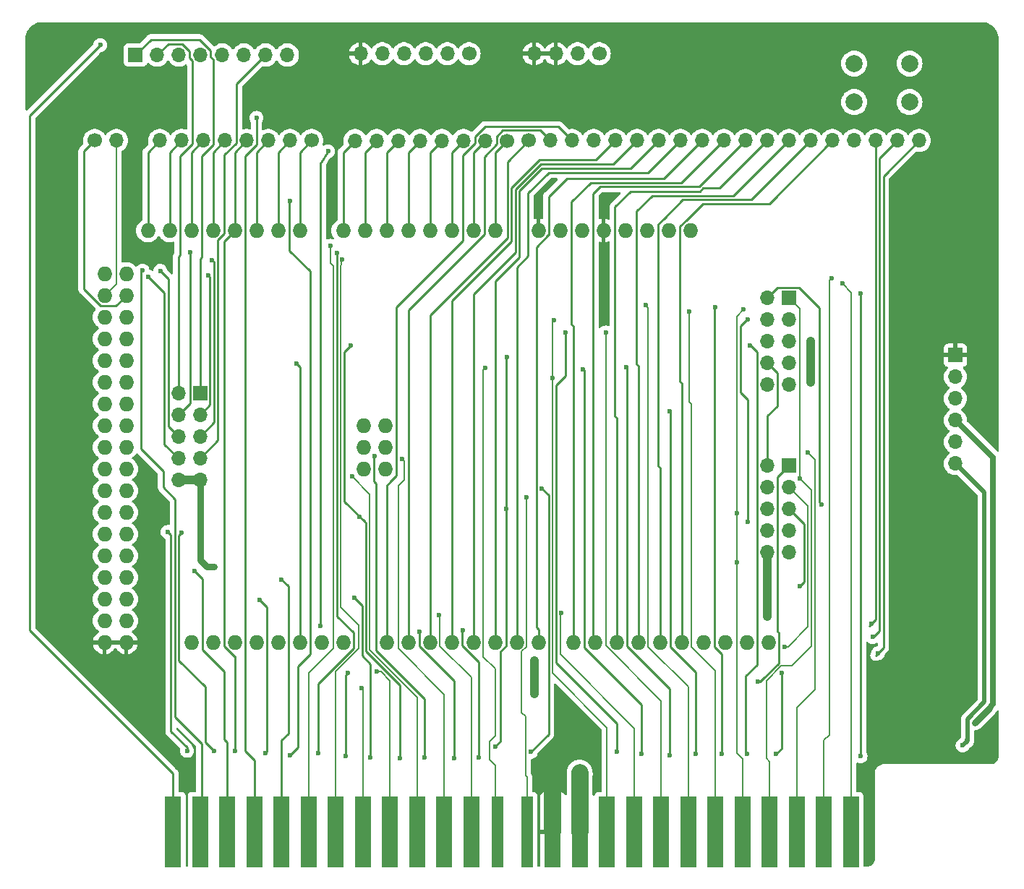
<source format=gbr>
G04 #@! TF.GenerationSoftware,KiCad,Pcbnew,7.0.9*
G04 #@! TF.CreationDate,2024-04-03T05:00:35-05:00*
G04 #@! TF.ProjectId,Tester - Entrex Front Panel,54657374-6572-4202-9d20-456e74726578,rev?*
G04 #@! TF.SameCoordinates,Original*
G04 #@! TF.FileFunction,Copper,L1,Top*
G04 #@! TF.FilePolarity,Positive*
%FSLAX46Y46*%
G04 Gerber Fmt 4.6, Leading zero omitted, Abs format (unit mm)*
G04 Created by KiCad (PCBNEW 7.0.9) date 2024-04-03 05:00:35*
%MOMM*%
%LPD*%
G01*
G04 APERTURE LIST*
G04 #@! TA.AperFunction,ComponentPad*
%ADD10C,1.700000*%
G04 #@! TD*
G04 #@! TA.AperFunction,ComponentPad*
%ADD11O,1.700000X1.700000*%
G04 #@! TD*
G04 #@! TA.AperFunction,ComponentPad*
%ADD12C,2.000000*%
G04 #@! TD*
G04 #@! TA.AperFunction,ComponentPad*
%ADD13O,1.727200X1.727200*%
G04 #@! TD*
G04 #@! TA.AperFunction,ComponentPad*
%ADD14R,1.700000X1.700000*%
G04 #@! TD*
G04 #@! TA.AperFunction,SMDPad,CuDef*
%ADD15R,1.905000X8.300000*%
G04 #@! TD*
G04 #@! TA.AperFunction,SMDPad,CuDef*
%ADD16R,1.450000X8.300000*%
G04 #@! TD*
G04 #@! TA.AperFunction,ViaPad*
%ADD17C,0.600000*%
G04 #@! TD*
G04 #@! TA.AperFunction,Conductor*
%ADD18C,0.250000*%
G04 #@! TD*
G04 #@! TA.AperFunction,Conductor*
%ADD19C,0.254000*%
G04 #@! TD*
G04 #@! TA.AperFunction,Conductor*
%ADD20C,2.000000*%
G04 #@! TD*
G04 #@! TA.AperFunction,Conductor*
%ADD21C,1.000000*%
G04 #@! TD*
G04 #@! TA.AperFunction,Conductor*
%ADD22C,0.800000*%
G04 #@! TD*
G04 #@! TA.AperFunction,Conductor*
%ADD23C,0.200000*%
G04 #@! TD*
G04 #@! TA.AperFunction,Conductor*
%ADD24C,0.500000*%
G04 #@! TD*
G04 #@! TA.AperFunction,Conductor*
%ADD25C,0.700000*%
G04 #@! TD*
G04 #@! TA.AperFunction,Conductor*
%ADD26C,0.750000*%
G04 #@! TD*
G04 APERTURE END LIST*
D10*
X100956000Y-55256000D03*
D11*
X98416000Y-55256000D03*
X95876000Y-55256000D03*
X93336000Y-55256000D03*
X90796000Y-55256000D03*
X88256000Y-55256000D03*
X85716000Y-55256000D03*
X83176000Y-55256000D03*
D10*
X78096000Y-55246000D03*
D11*
X75556000Y-55246000D03*
X73016000Y-55246000D03*
X70476000Y-55246000D03*
X67936000Y-55246000D03*
X65396000Y-55246000D03*
X62856000Y-55246000D03*
X60316000Y-55246000D03*
D10*
X96520000Y-45085000D03*
D11*
X93980000Y-45085000D03*
X91440000Y-45085000D03*
X88900000Y-45085000D03*
X86360000Y-45085000D03*
X83820000Y-45085000D03*
D10*
X111760000Y-45085000D03*
D11*
X109220000Y-45085000D03*
X106680000Y-45085000D03*
X104140000Y-45085000D03*
D12*
X148108000Y-50736000D03*
X141608000Y-50736000D03*
X148108000Y-46236000D03*
X141608000Y-46236000D03*
D10*
X52700000Y-55246000D03*
D11*
X55240000Y-55246000D03*
D10*
X103496000Y-55246000D03*
D11*
X106036000Y-55246000D03*
X108576000Y-55246000D03*
X111116000Y-55246000D03*
X113656000Y-55246000D03*
X116196000Y-55246000D03*
X118736000Y-55246000D03*
X121276000Y-55246000D03*
X123816000Y-55246000D03*
X126356000Y-55246000D03*
X128896000Y-55246000D03*
X131436000Y-55246000D03*
X133976000Y-55246000D03*
X136516000Y-55246000D03*
X139056000Y-55246000D03*
X141596000Y-55246000D03*
X144136000Y-55246000D03*
X146676000Y-55246000D03*
X149216000Y-55246000D03*
D13*
X122428000Y-65786000D03*
X114808000Y-65786000D03*
X112268000Y-65786000D03*
X84201000Y-93726000D03*
X56388000Y-114046000D03*
X53848000Y-114046000D03*
X99568000Y-65786000D03*
X97028000Y-65786000D03*
X94488000Y-65786000D03*
X91948000Y-65786000D03*
X89408000Y-65786000D03*
X86868000Y-65786000D03*
X84328000Y-65786000D03*
X81788000Y-65786000D03*
X76708000Y-65786000D03*
X74168000Y-65786000D03*
X71628000Y-65786000D03*
X69088000Y-65786000D03*
X66548000Y-65786000D03*
X64008000Y-65786000D03*
X61468000Y-65786000D03*
X58928000Y-65786000D03*
X126492000Y-114046000D03*
X86868000Y-114046000D03*
X89408000Y-114046000D03*
X91948000Y-114046000D03*
X94488000Y-114046000D03*
X97028000Y-114046000D03*
X99568000Y-114046000D03*
X102108000Y-114046000D03*
X104648000Y-114046000D03*
X108712000Y-114046000D03*
X111252000Y-114046000D03*
X113792000Y-114046000D03*
X116332000Y-114046000D03*
X118872000Y-114046000D03*
X121412000Y-114046000D03*
X81788000Y-114046000D03*
X79248000Y-114046000D03*
X76708000Y-114046000D03*
X74168000Y-114046000D03*
X71628000Y-114046000D03*
X69088000Y-114046000D03*
X66548000Y-114046000D03*
X64008000Y-114046000D03*
X56388000Y-111506000D03*
X53848000Y-111506000D03*
X56388000Y-108966000D03*
X53848000Y-108966000D03*
X56388000Y-106426000D03*
X53848000Y-106426000D03*
X56388000Y-103886000D03*
X53848000Y-103886000D03*
X56388000Y-101346000D03*
X53848000Y-101346000D03*
X56388000Y-98806000D03*
X53848000Y-98806000D03*
X56388000Y-96266000D03*
X53848000Y-96266000D03*
X56388000Y-93726000D03*
X53848000Y-93726000D03*
X56388000Y-91186000D03*
X53848000Y-91186000D03*
X56388000Y-88646000D03*
X53848000Y-88646000D03*
X56388000Y-86106000D03*
X53848000Y-86106000D03*
X56388000Y-83566000D03*
X53848000Y-83566000D03*
X56388000Y-81026000D03*
X53848000Y-81026000D03*
X56388000Y-78486000D03*
X53848000Y-78486000D03*
X56388000Y-75946000D03*
X53848000Y-75946000D03*
X56388000Y-73406000D03*
X53848000Y-73406000D03*
X123952000Y-114046000D03*
X109728000Y-65786000D03*
X107188000Y-65786000D03*
X84201000Y-88646000D03*
X56388000Y-70866000D03*
X53848000Y-70866000D03*
X119888000Y-65786000D03*
X86741000Y-93726000D03*
X84201000Y-91186000D03*
X117348000Y-65786000D03*
X86741000Y-88646000D03*
X86741000Y-91186000D03*
X131572000Y-114046000D03*
X129032000Y-114046000D03*
X104648000Y-65786000D03*
D14*
X153475000Y-80395000D03*
D11*
X153475000Y-82935000D03*
X153475000Y-85475000D03*
X153475000Y-88015000D03*
X153475000Y-90555000D03*
X153475000Y-93095000D03*
D14*
X57475000Y-45225000D03*
D11*
X60015000Y-45225000D03*
X62555000Y-45225000D03*
X65095000Y-45225000D03*
X67635000Y-45225000D03*
X70175000Y-45225000D03*
X72715000Y-45225000D03*
X75255000Y-45225000D03*
D14*
X65024000Y-84836000D03*
D11*
X62484000Y-84836000D03*
X65024000Y-87376000D03*
X62484000Y-87376000D03*
X65024000Y-89916000D03*
X62484000Y-89916000D03*
X65024000Y-92456000D03*
X62484000Y-92456000D03*
X65024000Y-94996000D03*
X62484000Y-94996000D03*
D14*
X133985000Y-73660000D03*
D11*
X131445000Y-73660000D03*
X133985000Y-76200000D03*
X131445000Y-76200000D03*
X133985000Y-78740000D03*
X131445000Y-78740000D03*
X133985000Y-81280000D03*
X131445000Y-81280000D03*
X133985000Y-83820000D03*
X131445000Y-83820000D03*
D14*
X133990000Y-93345000D03*
D11*
X131450000Y-93345000D03*
X133990000Y-95885000D03*
X131450000Y-95885000D03*
X133990000Y-98425000D03*
X131450000Y-98425000D03*
X133990000Y-100965000D03*
X131450000Y-100965000D03*
X133990000Y-103505000D03*
X131450000Y-103505000D03*
D15*
X141250000Y-136220000D03*
X138075000Y-136220000D03*
X134900000Y-136220000D03*
X131725000Y-136220000D03*
X128550000Y-136220000D03*
X125375000Y-136220000D03*
X122200000Y-136220000D03*
X119025000Y-136220000D03*
X115850000Y-136220000D03*
X112675000Y-136220000D03*
X109500000Y-136220000D03*
X106325000Y-136220000D03*
D16*
X103300000Y-136220000D03*
X99825000Y-136220000D03*
D15*
X96800000Y-136220000D03*
X93625000Y-136220000D03*
X90450000Y-136220000D03*
X87275000Y-136220000D03*
X84100000Y-136220000D03*
X80925000Y-136220000D03*
X77750000Y-136220000D03*
X74575000Y-136220000D03*
X71400000Y-136220000D03*
X68225000Y-136220000D03*
X65050000Y-136220000D03*
X61875000Y-136220000D03*
D17*
X66000000Y-71075000D03*
X63850000Y-68375000D03*
X66450000Y-69250000D03*
X60375000Y-70525000D03*
X146400000Y-120650000D03*
X145100000Y-120650000D03*
X106299000Y-129286000D03*
X106299000Y-130048000D03*
X106299000Y-130810000D03*
X147650000Y-120650000D03*
X136525000Y-78740000D03*
X104150000Y-120100000D03*
X104150000Y-116200000D03*
X131445000Y-110744000D03*
X65800000Y-105200000D03*
X109474000Y-129286000D03*
X109474000Y-130810000D03*
X136525000Y-83566000D03*
X109474000Y-130048000D03*
X66700000Y-105200000D03*
X58950000Y-71175000D03*
X144399000Y-115316000D03*
X143764000Y-113411000D03*
X143637000Y-111887000D03*
X69088000Y-126746000D03*
X81661000Y-69215000D03*
X81026000Y-68453000D03*
X78867000Y-127000000D03*
X80264000Y-67564000D03*
X75565000Y-62357000D03*
X75565000Y-127254000D03*
X63500000Y-126746000D03*
X61214000Y-101092000D03*
X106426000Y-76327000D03*
X106299000Y-83058000D03*
X129159000Y-76200000D03*
X129159000Y-99949000D03*
X85725000Y-117475000D03*
X133477000Y-114554000D03*
X83947000Y-119380000D03*
X132461000Y-127127000D03*
X133096000Y-117602000D03*
X53340000Y-44069000D03*
X58293000Y-70485000D03*
X71628000Y-52578000D03*
X142367000Y-127381000D03*
X142367000Y-73152000D03*
X80010000Y-56515000D03*
X79121000Y-112141000D03*
X135255000Y-94869000D03*
X137795000Y-97917000D03*
X84963000Y-127508000D03*
X83058000Y-108839000D03*
X135255000Y-107442000D03*
X127889000Y-104648000D03*
X127889000Y-98933000D03*
X128651000Y-75057000D03*
X92964000Y-110871000D03*
X88392000Y-127635000D03*
X82677000Y-79248000D03*
X83693000Y-99314000D03*
X99568000Y-126238000D03*
X100838000Y-98425000D03*
X100965000Y-80645000D03*
X136144000Y-91821000D03*
X76327000Y-81407000D03*
X140208000Y-72009000D03*
X138938000Y-71374000D03*
X122301000Y-75311000D03*
X117221000Y-74549000D03*
X112522000Y-77724000D03*
X107315000Y-110617000D03*
X103251000Y-97028000D03*
X98425000Y-81915000D03*
X88646000Y-92583000D03*
X82804000Y-94615000D03*
X74549000Y-106680000D03*
X64389000Y-105664000D03*
X154850000Y-125600000D03*
X154305000Y-126111000D03*
X156210000Y-122936000D03*
X155702000Y-123444000D03*
X156718000Y-122428000D03*
X129032000Y-127127000D03*
X129413000Y-79248000D03*
X126111000Y-127127000D03*
X125349000Y-74803000D03*
X120015000Y-86995000D03*
X123063000Y-127127000D03*
X120015000Y-127254000D03*
X114935000Y-81788000D03*
X116713000Y-127127000D03*
X109855000Y-82042000D03*
X107823000Y-77724000D03*
X113792000Y-126873000D03*
X105029000Y-96012000D03*
X103759000Y-126873000D03*
X95758000Y-112649000D03*
X97663000Y-127508000D03*
X94742000Y-127635000D03*
X90678000Y-112776000D03*
X85471000Y-92202000D03*
X91313000Y-127508000D03*
X130302000Y-118618000D03*
X82042000Y-127381000D03*
X82296000Y-117602000D03*
X72009000Y-109093000D03*
X72644000Y-127000000D03*
X66675000Y-126746000D03*
X62865000Y-101219000D03*
D18*
X45085000Y-112623000D02*
X45606000Y-113144000D01*
X45085000Y-52324000D02*
X45085000Y-112623000D01*
X52705000Y-44704000D02*
X45085000Y-52324000D01*
X61875000Y-129413000D02*
X45606000Y-113144000D01*
D19*
X65024000Y-84836000D02*
X65024000Y-69135600D01*
X59266000Y-43434000D02*
X57475000Y-45225000D01*
X66272000Y-44737470D02*
X64968530Y-43434000D01*
X66272000Y-45466000D02*
X66272000Y-44737470D01*
X65198600Y-68961000D02*
X65198600Y-57107930D01*
X64968530Y-43434000D02*
X59266000Y-43434000D01*
X66573000Y-55733530D02*
X66573000Y-45767000D01*
X66573000Y-45767000D02*
X66272000Y-45466000D01*
X65024000Y-69135600D02*
X65198600Y-68961000D01*
X65198600Y-57107930D02*
X66573000Y-55733530D01*
X60015000Y-45225000D02*
X61298000Y-43942000D01*
X62658600Y-57107930D02*
X62658600Y-68707000D01*
X62936530Y-43942000D02*
X63754000Y-44759470D01*
X64135000Y-45929530D02*
X64135000Y-55631530D01*
X63754000Y-45548530D02*
X64135000Y-45929530D01*
X61298000Y-43942000D02*
X62936530Y-43942000D01*
X62484000Y-84836000D02*
X62484000Y-68881600D01*
X63754000Y-44759470D02*
X63754000Y-45548530D01*
X64135000Y-55631530D02*
X62658600Y-57107930D01*
X62484000Y-68881600D02*
X62658600Y-68707000D01*
X66201000Y-71276000D02*
X66000000Y-71075000D01*
X66201000Y-86199000D02*
X66201000Y-71276000D01*
X65024000Y-87376000D02*
X66201000Y-86199000D01*
X62484000Y-87376000D02*
X63847000Y-86013000D01*
X63850000Y-68375000D02*
X63847000Y-68372000D01*
X63847000Y-86013000D02*
X63847000Y-68378000D01*
X63847000Y-68378000D02*
X63850000Y-68375000D01*
X63847000Y-68372000D02*
X63847000Y-68360000D01*
X65024000Y-89916000D02*
X66675000Y-88265000D01*
X66675000Y-88265000D02*
X66675000Y-69475000D01*
X66675000Y-69475000D02*
X66450000Y-69250000D01*
X61307000Y-88739000D02*
X61307000Y-73350000D01*
X61307000Y-73350000D02*
X61307000Y-71457000D01*
X61307000Y-71457000D02*
X60375000Y-70525000D01*
X62484000Y-89916000D02*
X61307000Y-88739000D01*
D20*
X106299000Y-136194000D02*
X106325000Y-136220000D01*
X106299000Y-129286000D02*
X106299000Y-136194000D01*
D21*
X131445000Y-110744000D02*
X131450000Y-110749000D01*
D19*
X131450000Y-110993000D02*
X131445000Y-110998000D01*
D21*
X131450000Y-110739000D02*
X131445000Y-110744000D01*
X62484000Y-94996000D02*
X65024000Y-94996000D01*
D22*
X65024000Y-104424000D02*
X65800000Y-105200000D01*
X65800000Y-105200000D02*
X66700000Y-105200000D01*
X65024000Y-94996000D02*
X65024000Y-104424000D01*
D21*
X131450000Y-103505000D02*
X131450000Y-110739000D01*
D20*
X109500000Y-136220000D02*
X109474000Y-130810000D01*
X109474000Y-130810000D02*
X109474000Y-130048000D01*
D21*
X136525000Y-78740000D02*
X136525000Y-83566000D01*
X131450000Y-110749000D02*
X131450000Y-110993000D01*
X104150000Y-116200000D02*
X104150000Y-120100000D01*
D20*
X109474000Y-129286000D02*
X109500000Y-129387000D01*
X109474000Y-130048000D02*
X109474000Y-129286000D01*
D19*
X67129000Y-66888763D02*
X67897400Y-66120363D01*
X65024000Y-92456000D02*
X67129000Y-90351000D01*
X69299000Y-48641000D02*
X72715000Y-45225000D01*
X67897400Y-66120363D02*
X67897400Y-56949130D01*
X69299000Y-55547530D02*
X69299000Y-48641000D01*
X67897400Y-56949130D02*
X69299000Y-55547530D01*
X67129000Y-90351000D02*
X67129000Y-66888763D01*
X60853000Y-90825000D02*
X60853000Y-74425000D01*
X58950000Y-71175000D02*
X58975000Y-71200000D01*
X62484000Y-92456000D02*
X60853000Y-90825000D01*
X60853000Y-74425000D02*
X60853000Y-73078000D01*
X60853000Y-73078000D02*
X58950000Y-71175000D01*
X76708000Y-65786000D02*
X76708000Y-56634000D01*
X76708000Y-56634000D02*
X78096000Y-55246000D01*
X145044000Y-114671000D02*
X144399000Y-115316000D01*
X145044000Y-114671000D02*
X144145000Y-115570000D01*
X149216000Y-55246000D02*
X145044000Y-59418000D01*
X145044000Y-59418000D02*
X145044000Y-114671000D01*
X143891000Y-113411000D02*
X143764000Y-113411000D01*
X146676000Y-55246000D02*
X144590000Y-57332000D01*
X144590000Y-57332000D02*
X144590000Y-112712000D01*
X144590000Y-112712000D02*
X143891000Y-113411000D01*
X144136000Y-55246000D02*
X144136000Y-110744000D01*
X144136000Y-110744000D02*
X144136000Y-111388000D01*
X144136000Y-111388000D02*
X143637000Y-111887000D01*
X144136000Y-111388000D02*
X143383000Y-112141000D01*
X121237400Y-65278000D02*
X122023200Y-64492200D01*
X121412000Y-83693000D02*
X121237400Y-83518400D01*
X131672000Y-62630000D02*
X139056000Y-55246000D01*
X121412000Y-114046000D02*
X121412000Y-83693000D01*
X122023200Y-64492200D02*
X123885400Y-62630000D01*
X123885400Y-62630000D02*
X131672000Y-62630000D01*
X121237400Y-83518400D02*
X121237400Y-65278000D01*
X121545400Y-62176000D02*
X129586000Y-62176000D01*
X119292700Y-64428700D02*
X121545400Y-62176000D01*
X118697400Y-65024000D02*
X119292700Y-64428700D01*
X118872000Y-93599000D02*
X118697400Y-93424400D01*
X118697400Y-93424400D02*
X118697400Y-65024000D01*
X118872000Y-114046000D02*
X118872000Y-93599000D01*
X129586000Y-62176000D02*
X136516000Y-55246000D01*
X116157400Y-63547600D02*
X117983000Y-61722000D01*
X127500000Y-61722000D02*
X133976000Y-55246000D01*
X116332000Y-81661000D02*
X116157400Y-81486400D01*
X116157400Y-81486400D02*
X116157400Y-63547600D01*
X116332000Y-114046000D02*
X116332000Y-81661000D01*
X117983000Y-61722000D02*
X127500000Y-61722000D01*
X113617400Y-63039600D02*
X115443000Y-61214000D01*
X125841947Y-60840053D02*
X131436000Y-55246000D01*
X113792000Y-114046000D02*
X113792000Y-87757000D01*
X123570053Y-61214000D02*
X123944000Y-60840053D01*
X113792000Y-87757000D02*
X113617400Y-87582400D01*
X113617400Y-87582400D02*
X113617400Y-63039600D01*
X115443000Y-61214000D02*
X123570053Y-61214000D01*
X123944000Y-60840053D02*
X125841947Y-60840053D01*
X123490000Y-60652000D02*
X128896000Y-55246000D01*
X111079000Y-67310000D02*
X111077400Y-67308400D01*
X111077400Y-67308400D02*
X111077400Y-61461600D01*
X111887000Y-60652000D02*
X123490000Y-60652000D01*
X111079000Y-113873000D02*
X111079000Y-67310000D01*
X111077400Y-61461600D02*
X111887000Y-60652000D01*
X111252000Y-114046000D02*
X111079000Y-113873000D01*
X110744000Y-60198000D02*
X121404000Y-60198000D01*
X121404000Y-60198000D02*
X126356000Y-55246000D01*
X108537400Y-76787400D02*
X108537400Y-62404600D01*
X108712000Y-76962000D02*
X108537400Y-76787400D01*
X108712000Y-114046000D02*
X108712000Y-76962000D01*
X108537400Y-62404600D02*
X110744000Y-60198000D01*
X105807382Y-66310382D02*
X105838600Y-66279163D01*
X119372000Y-59690000D02*
X123816000Y-55246000D01*
X104402000Y-67715763D02*
X105807382Y-66310382D01*
X104402000Y-112268000D02*
X104402000Y-67715763D01*
X105838600Y-66279163D02*
X105838600Y-61801400D01*
X105838600Y-61801400D02*
X107950000Y-59690000D01*
X107950000Y-59690000D02*
X119372000Y-59690000D01*
X104648000Y-112514000D02*
X104402000Y-112268000D01*
X104648000Y-114046000D02*
X104648000Y-112514000D01*
X103457400Y-68754600D02*
X103457400Y-61388600D01*
X103457400Y-61388600D02*
X105837948Y-59008052D01*
X105837948Y-59008052D02*
X117513948Y-59008052D01*
X102108000Y-70104000D02*
X103457400Y-68754600D01*
X102108000Y-114046000D02*
X102108000Y-70104000D01*
X117513948Y-59008052D02*
X121276000Y-55246000D01*
X115427948Y-58554052D02*
X118736000Y-55246000D01*
X102435000Y-61155104D02*
X105036052Y-58554052D01*
X99568000Y-114046000D02*
X99568000Y-72517000D01*
X99568000Y-72517000D02*
X99568000Y-71755000D01*
X102435000Y-68888000D02*
X102435000Y-61155104D01*
X105036052Y-58554052D02*
X115427948Y-58554052D01*
X102425500Y-68897500D02*
X102435000Y-68888000D01*
X99568000Y-71755000D02*
X102425500Y-68897500D01*
X101600000Y-68707000D02*
X101981000Y-68326000D01*
X97028000Y-73279000D02*
X97028000Y-73533000D01*
X113403000Y-58039000D02*
X116196000Y-55246000D01*
X97028000Y-114046000D02*
X97028000Y-73533000D01*
X101981000Y-60967052D02*
X104909052Y-58039000D01*
X101981000Y-68326000D02*
X101981000Y-60967052D01*
X101600000Y-68707000D02*
X97028000Y-73279000D01*
X104909052Y-58039000D02*
X113403000Y-58039000D01*
X94488000Y-74041000D02*
X94488000Y-114046000D01*
X104775000Y-57531000D02*
X101473000Y-60833000D01*
X113656000Y-55246000D02*
X111371000Y-57531000D01*
X101473000Y-67056000D02*
X94488000Y-74041000D01*
X111371000Y-57531000D02*
X104775000Y-57531000D01*
X101473000Y-60833000D02*
X101473000Y-67056000D01*
X74168000Y-56634000D02*
X75556000Y-55246000D01*
X74168000Y-65786000D02*
X74168000Y-56634000D01*
X71628000Y-65786000D02*
X71628000Y-56634000D01*
X71628000Y-56634000D02*
X73016000Y-55246000D01*
D18*
X69088000Y-126746000D02*
X69088000Y-118618000D01*
X69088000Y-118618000D02*
X69088000Y-115726935D01*
X69088000Y-65786000D02*
X69088000Y-56634000D01*
X67818000Y-114456935D02*
X67818000Y-67056000D01*
X69088000Y-115726935D02*
X67818000Y-114456935D01*
X67818000Y-67056000D02*
X69088000Y-65786000D01*
X69088000Y-118618000D02*
X69088000Y-115697000D01*
X69088000Y-56634000D02*
X70476000Y-55246000D01*
D23*
X80925000Y-117415040D02*
X83566000Y-114774040D01*
D18*
X66548000Y-56634000D02*
X67936000Y-55246000D01*
D23*
X81474400Y-70104000D02*
X81661000Y-69215000D01*
D18*
X66548000Y-65786000D02*
X66548000Y-56634000D01*
D23*
X83566000Y-114774040D02*
X83566000Y-112014000D01*
X81474400Y-109922400D02*
X81474400Y-70104000D01*
X80925000Y-136220000D02*
X80925000Y-117415040D01*
X83566000Y-112014000D02*
X81474400Y-109922400D01*
D18*
X82976600Y-112903000D02*
X81049400Y-110975800D01*
X64008000Y-57150000D02*
X64008000Y-56634000D01*
X81049400Y-69487284D02*
X81026000Y-69463884D01*
X78867000Y-118872000D02*
X82976600Y-114762400D01*
X64008000Y-56634000D02*
X65396000Y-55246000D01*
X81049400Y-110975800D02*
X81049400Y-69487284D01*
X81026000Y-69463884D02*
X81026000Y-68453000D01*
X64008000Y-57150000D02*
X64008000Y-65786000D01*
X82976600Y-114762400D02*
X82976600Y-112903000D01*
X78867000Y-127000000D02*
X78867000Y-118872000D01*
D23*
X80624400Y-114701600D02*
X80624400Y-69956400D01*
X77750000Y-117576000D02*
X80624400Y-114701600D01*
D18*
X61468000Y-56634000D02*
X61468000Y-65786000D01*
D23*
X77750000Y-136220000D02*
X77750000Y-117576000D01*
D18*
X62856000Y-55246000D02*
X61468000Y-56634000D01*
D23*
X80264000Y-69596000D02*
X80264000Y-67564000D01*
X80624400Y-69956400D02*
X80264000Y-69596000D01*
D18*
X58928000Y-56634000D02*
X58928000Y-65786000D01*
X75519400Y-68153400D02*
X75519400Y-63373000D01*
X75519400Y-63373000D02*
X75519400Y-62402600D01*
X75519400Y-62402600D02*
X75565000Y-62357000D01*
X77896600Y-115443000D02*
X77896600Y-70530600D01*
X75519400Y-63373000D02*
X75519400Y-62656600D01*
X76454000Y-126365000D02*
X76454000Y-116885600D01*
X75565000Y-127254000D02*
X76454000Y-126365000D01*
X60316000Y-55246000D02*
X58928000Y-56634000D01*
X77896600Y-70530600D02*
X75519400Y-68153400D01*
X76454000Y-116885600D02*
X77896600Y-115443000D01*
D19*
X99568000Y-65786000D02*
X99568000Y-56644000D01*
X99568000Y-56644000D02*
X100956000Y-55256000D01*
X97028000Y-65786000D02*
X97028000Y-56644000D01*
X97028000Y-56644000D02*
X98416000Y-55256000D01*
X94488000Y-56644000D02*
X95876000Y-55256000D01*
X94488000Y-65786000D02*
X94488000Y-56644000D01*
D18*
X61595000Y-101473000D02*
X61214000Y-101092000D01*
X63500000Y-126363604D02*
X61595000Y-124458604D01*
X61595000Y-124458604D02*
X61595000Y-101473000D01*
X63500000Y-126746000D02*
X63500000Y-126363604D01*
D19*
X91948000Y-65786000D02*
X91948000Y-56644000D01*
X91948000Y-56644000D02*
X93336000Y-55256000D01*
D23*
X106261600Y-83820000D02*
X106261600Y-76491400D01*
X106261600Y-83095400D02*
X106299000Y-83058000D01*
D19*
X129032000Y-76200000D02*
X128295400Y-76936600D01*
X129159000Y-85598000D02*
X129159000Y-99949000D01*
D23*
X106261600Y-117602000D02*
X106261600Y-83820000D01*
D19*
X128295400Y-76936600D02*
X128295400Y-84734400D01*
X129159000Y-76200000D02*
X129032000Y-76200000D01*
D23*
X112675000Y-124015400D02*
X106261600Y-117602000D01*
X106261600Y-83820000D02*
X106261600Y-83095400D01*
X112675000Y-136220000D02*
X112675000Y-124015400D01*
D19*
X128295400Y-84734400D02*
X129159000Y-85598000D01*
D23*
X106261600Y-76491400D02*
X106426000Y-76327000D01*
X133477000Y-114554000D02*
X133858000Y-114554000D01*
X133858000Y-114554000D02*
X136193000Y-112219000D01*
X134749500Y-96644500D02*
X136193000Y-98088000D01*
X87275000Y-136220000D02*
X87275000Y-118517000D01*
X136193000Y-98088000D02*
X136193000Y-98933000D01*
X87275000Y-118517000D02*
X86233000Y-117475000D01*
X136193000Y-112219000D02*
X136193000Y-98933000D01*
X134749500Y-96644500D02*
X133990000Y-95885000D01*
X86233000Y-117475000D02*
X85725000Y-117475000D01*
X84100000Y-136220000D02*
X84100000Y-119533000D01*
X84100000Y-119533000D02*
X83947000Y-119380000D01*
D18*
X133096000Y-118618000D02*
X133096000Y-117602000D01*
X132461000Y-127127000D02*
X133096000Y-126492000D01*
X133096000Y-126492000D02*
X133096000Y-118618000D01*
D19*
X89408000Y-56644000D02*
X90796000Y-55256000D01*
X89408000Y-65786000D02*
X89408000Y-56644000D01*
X86868000Y-65786000D02*
X86868000Y-56644000D01*
X86868000Y-56644000D02*
X88256000Y-55256000D01*
X84328000Y-56644000D02*
X85716000Y-55256000D01*
X84328000Y-65786000D02*
X84328000Y-56644000D01*
X81788000Y-65786000D02*
X81788000Y-56644000D01*
X81788000Y-56644000D02*
X83176000Y-55256000D01*
D18*
X52705000Y-44704000D02*
X53467000Y-43942000D01*
X52705000Y-44704000D02*
X53340000Y-44069000D01*
X61875000Y-136220000D02*
X61875000Y-129413000D01*
X58108000Y-70670000D02*
X58108000Y-91380604D01*
X60729400Y-95879400D02*
X62103000Y-97253000D01*
X62103000Y-122809000D02*
X65196600Y-125902600D01*
X65196600Y-125902600D02*
X65196600Y-136073400D01*
X65196600Y-136073400D02*
X65050000Y-136220000D01*
X60729400Y-94002004D02*
X60729400Y-95879400D01*
X58293000Y-70485000D02*
X58108000Y-70670000D01*
X58108000Y-91380604D02*
X60729400Y-94002004D01*
X62103000Y-97253000D02*
X62103000Y-122809000D01*
X71628000Y-52578000D02*
X71651000Y-52555000D01*
X70276600Y-126765600D02*
X70276600Y-57107101D01*
X71651000Y-55732701D02*
X71651000Y-52601000D01*
X70276600Y-57107101D02*
X71651000Y-55732701D01*
X71400000Y-136220000D02*
X71400000Y-127889000D01*
X71400000Y-127889000D02*
X70276600Y-126765600D01*
X71651000Y-52601000D02*
X71628000Y-52578000D01*
D23*
X55224400Y-55261600D02*
X55240000Y-55246000D01*
X53848000Y-73406000D02*
X55224400Y-72029600D01*
D19*
X55197400Y-55284600D02*
X55236000Y-55246000D01*
D18*
X142367000Y-127381000D02*
X142367000Y-73152000D01*
D23*
X55224400Y-72029600D02*
X55224400Y-55261600D01*
D19*
X101019000Y-57723000D02*
X103496000Y-55246000D01*
X101019000Y-66621000D02*
X101019000Y-57723000D01*
X91948000Y-75692000D02*
X101019000Y-66621000D01*
X91948000Y-114046000D02*
X91948000Y-75692000D01*
X99779000Y-54768470D02*
X100478470Y-54069000D01*
X98298000Y-66199763D02*
X98298000Y-57150000D01*
X100478470Y-54069000D02*
X104859000Y-54069000D01*
X89408000Y-75089763D02*
X98298000Y-66199763D01*
X98298000Y-57150000D02*
X99779000Y-55669000D01*
X99779000Y-55669000D02*
X99779000Y-54768470D01*
X104859000Y-54069000D02*
X106036000Y-55246000D01*
X89408000Y-114046000D02*
X89408000Y-75089763D01*
X97239000Y-55557530D02*
X97239000Y-54768470D01*
X95837400Y-66976600D02*
X95837400Y-56959130D01*
X98392470Y-53615000D02*
X106945000Y-53615000D01*
X86868000Y-95691400D02*
X87342700Y-95216700D01*
X97239000Y-54768470D02*
X98392470Y-53615000D01*
X95837400Y-56959130D02*
X97239000Y-55557530D01*
X87342700Y-95216700D02*
X88019000Y-94540400D01*
X88019000Y-94540400D02*
X88019000Y-74795000D01*
X86868000Y-114046000D02*
X86868000Y-95691400D01*
X88019000Y-74795000D02*
X95837400Y-66976600D01*
X106945000Y-53615000D02*
X108576000Y-55246000D01*
X80010000Y-56515000D02*
X79121000Y-57912000D01*
X79121000Y-57912000D02*
X79121000Y-112141000D01*
D23*
X135255000Y-74930000D02*
X133985000Y-73660000D01*
X134282264Y-116796736D02*
X133052736Y-116796736D01*
X135255000Y-94869000D02*
X136593000Y-96207000D01*
X131318000Y-127635000D02*
X131318000Y-118531471D01*
X131725000Y-136220000D02*
X131725000Y-128042000D01*
X131318000Y-118531471D02*
X133052736Y-116796736D01*
X131725000Y-128042000D02*
X131318000Y-127635000D01*
X136593000Y-114486000D02*
X134282264Y-116796736D01*
X135255000Y-94869000D02*
X135255000Y-74930000D01*
X136593000Y-96207000D02*
X136593000Y-114486000D01*
D19*
X132622000Y-72483000D02*
X135162000Y-72483000D01*
X137541000Y-96520000D02*
X137541000Y-97663000D01*
X131445000Y-73660000D02*
X132622000Y-72483000D01*
D18*
X83991000Y-115614000D02*
X84963000Y-116586000D01*
D19*
X135766000Y-100201000D02*
X135766000Y-106426000D01*
X133990000Y-98425000D02*
X135766000Y-100201000D01*
D18*
X83991000Y-109855000D02*
X83991000Y-109772000D01*
D19*
X137541000Y-74862000D02*
X137541000Y-96520000D01*
D18*
X83991000Y-109772000D02*
X83058000Y-108839000D01*
X83991000Y-109855000D02*
X83991000Y-115614000D01*
X84963000Y-116586000D02*
X84963000Y-127508000D01*
D19*
X135162000Y-72483000D02*
X137541000Y-74862000D01*
X137541000Y-97663000D02*
X137795000Y-97917000D01*
X135766000Y-106426000D02*
X135766000Y-106931000D01*
X135766000Y-106931000D02*
X135255000Y-107442000D01*
D23*
X127868400Y-75839600D02*
X128651000Y-75057000D01*
X127868400Y-99568000D02*
X127868400Y-98953600D01*
X127868400Y-100711000D02*
X127868400Y-99568000D01*
X127868400Y-93726000D02*
X127868400Y-75839600D01*
X127868400Y-98953600D02*
X127889000Y-98933000D01*
X128550000Y-127681600D02*
X127868400Y-127000000D01*
X128550000Y-136220000D02*
X128550000Y-127681600D01*
X127868400Y-100711000D02*
X127868400Y-93726000D01*
X127868400Y-127000000D02*
X127868400Y-100711000D01*
X93111600Y-111018600D02*
X92964000Y-110871000D01*
X93111600Y-113411000D02*
X93111600Y-111018600D01*
X93111600Y-114447600D02*
X93111600Y-113411000D01*
X96800000Y-118136000D02*
X93111600Y-114447600D01*
X96800000Y-136220000D02*
X96800000Y-118136000D01*
D18*
X84328000Y-99949000D02*
X83693000Y-99314000D01*
X81915000Y-97536000D02*
X81915000Y-80264000D01*
X81915000Y-80010000D02*
X82677000Y-79248000D01*
X84455000Y-115095960D02*
X84455000Y-100076000D01*
X88392000Y-119032960D02*
X84455000Y-115095960D01*
X88392000Y-127635000D02*
X88392000Y-119032960D01*
X84455000Y-100076000D02*
X84328000Y-99949000D01*
X84328000Y-99949000D02*
X81915000Y-97536000D01*
X81915000Y-80264000D02*
X81915000Y-80010000D01*
X100838000Y-114456935D02*
X100838000Y-99187000D01*
X100838000Y-80772000D02*
X100965000Y-80645000D01*
X100203000Y-125222000D02*
X100203000Y-125603000D01*
X100203000Y-125222000D02*
X100203000Y-115091935D01*
X100203000Y-115091935D02*
X100838000Y-114456935D01*
X100838000Y-99187000D02*
X100838000Y-83947000D01*
X100838000Y-83947000D02*
X100838000Y-80772000D01*
X100838000Y-99187000D02*
X100838000Y-98425000D01*
X100203000Y-125603000D02*
X99568000Y-126238000D01*
D23*
X134900000Y-121640000D02*
X134900000Y-136220000D01*
X136993000Y-119547000D02*
X134900000Y-121640000D01*
X136993000Y-92670000D02*
X136993000Y-119547000D01*
D19*
X76708000Y-114046000D02*
X76708000Y-81788000D01*
X76708000Y-81788000D02*
X76327000Y-81407000D01*
X132622000Y-86331000D02*
X131450000Y-87503000D01*
D23*
X136144000Y-91821000D02*
X136993000Y-92670000D01*
D19*
X132622000Y-82457000D02*
X132622000Y-86331000D01*
X131450000Y-93345000D02*
X131450000Y-87503000D01*
X131445000Y-81280000D02*
X132622000Y-82457000D01*
D23*
X141250000Y-136220000D02*
X141250000Y-73051000D01*
X141250000Y-73051000D02*
X140208000Y-72009000D01*
X138075000Y-136220000D02*
X138075000Y-125515594D01*
X138684000Y-124906594D02*
X138684000Y-72390000D01*
X138684000Y-71628000D02*
X138938000Y-71374000D01*
X138075000Y-125515594D02*
X138684000Y-124906594D01*
X138684000Y-72390000D02*
X138684000Y-71628000D01*
X122301000Y-85831400D02*
X122301000Y-75311000D01*
X122575600Y-86106000D02*
X122301000Y-85831400D01*
X122575600Y-114527979D02*
X122575600Y-86106000D01*
X125375000Y-136220000D02*
X125375000Y-117327379D01*
X125375000Y-117327379D02*
X122575600Y-114527979D01*
X122200000Y-136220000D02*
X122200000Y-119232379D01*
X122200000Y-119232379D02*
X117495600Y-114527979D01*
X117495600Y-74823600D02*
X117221000Y-74549000D01*
X117495600Y-114527979D02*
X117495600Y-74823600D01*
X119025000Y-120930000D02*
X112522000Y-114427000D01*
X112522000Y-114427000D02*
X112522000Y-82677000D01*
X112522000Y-82677000D02*
X112522000Y-77724000D01*
X119025000Y-136220000D02*
X119025000Y-120930000D01*
X115850000Y-136220000D02*
X115850000Y-124105000D01*
X107188000Y-110744000D02*
X107315000Y-110617000D01*
X115850000Y-124105000D02*
X107188000Y-115443000D01*
X107188000Y-115443000D02*
X107188000Y-110744000D01*
X103271600Y-114527979D02*
X103271600Y-97048600D01*
X103124000Y-129667000D02*
X103124000Y-122729720D01*
X103300000Y-136220000D02*
X103300000Y-129843000D01*
X102695280Y-115104299D02*
X103271600Y-114527979D01*
X103271600Y-97048600D02*
X103251000Y-97028000D01*
X103124000Y-122729720D02*
X102695280Y-122301000D01*
X103300000Y-129843000D02*
X103124000Y-129667000D01*
X102695280Y-122301000D02*
X102695280Y-115104299D01*
X99603000Y-128432000D02*
X98933000Y-127762000D01*
X98191600Y-82148400D02*
X98425000Y-81915000D01*
X98191600Y-115717599D02*
X98191600Y-82148400D01*
X98933000Y-127762000D02*
X98933000Y-125638000D01*
X99603000Y-117128999D02*
X98191600Y-115717599D01*
X99825000Y-136220000D02*
X99603000Y-135998000D01*
X98933000Y-125638000D02*
X99603000Y-124968000D01*
X99603000Y-135998000D02*
X99603000Y-128432000D01*
X99603000Y-124968000D02*
X99603000Y-117128999D01*
X88900000Y-94996000D02*
X88900000Y-92837000D01*
X93625000Y-136220000D02*
X93625000Y-120121379D01*
X88900000Y-92837000D02*
X88646000Y-92583000D01*
X88244400Y-114740779D02*
X88244400Y-95651600D01*
X88244400Y-95651600D02*
X88900000Y-94996000D01*
X93625000Y-120121379D02*
X88244400Y-114740779D01*
X84880000Y-96691000D02*
X82804000Y-94615000D01*
X90450000Y-136220000D02*
X90450000Y-120489920D01*
X84880000Y-114919920D02*
X84880000Y-96691000D01*
X90450000Y-120489920D02*
X84880000Y-114919920D01*
D18*
X75184000Y-107315000D02*
X74549000Y-106680000D01*
X74575000Y-125495600D02*
X75356600Y-124714000D01*
X75356600Y-107487600D02*
X75184000Y-107315000D01*
X75356600Y-124714000D02*
X75356600Y-107487600D01*
X74575000Y-136220000D02*
X74575000Y-125495600D01*
X67899400Y-117429400D02*
X65359400Y-114889400D01*
X68225000Y-136220000D02*
X68225000Y-125730000D01*
X67899400Y-125404400D02*
X67899400Y-117429400D01*
X65359400Y-114889400D02*
X65359400Y-106634400D01*
X65359400Y-106634400D02*
X64389000Y-105664000D01*
X68225000Y-125730000D02*
X67899400Y-125404400D01*
D24*
X154877000Y-125539000D02*
X154686000Y-125730000D01*
X153475000Y-93095000D02*
X156845000Y-96465000D01*
X156845000Y-96465000D02*
X156845000Y-121031000D01*
X154877000Y-122999000D02*
X154877000Y-125539000D01*
X154686000Y-125730000D02*
X154305000Y-126111000D01*
X156845000Y-121031000D02*
X154877000Y-122999000D01*
D25*
X157861000Y-92401000D02*
X157861000Y-121285000D01*
X153475000Y-88015000D02*
X157861000Y-92401000D01*
D26*
X155702000Y-123444000D02*
X157416500Y-121729500D01*
D25*
X157861000Y-121285000D02*
X157416500Y-121729500D01*
D19*
X129458600Y-79248000D02*
X130220600Y-80010000D01*
D18*
X130220600Y-116667400D02*
X130220600Y-80010000D01*
X129032000Y-127127000D02*
X128905000Y-127000000D01*
D19*
X129413000Y-79248000D02*
X129458600Y-79248000D01*
D18*
X128905000Y-117983000D02*
X130220600Y-116667400D01*
X128905000Y-127000000D02*
X128905000Y-117983000D01*
X125222000Y-114554000D02*
X125222000Y-74930000D01*
X126111000Y-127127000D02*
X126111000Y-115443000D01*
X125222000Y-74930000D02*
X125349000Y-74803000D01*
X126111000Y-115443000D02*
X125222000Y-114554000D01*
X123063000Y-127127000D02*
X123063000Y-117540735D01*
X123063000Y-117540735D02*
X120060600Y-114538335D01*
X120060600Y-114538335D02*
X120060600Y-87040600D01*
X120060600Y-87040600D02*
X120015000Y-86995000D01*
X114980600Y-114472600D02*
X114980600Y-81833600D01*
X114980600Y-81833600D02*
X114935000Y-81788000D01*
X120015000Y-127254000D02*
X120015000Y-119507000D01*
X120015000Y-119507000D02*
X114980600Y-114472600D01*
X109982000Y-83058000D02*
X109982000Y-82169000D01*
X109982000Y-114619735D02*
X109982000Y-83058000D01*
X116713000Y-121350735D02*
X109982000Y-114619735D01*
X116713000Y-127127000D02*
X116713000Y-121350735D01*
X109982000Y-82169000D02*
X109855000Y-82042000D01*
X113792000Y-123564400D02*
X106686600Y-116459000D01*
X106686600Y-116459000D02*
X106686600Y-83940400D01*
X107823000Y-82804000D02*
X107823000Y-77724000D01*
X113792000Y-126873000D02*
X113792000Y-123564400D01*
X106686600Y-83940400D02*
X107823000Y-82804000D01*
X105836600Y-124795400D02*
X105836600Y-97282000D01*
X105836600Y-97282000D02*
X105836600Y-96819600D01*
X105836600Y-96819600D02*
X105029000Y-96012000D01*
X103759000Y-126873000D02*
X105836600Y-124795400D01*
X95676600Y-114375535D02*
X95676600Y-112730400D01*
X95676600Y-112730400D02*
X95758000Y-112649000D01*
X97663000Y-127508000D02*
X97663000Y-116361935D01*
X95758000Y-112649000D02*
X95676600Y-112567600D01*
X97663000Y-116361935D02*
X95676600Y-114375535D01*
X94742000Y-118520935D02*
X90678000Y-114456935D01*
X90678000Y-114456935D02*
X90678000Y-112776000D01*
X94742000Y-127635000D02*
X94742000Y-118520935D01*
X85679400Y-95458400D02*
X85389600Y-95168600D01*
X91313000Y-120650000D02*
X85679400Y-115016400D01*
X85389600Y-92283400D02*
X85471000Y-92202000D01*
X91313000Y-127508000D02*
X91313000Y-120650000D01*
X85679400Y-115016400D02*
X85679400Y-95458400D01*
X85389600Y-95168600D02*
X85389600Y-92283400D01*
D19*
X130972801Y-118272801D02*
X130672600Y-118573001D01*
X130972801Y-118272801D02*
X130627602Y-118618000D01*
X132627000Y-112776000D02*
X132762600Y-112911600D01*
D18*
X82042000Y-127381000D02*
X82042000Y-117856000D01*
D19*
X132762600Y-116483001D02*
X130972801Y-118272801D01*
X130627602Y-118618000D02*
X130302000Y-118618000D01*
X132627000Y-94708000D02*
X132627000Y-112776000D01*
D18*
X82042000Y-117856000D02*
X82296000Y-117602000D01*
D19*
X133990000Y-93345000D02*
X132627000Y-94708000D01*
X132762600Y-112911600D02*
X132762600Y-116483001D01*
D18*
X72816600Y-126827400D02*
X72816600Y-109900600D01*
X72816600Y-109900600D02*
X72009000Y-109093000D01*
X72644000Y-127000000D02*
X72816600Y-126827400D01*
X62553000Y-101531000D02*
X62865000Y-101219000D01*
X66675000Y-126746000D02*
X65646600Y-125717600D01*
X65646600Y-119240600D02*
X62553000Y-116147000D01*
X65646600Y-125717600D02*
X65646600Y-119240600D01*
X62553000Y-116147000D02*
X62553000Y-101531000D01*
D19*
X55197400Y-74596600D02*
X56388000Y-73406000D01*
X51425000Y-72666763D02*
X53354837Y-74596600D01*
X53354837Y-74596600D02*
X55197400Y-74596600D01*
X51425000Y-71950000D02*
X51425000Y-72666763D01*
X51425000Y-56521000D02*
X52700000Y-55246000D01*
X51425000Y-71950000D02*
X51425000Y-56521000D01*
G04 #@! TA.AperFunction,Conductor*
G36*
X106220507Y-44875156D02*
G01*
X106180000Y-45013111D01*
X106180000Y-45156889D01*
X106220507Y-45294844D01*
X106246314Y-45335000D01*
X104573686Y-45335000D01*
X104599493Y-45294844D01*
X104640000Y-45156889D01*
X104640000Y-45013111D01*
X104599493Y-44875156D01*
X104573686Y-44835000D01*
X106246314Y-44835000D01*
X106220507Y-44875156D01*
G37*
G04 #@! TD.AperFunction*
G04 #@! TA.AperFunction,Conductor*
G36*
X156570018Y-41371633D02*
G01*
X156750641Y-41383470D01*
X156821674Y-41388126D01*
X156829707Y-41389184D01*
X157060471Y-41435085D01*
X157075046Y-41437985D01*
X157082889Y-41440086D01*
X157319769Y-41520496D01*
X157327243Y-41523592D01*
X157551607Y-41634236D01*
X157558631Y-41638293D01*
X157687083Y-41724121D01*
X157766621Y-41777267D01*
X157773049Y-41782199D01*
X157961123Y-41947135D01*
X157966862Y-41952874D01*
X158131798Y-42140948D01*
X158136736Y-42147383D01*
X158275706Y-42355368D01*
X158279766Y-42362398D01*
X158390401Y-42586743D01*
X158393508Y-42594244D01*
X158473913Y-42831111D01*
X158476014Y-42838953D01*
X158524813Y-43084279D01*
X158525873Y-43092328D01*
X158542367Y-43343981D01*
X158542500Y-43348037D01*
X158542500Y-91569035D01*
X158522815Y-91636074D01*
X158470011Y-91681829D01*
X158400853Y-91691773D01*
X158337297Y-91662748D01*
X158330819Y-91656716D01*
X154867391Y-88193289D01*
X154833906Y-88131966D01*
X154831496Y-88095367D01*
X154838156Y-88015004D01*
X154838156Y-88014994D01*
X154819565Y-87790640D01*
X154819563Y-87790628D01*
X154804188Y-87729912D01*
X154764296Y-87572384D01*
X154673860Y-87366209D01*
X154672679Y-87364402D01*
X154550723Y-87177734D01*
X154550715Y-87177723D01*
X154398243Y-87012097D01*
X154398238Y-87012092D01*
X154220577Y-86873812D01*
X154220578Y-86873812D01*
X154220576Y-86873811D01*
X154184070Y-86854055D01*
X154134479Y-86804836D01*
X154119371Y-86736619D01*
X154143541Y-86671064D01*
X154184070Y-86635945D01*
X154184084Y-86635936D01*
X154220576Y-86616189D01*
X154398240Y-86477906D01*
X154531996Y-86332610D01*
X154550715Y-86312276D01*
X154550716Y-86312274D01*
X154550722Y-86312268D01*
X154673860Y-86123791D01*
X154764296Y-85917616D01*
X154819564Y-85699368D01*
X154823860Y-85647524D01*
X154838156Y-85475005D01*
X154838156Y-85474994D01*
X154819565Y-85250640D01*
X154819563Y-85250628D01*
X154796639Y-85160102D01*
X154764296Y-85032384D01*
X154673860Y-84826209D01*
X154550722Y-84637732D01*
X154550719Y-84637729D01*
X154550715Y-84637723D01*
X154398243Y-84472097D01*
X154398238Y-84472092D01*
X154220577Y-84333812D01*
X154220578Y-84333812D01*
X154220576Y-84333811D01*
X154184070Y-84314055D01*
X154134479Y-84264836D01*
X154119371Y-84196619D01*
X154143541Y-84131064D01*
X154184070Y-84095945D01*
X154184084Y-84095936D01*
X154220576Y-84076189D01*
X154398240Y-83937906D01*
X154533990Y-83790444D01*
X154550715Y-83772276D01*
X154550716Y-83772274D01*
X154550722Y-83772268D01*
X154673860Y-83583791D01*
X154764296Y-83377616D01*
X154819564Y-83159368D01*
X154822913Y-83118952D01*
X154838156Y-82935005D01*
X154838156Y-82934994D01*
X154819565Y-82710640D01*
X154819563Y-82710628D01*
X154783870Y-82569681D01*
X154764296Y-82492384D01*
X154673860Y-82286209D01*
X154550722Y-82097732D01*
X154399291Y-81933236D01*
X154368370Y-81870584D01*
X154376230Y-81801158D01*
X154420376Y-81747002D01*
X154447189Y-81733073D01*
X154567086Y-81688354D01*
X154567093Y-81688350D01*
X154682187Y-81602190D01*
X154682190Y-81602187D01*
X154768350Y-81487093D01*
X154768354Y-81487086D01*
X154818596Y-81352379D01*
X154818598Y-81352372D01*
X154824999Y-81292844D01*
X154825000Y-81292827D01*
X154825000Y-80645000D01*
X153908686Y-80645000D01*
X153934493Y-80604844D01*
X153975000Y-80466889D01*
X153975000Y-80323111D01*
X153934493Y-80185156D01*
X153908686Y-80145000D01*
X154825000Y-80145000D01*
X154825000Y-79497172D01*
X154824999Y-79497155D01*
X154818598Y-79437627D01*
X154818596Y-79437620D01*
X154768354Y-79302913D01*
X154768350Y-79302906D01*
X154682190Y-79187812D01*
X154682187Y-79187809D01*
X154567093Y-79101649D01*
X154567086Y-79101645D01*
X154432379Y-79051403D01*
X154432372Y-79051401D01*
X154372844Y-79045000D01*
X153725000Y-79045000D01*
X153725000Y-79959498D01*
X153617315Y-79910320D01*
X153510763Y-79895000D01*
X153439237Y-79895000D01*
X153332685Y-79910320D01*
X153225000Y-79959498D01*
X153225000Y-79045000D01*
X152577155Y-79045000D01*
X152517627Y-79051401D01*
X152517620Y-79051403D01*
X152382913Y-79101645D01*
X152382906Y-79101649D01*
X152267812Y-79187809D01*
X152267809Y-79187812D01*
X152181649Y-79302906D01*
X152181645Y-79302913D01*
X152131403Y-79437620D01*
X152131401Y-79437627D01*
X152125000Y-79497155D01*
X152125000Y-80145000D01*
X153041314Y-80145000D01*
X153015507Y-80185156D01*
X152975000Y-80323111D01*
X152975000Y-80466889D01*
X153015507Y-80604844D01*
X153041314Y-80645000D01*
X152125000Y-80645000D01*
X152125000Y-81292844D01*
X152131401Y-81352372D01*
X152131403Y-81352379D01*
X152181645Y-81487086D01*
X152181649Y-81487093D01*
X152267809Y-81602187D01*
X152267812Y-81602190D01*
X152382906Y-81688350D01*
X152382913Y-81688354D01*
X152502810Y-81733073D01*
X152558744Y-81774944D01*
X152583161Y-81840409D01*
X152568309Y-81908682D01*
X152550706Y-81933238D01*
X152399284Y-82097723D01*
X152399276Y-82097734D01*
X152276140Y-82286207D01*
X152185703Y-82492385D01*
X152130436Y-82710628D01*
X152130434Y-82710640D01*
X152111844Y-82934994D01*
X152111844Y-82935005D01*
X152130434Y-83159359D01*
X152130436Y-83159371D01*
X152185703Y-83377614D01*
X152276140Y-83583792D01*
X152399276Y-83772265D01*
X152399284Y-83772276D01*
X152551756Y-83937902D01*
X152551761Y-83937907D01*
X152582568Y-83961885D01*
X152729424Y-84076189D01*
X152729429Y-84076191D01*
X152729431Y-84076193D01*
X152765930Y-84095946D01*
X152815520Y-84145165D01*
X152830628Y-84213382D01*
X152806457Y-84278937D01*
X152765930Y-84314054D01*
X152729431Y-84333806D01*
X152729422Y-84333812D01*
X152551761Y-84472092D01*
X152551756Y-84472097D01*
X152399284Y-84637723D01*
X152399276Y-84637734D01*
X152276140Y-84826207D01*
X152185703Y-85032385D01*
X152130436Y-85250628D01*
X152130434Y-85250640D01*
X152111844Y-85474994D01*
X152111844Y-85475005D01*
X152130434Y-85699359D01*
X152130436Y-85699371D01*
X152185703Y-85917614D01*
X152276140Y-86123792D01*
X152399276Y-86312265D01*
X152399284Y-86312276D01*
X152551756Y-86477902D01*
X152551761Y-86477907D01*
X152592619Y-86509708D01*
X152729424Y-86616189D01*
X152729429Y-86616191D01*
X152729431Y-86616193D01*
X152765930Y-86635946D01*
X152815520Y-86685165D01*
X152830628Y-86753382D01*
X152806457Y-86818937D01*
X152765930Y-86854054D01*
X152729431Y-86873806D01*
X152729422Y-86873812D01*
X152551761Y-87012092D01*
X152551756Y-87012097D01*
X152399284Y-87177723D01*
X152399276Y-87177734D01*
X152276140Y-87366207D01*
X152185703Y-87572385D01*
X152130436Y-87790628D01*
X152130434Y-87790640D01*
X152111844Y-88014994D01*
X152111844Y-88015005D01*
X152130434Y-88239359D01*
X152130436Y-88239371D01*
X152185703Y-88457614D01*
X152276140Y-88663792D01*
X152399276Y-88852265D01*
X152399284Y-88852276D01*
X152551756Y-89017902D01*
X152551760Y-89017906D01*
X152729424Y-89156189D01*
X152729429Y-89156191D01*
X152729431Y-89156193D01*
X152765930Y-89175946D01*
X152815520Y-89225165D01*
X152830628Y-89293382D01*
X152806457Y-89358937D01*
X152765930Y-89394054D01*
X152729431Y-89413806D01*
X152729422Y-89413812D01*
X152551761Y-89552092D01*
X152551756Y-89552097D01*
X152399284Y-89717723D01*
X152399276Y-89717734D01*
X152276140Y-89906207D01*
X152185703Y-90112385D01*
X152130436Y-90330628D01*
X152130434Y-90330640D01*
X152111844Y-90554994D01*
X152111844Y-90555005D01*
X152130434Y-90779359D01*
X152130436Y-90779371D01*
X152185703Y-90997614D01*
X152276140Y-91203792D01*
X152399276Y-91392265D01*
X152399284Y-91392276D01*
X152551756Y-91557902D01*
X152551760Y-91557906D01*
X152729424Y-91696189D01*
X152729429Y-91696191D01*
X152729431Y-91696193D01*
X152765930Y-91715946D01*
X152815520Y-91765165D01*
X152830628Y-91833382D01*
X152806457Y-91898937D01*
X152765930Y-91934054D01*
X152729431Y-91953806D01*
X152729422Y-91953812D01*
X152551761Y-92092092D01*
X152551756Y-92092097D01*
X152399284Y-92257723D01*
X152399276Y-92257734D01*
X152276140Y-92446207D01*
X152185703Y-92652385D01*
X152130436Y-92870628D01*
X152130434Y-92870640D01*
X152111844Y-93094994D01*
X152111844Y-93095005D01*
X152130434Y-93319359D01*
X152130436Y-93319371D01*
X152185703Y-93537614D01*
X152276140Y-93743792D01*
X152399276Y-93932265D01*
X152399284Y-93932276D01*
X152518793Y-94062095D01*
X152551760Y-94097906D01*
X152729424Y-94236189D01*
X152729425Y-94236189D01*
X152729427Y-94236191D01*
X152781568Y-94264408D01*
X152927426Y-94343342D01*
X153140365Y-94416444D01*
X153362431Y-94453500D01*
X153587567Y-94453500D01*
X153587569Y-94453500D01*
X153673087Y-94439229D01*
X153742450Y-94447611D01*
X153781176Y-94473857D01*
X156050181Y-96742862D01*
X156083666Y-96804185D01*
X156086500Y-96830543D01*
X156086500Y-120665456D01*
X156066815Y-120732495D01*
X156050181Y-120753137D01*
X154386122Y-122417195D01*
X154372495Y-122428973D01*
X154352941Y-122443531D01*
X154318977Y-122484006D01*
X154315330Y-122487987D01*
X154309418Y-122493900D01*
X154288863Y-122519896D01*
X154238967Y-122579360D01*
X154235001Y-122585391D01*
X154234963Y-122585366D01*
X154230782Y-122591928D01*
X154230821Y-122591952D01*
X154227032Y-122598094D01*
X154194220Y-122668459D01*
X154159391Y-122737810D01*
X154156923Y-122744593D01*
X154156878Y-122744576D01*
X154154322Y-122751932D01*
X154154366Y-122751947D01*
X154152096Y-122758795D01*
X154149025Y-122773671D01*
X154136392Y-122834850D01*
X154124025Y-122887029D01*
X154118498Y-122910351D01*
X154117661Y-122917519D01*
X154117613Y-122917513D01*
X154116823Y-122925244D01*
X154116870Y-122925249D01*
X154116240Y-122932438D01*
X154118500Y-123010079D01*
X154118500Y-125173455D01*
X154098815Y-125240494D01*
X154082181Y-125261136D01*
X153992573Y-125350744D01*
X153957298Y-125372930D01*
X153958263Y-125374934D01*
X153951985Y-125377957D01*
X153797718Y-125474889D01*
X153668889Y-125603718D01*
X153571958Y-125757982D01*
X153511782Y-125929953D01*
X153511781Y-125929958D01*
X153491384Y-126110996D01*
X153491384Y-126111003D01*
X153511781Y-126292041D01*
X153511782Y-126292046D01*
X153552035Y-126407082D01*
X153571295Y-126462124D01*
X153571958Y-126464017D01*
X153614809Y-126532214D01*
X153668889Y-126618281D01*
X153797719Y-126747111D01*
X153951985Y-126844043D01*
X154116894Y-126901747D01*
X154123953Y-126904217D01*
X154123958Y-126904218D01*
X154304996Y-126924616D01*
X154305000Y-126924616D01*
X154305004Y-126924616D01*
X154486041Y-126904218D01*
X154486044Y-126904217D01*
X154486047Y-126904217D01*
X154658015Y-126844043D01*
X154812281Y-126747111D01*
X154941111Y-126618281D01*
X155038043Y-126464015D01*
X155038044Y-126464011D01*
X155041064Y-126457741D01*
X155043116Y-126458729D01*
X155065254Y-126423425D01*
X155110124Y-126378555D01*
X155156850Y-126349196D01*
X155203015Y-126333043D01*
X155357281Y-126236111D01*
X155486111Y-126107281D01*
X155583043Y-125953015D01*
X155643217Y-125781047D01*
X155643499Y-125778543D01*
X155663616Y-125600003D01*
X155663616Y-125599996D01*
X155643218Y-125418958D01*
X155643215Y-125418945D01*
X155642459Y-125416784D01*
X155641692Y-125412271D01*
X155641667Y-125412161D01*
X155641673Y-125412159D01*
X155635500Y-125375829D01*
X155635500Y-124449869D01*
X155655185Y-124382830D01*
X155707989Y-124337075D01*
X155753007Y-124326040D01*
X155840971Y-124321430D01*
X156020363Y-124273362D01*
X156185839Y-124189047D01*
X156293986Y-124101472D01*
X158073972Y-122321486D01*
X158161547Y-122213339D01*
X158167988Y-122200696D01*
X158190787Y-122169313D01*
X158330821Y-122029279D01*
X158392142Y-121995797D01*
X158461834Y-122000781D01*
X158517767Y-122042653D01*
X158542184Y-122108117D01*
X158542500Y-122116963D01*
X158542500Y-127343293D01*
X158542264Y-127348699D01*
X158528640Y-127504410D01*
X158524887Y-127525696D01*
X158486536Y-127668824D01*
X158479144Y-127689133D01*
X158416524Y-127823421D01*
X158405721Y-127842133D01*
X158320728Y-127963514D01*
X158306835Y-127980071D01*
X158202071Y-128084835D01*
X158185514Y-128098728D01*
X158064133Y-128183721D01*
X158045421Y-128194524D01*
X157945663Y-128241043D01*
X157911134Y-128257144D01*
X157890824Y-128264536D01*
X157747696Y-128302887D01*
X157726410Y-128306640D01*
X157615633Y-128316332D01*
X157570693Y-128320264D01*
X157565294Y-128320500D01*
X144978279Y-128320500D01*
X144801566Y-128351660D01*
X144632952Y-128413030D01*
X144632945Y-128413033D01*
X144477552Y-128502750D01*
X144477549Y-128502752D01*
X144340091Y-128618091D01*
X144224752Y-128755549D01*
X144224750Y-128755552D01*
X144135033Y-128910945D01*
X144135030Y-128910952D01*
X144073660Y-129079566D01*
X144042500Y-129256279D01*
X144042500Y-139343293D01*
X144042264Y-139348699D01*
X144028640Y-139504410D01*
X144024887Y-139525696D01*
X143986536Y-139668824D01*
X143979144Y-139689133D01*
X143916524Y-139823421D01*
X143905721Y-139842133D01*
X143820728Y-139963514D01*
X143806835Y-139980071D01*
X143702071Y-140084835D01*
X143685514Y-140098728D01*
X143564133Y-140183721D01*
X143545421Y-140194524D01*
X143430720Y-140248011D01*
X143411134Y-140257144D01*
X143390824Y-140264536D01*
X143247696Y-140302887D01*
X143226410Y-140306640D01*
X143115633Y-140316332D01*
X143070693Y-140320264D01*
X143065294Y-140320500D01*
X142835000Y-140320500D01*
X142767961Y-140300815D01*
X142722206Y-140248011D01*
X142711000Y-140196500D01*
X142711000Y-132021362D01*
X142710999Y-132021345D01*
X142707657Y-131990270D01*
X142704489Y-131960799D01*
X142653389Y-131823796D01*
X142565761Y-131706739D01*
X142448704Y-131619111D01*
X142311703Y-131568011D01*
X142251154Y-131561500D01*
X142251138Y-131561500D01*
X141982500Y-131561500D01*
X141915461Y-131541815D01*
X141869706Y-131489011D01*
X141858500Y-131437500D01*
X141858500Y-128234398D01*
X141878185Y-128167359D01*
X141930989Y-128121604D01*
X142000147Y-128111660D01*
X142023455Y-128117357D01*
X142185945Y-128174215D01*
X142185951Y-128174216D01*
X142185953Y-128174217D01*
X142185954Y-128174217D01*
X142185958Y-128174218D01*
X142366996Y-128194616D01*
X142367000Y-128194616D01*
X142367004Y-128194616D01*
X142548041Y-128174218D01*
X142548044Y-128174217D01*
X142548047Y-128174217D01*
X142720015Y-128114043D01*
X142874281Y-128017111D01*
X143003111Y-127888281D01*
X143100043Y-127734015D01*
X143160217Y-127562047D01*
X143160218Y-127562041D01*
X143180616Y-127381003D01*
X143180616Y-127380996D01*
X143160218Y-127199958D01*
X143160217Y-127199953D01*
X143156403Y-127189054D01*
X143100043Y-127027985D01*
X143060930Y-126965737D01*
X143019506Y-126899811D01*
X143000500Y-126833839D01*
X143000500Y-114090254D01*
X143020185Y-114023215D01*
X143072989Y-113977460D01*
X143142147Y-113967516D01*
X143205703Y-113996541D01*
X143212181Y-114002573D01*
X143256719Y-114047111D01*
X143410985Y-114144043D01*
X143582953Y-114204217D01*
X143582958Y-114204218D01*
X143763996Y-114224616D01*
X143764000Y-114224616D01*
X143764004Y-114224616D01*
X143945041Y-114204218D01*
X143945044Y-114204217D01*
X143945047Y-114204217D01*
X144117015Y-114144043D01*
X144218528Y-114080257D01*
X144285764Y-114061257D01*
X144352599Y-114081624D01*
X144397813Y-114134892D01*
X144408500Y-114185251D01*
X144408500Y-114356405D01*
X144388815Y-114423444D01*
X144372180Y-114444087D01*
X144333755Y-114482511D01*
X144272432Y-114515996D01*
X144259959Y-114518049D01*
X144217956Y-114522781D01*
X144045982Y-114582958D01*
X143891718Y-114679889D01*
X143762889Y-114808718D01*
X143665957Y-114962983D01*
X143605781Y-115134958D01*
X143595523Y-115226005D01*
X143586105Y-115261366D01*
X143529882Y-115391292D01*
X143504765Y-115549874D01*
X143504765Y-115549876D01*
X143504765Y-115549879D01*
X143519876Y-115709732D01*
X143519877Y-115709734D01*
X143519878Y-115709738D01*
X143574262Y-115860798D01*
X143574266Y-115860807D01*
X143664512Y-115993600D01*
X143664516Y-115993605D01*
X143677852Y-116005362D01*
X143784957Y-116099787D01*
X143928021Y-116172682D01*
X144084719Y-116207708D01*
X144245205Y-116202665D01*
X144399393Y-116157869D01*
X144435647Y-116136427D01*
X144484883Y-116119938D01*
X144580047Y-116109217D01*
X144752015Y-116049043D01*
X144906281Y-115952111D01*
X145035111Y-115823281D01*
X145132043Y-115669015D01*
X145192217Y-115497047D01*
X145196949Y-115455039D01*
X145224013Y-115390629D01*
X145232479Y-115381252D01*
X145434074Y-115179657D01*
X145446458Y-115169738D01*
X145446286Y-115169530D01*
X145452292Y-115164559D01*
X145452303Y-115164553D01*
X145500426Y-115113306D01*
X145521639Y-115092094D01*
X145525993Y-115086479D01*
X145529768Y-115082058D01*
X145562217Y-115047506D01*
X145572094Y-115029537D01*
X145582779Y-115013272D01*
X145583398Y-115012474D01*
X145595350Y-114997067D01*
X145614183Y-114953543D01*
X145616732Y-114948341D01*
X145639569Y-114906803D01*
X145644670Y-114886930D01*
X145650969Y-114868534D01*
X145659117Y-114849708D01*
X145663995Y-114818903D01*
X145666530Y-114802902D01*
X145667715Y-114797178D01*
X145668137Y-114795531D01*
X145679500Y-114751282D01*
X145679500Y-114730774D01*
X145681027Y-114711374D01*
X145681441Y-114708761D01*
X145684235Y-114691121D01*
X145679775Y-114643939D01*
X145679500Y-114638101D01*
X145679500Y-59732593D01*
X145699185Y-59665554D01*
X145715814Y-59644917D01*
X148761264Y-56599466D01*
X148822587Y-56565982D01*
X148876256Y-56566892D01*
X148876305Y-56566600D01*
X148878263Y-56566926D01*
X148879398Y-56566946D01*
X148881365Y-56567444D01*
X149103431Y-56604500D01*
X149328569Y-56604500D01*
X149550635Y-56567444D01*
X149763574Y-56494342D01*
X149961576Y-56387189D01*
X150139240Y-56248906D01*
X150251543Y-56126914D01*
X150291715Y-56083276D01*
X150291717Y-56083273D01*
X150291722Y-56083268D01*
X150414860Y-55894791D01*
X150505296Y-55688616D01*
X150560564Y-55470368D01*
X150578327Y-55256005D01*
X150579156Y-55246005D01*
X150579156Y-55245994D01*
X150560565Y-55021640D01*
X150560563Y-55021628D01*
X150557876Y-55011018D01*
X150505296Y-54803384D01*
X150414860Y-54597209D01*
X150398706Y-54572484D01*
X150353291Y-54502970D01*
X150291722Y-54408732D01*
X150291719Y-54408729D01*
X150291715Y-54408723D01*
X150139243Y-54243097D01*
X150139238Y-54243092D01*
X149961577Y-54104812D01*
X149961572Y-54104808D01*
X149763580Y-53997661D01*
X149763577Y-53997659D01*
X149763574Y-53997658D01*
X149763571Y-53997657D01*
X149763569Y-53997656D01*
X149550637Y-53924556D01*
X149328569Y-53887500D01*
X149103431Y-53887500D01*
X148881362Y-53924556D01*
X148668430Y-53997656D01*
X148668419Y-53997661D01*
X148470427Y-54104808D01*
X148470422Y-54104812D01*
X148292761Y-54243092D01*
X148292756Y-54243097D01*
X148140284Y-54408723D01*
X148140276Y-54408734D01*
X148049808Y-54547206D01*
X147996662Y-54592562D01*
X147927431Y-54601986D01*
X147864095Y-54572484D01*
X147842192Y-54547206D01*
X147784286Y-54458576D01*
X147751722Y-54408732D01*
X147751719Y-54408729D01*
X147751715Y-54408723D01*
X147599243Y-54243097D01*
X147599238Y-54243092D01*
X147421577Y-54104812D01*
X147421572Y-54104808D01*
X147223580Y-53997661D01*
X147223577Y-53997659D01*
X147223574Y-53997658D01*
X147223571Y-53997657D01*
X147223569Y-53997656D01*
X147010637Y-53924556D01*
X146788569Y-53887500D01*
X146563431Y-53887500D01*
X146341362Y-53924556D01*
X146128430Y-53997656D01*
X146128419Y-53997661D01*
X145930427Y-54104808D01*
X145930422Y-54104812D01*
X145752761Y-54243092D01*
X145752756Y-54243097D01*
X145600284Y-54408723D01*
X145600276Y-54408734D01*
X145509808Y-54547206D01*
X145456662Y-54592562D01*
X145387431Y-54601986D01*
X145324095Y-54572484D01*
X145302192Y-54547206D01*
X145244286Y-54458576D01*
X145211722Y-54408732D01*
X145211719Y-54408729D01*
X145211715Y-54408723D01*
X145059243Y-54243097D01*
X145059238Y-54243092D01*
X144881577Y-54104812D01*
X144881572Y-54104808D01*
X144683580Y-53997661D01*
X144683577Y-53997659D01*
X144683574Y-53997658D01*
X144683571Y-53997657D01*
X144683569Y-53997656D01*
X144470637Y-53924556D01*
X144248569Y-53887500D01*
X144023431Y-53887500D01*
X143801362Y-53924556D01*
X143588430Y-53997656D01*
X143588419Y-53997661D01*
X143390427Y-54104808D01*
X143390422Y-54104812D01*
X143212761Y-54243092D01*
X143212756Y-54243097D01*
X143060284Y-54408723D01*
X143060276Y-54408734D01*
X142969808Y-54547206D01*
X142916662Y-54592562D01*
X142847431Y-54601986D01*
X142784095Y-54572484D01*
X142762192Y-54547206D01*
X142704286Y-54458576D01*
X142671722Y-54408732D01*
X142671719Y-54408729D01*
X142671715Y-54408723D01*
X142519243Y-54243097D01*
X142519238Y-54243092D01*
X142341577Y-54104812D01*
X142341572Y-54104808D01*
X142143580Y-53997661D01*
X142143577Y-53997659D01*
X142143574Y-53997658D01*
X142143571Y-53997657D01*
X142143569Y-53997656D01*
X141930637Y-53924556D01*
X141708569Y-53887500D01*
X141483431Y-53887500D01*
X141261362Y-53924556D01*
X141048430Y-53997656D01*
X141048419Y-53997661D01*
X140850427Y-54104808D01*
X140850422Y-54104812D01*
X140672761Y-54243092D01*
X140672756Y-54243097D01*
X140520284Y-54408723D01*
X140520276Y-54408734D01*
X140429808Y-54547206D01*
X140376662Y-54592562D01*
X140307431Y-54601986D01*
X140244095Y-54572484D01*
X140222192Y-54547206D01*
X140164286Y-54458576D01*
X140131722Y-54408732D01*
X140131719Y-54408729D01*
X140131715Y-54408723D01*
X139979243Y-54243097D01*
X139979238Y-54243092D01*
X139801577Y-54104812D01*
X139801572Y-54104808D01*
X139603580Y-53997661D01*
X139603577Y-53997659D01*
X139603574Y-53997658D01*
X139603571Y-53997657D01*
X139603569Y-53997656D01*
X139390637Y-53924556D01*
X139168569Y-53887500D01*
X138943431Y-53887500D01*
X138721362Y-53924556D01*
X138508430Y-53997656D01*
X138508419Y-53997661D01*
X138310427Y-54104808D01*
X138310422Y-54104812D01*
X138132761Y-54243092D01*
X138132756Y-54243097D01*
X137980284Y-54408723D01*
X137980276Y-54408734D01*
X137889808Y-54547206D01*
X137836662Y-54592562D01*
X137767431Y-54601986D01*
X137704095Y-54572484D01*
X137682192Y-54547206D01*
X137624286Y-54458576D01*
X137591722Y-54408732D01*
X137591719Y-54408729D01*
X137591715Y-54408723D01*
X137439243Y-54243097D01*
X137439238Y-54243092D01*
X137261577Y-54104812D01*
X137261572Y-54104808D01*
X137063580Y-53997661D01*
X137063577Y-53997659D01*
X137063574Y-53997658D01*
X137063571Y-53997657D01*
X137063569Y-53997656D01*
X136850637Y-53924556D01*
X136628569Y-53887500D01*
X136403431Y-53887500D01*
X136181362Y-53924556D01*
X135968430Y-53997656D01*
X135968419Y-53997661D01*
X135770427Y-54104808D01*
X135770422Y-54104812D01*
X135592761Y-54243092D01*
X135592756Y-54243097D01*
X135440284Y-54408723D01*
X135440276Y-54408734D01*
X135349808Y-54547206D01*
X135296662Y-54592562D01*
X135227431Y-54601986D01*
X135164095Y-54572484D01*
X135142192Y-54547206D01*
X135084286Y-54458576D01*
X135051722Y-54408732D01*
X135051719Y-54408729D01*
X135051715Y-54408723D01*
X134899243Y-54243097D01*
X134899238Y-54243092D01*
X134721577Y-54104812D01*
X134721572Y-54104808D01*
X134523580Y-53997661D01*
X134523577Y-53997659D01*
X134523574Y-53997658D01*
X134523571Y-53997657D01*
X134523569Y-53997656D01*
X134310637Y-53924556D01*
X134088569Y-53887500D01*
X133863431Y-53887500D01*
X133641362Y-53924556D01*
X133428430Y-53997656D01*
X133428419Y-53997661D01*
X133230427Y-54104808D01*
X133230422Y-54104812D01*
X133052761Y-54243092D01*
X133052756Y-54243097D01*
X132900284Y-54408723D01*
X132900276Y-54408734D01*
X132809808Y-54547206D01*
X132756662Y-54592562D01*
X132687431Y-54601986D01*
X132624095Y-54572484D01*
X132602192Y-54547206D01*
X132544286Y-54458576D01*
X132511722Y-54408732D01*
X132511719Y-54408729D01*
X132511715Y-54408723D01*
X132359243Y-54243097D01*
X132359238Y-54243092D01*
X132181577Y-54104812D01*
X132181572Y-54104808D01*
X131983580Y-53997661D01*
X131983577Y-53997659D01*
X131983574Y-53997658D01*
X131983571Y-53997657D01*
X131983569Y-53997656D01*
X131770637Y-53924556D01*
X131548569Y-53887500D01*
X131323431Y-53887500D01*
X131101362Y-53924556D01*
X130888430Y-53997656D01*
X130888419Y-53997661D01*
X130690427Y-54104808D01*
X130690422Y-54104812D01*
X130512761Y-54243092D01*
X130512756Y-54243097D01*
X130360284Y-54408723D01*
X130360276Y-54408734D01*
X130269808Y-54547206D01*
X130216662Y-54592562D01*
X130147431Y-54601986D01*
X130084095Y-54572484D01*
X130062192Y-54547206D01*
X130004286Y-54458576D01*
X129971722Y-54408732D01*
X129971719Y-54408729D01*
X129971715Y-54408723D01*
X129819243Y-54243097D01*
X129819238Y-54243092D01*
X129641577Y-54104812D01*
X129641572Y-54104808D01*
X129443580Y-53997661D01*
X129443577Y-53997659D01*
X129443574Y-53997658D01*
X129443571Y-53997657D01*
X129443569Y-53997656D01*
X129230637Y-53924556D01*
X129008569Y-53887500D01*
X128783431Y-53887500D01*
X128561362Y-53924556D01*
X128348430Y-53997656D01*
X128348419Y-53997661D01*
X128150427Y-54104808D01*
X128150422Y-54104812D01*
X127972761Y-54243092D01*
X127972756Y-54243097D01*
X127820284Y-54408723D01*
X127820276Y-54408734D01*
X127729808Y-54547206D01*
X127676662Y-54592562D01*
X127607431Y-54601986D01*
X127544095Y-54572484D01*
X127522192Y-54547206D01*
X127464286Y-54458576D01*
X127431722Y-54408732D01*
X127431719Y-54408729D01*
X127431715Y-54408723D01*
X127279243Y-54243097D01*
X127279238Y-54243092D01*
X127101577Y-54104812D01*
X127101572Y-54104808D01*
X126903580Y-53997661D01*
X126903577Y-53997659D01*
X126903574Y-53997658D01*
X126903571Y-53997657D01*
X126903569Y-53997656D01*
X126690637Y-53924556D01*
X126468569Y-53887500D01*
X126243431Y-53887500D01*
X126021362Y-53924556D01*
X125808430Y-53997656D01*
X125808419Y-53997661D01*
X125610427Y-54104808D01*
X125610422Y-54104812D01*
X125432761Y-54243092D01*
X125432756Y-54243097D01*
X125280284Y-54408723D01*
X125280276Y-54408734D01*
X125189808Y-54547206D01*
X125136662Y-54592562D01*
X125067431Y-54601986D01*
X125004095Y-54572484D01*
X124982192Y-54547206D01*
X124924286Y-54458576D01*
X124891722Y-54408732D01*
X124891719Y-54408729D01*
X124891715Y-54408723D01*
X124739243Y-54243097D01*
X124739238Y-54243092D01*
X124561577Y-54104812D01*
X124561572Y-54104808D01*
X124363580Y-53997661D01*
X124363577Y-53997659D01*
X124363574Y-53997658D01*
X124363571Y-53997657D01*
X124363569Y-53997656D01*
X124150637Y-53924556D01*
X123928569Y-53887500D01*
X123703431Y-53887500D01*
X123481362Y-53924556D01*
X123268430Y-53997656D01*
X123268419Y-53997661D01*
X123070427Y-54104808D01*
X123070422Y-54104812D01*
X122892761Y-54243092D01*
X122892756Y-54243097D01*
X122740284Y-54408723D01*
X122740276Y-54408734D01*
X122649808Y-54547206D01*
X122596662Y-54592562D01*
X122527431Y-54601986D01*
X122464095Y-54572484D01*
X122442192Y-54547206D01*
X122384286Y-54458576D01*
X122351722Y-54408732D01*
X122351719Y-54408729D01*
X122351715Y-54408723D01*
X122199243Y-54243097D01*
X122199238Y-54243092D01*
X122021577Y-54104812D01*
X122021572Y-54104808D01*
X121823580Y-53997661D01*
X121823577Y-53997659D01*
X121823574Y-53997658D01*
X121823571Y-53997657D01*
X121823569Y-53997656D01*
X121610637Y-53924556D01*
X121388569Y-53887500D01*
X121163431Y-53887500D01*
X120941362Y-53924556D01*
X120728430Y-53997656D01*
X120728419Y-53997661D01*
X120530427Y-54104808D01*
X120530422Y-54104812D01*
X120352761Y-54243092D01*
X120352756Y-54243097D01*
X120200284Y-54408723D01*
X120200276Y-54408734D01*
X120109808Y-54547206D01*
X120056662Y-54592562D01*
X119987431Y-54601986D01*
X119924095Y-54572484D01*
X119902192Y-54547206D01*
X119844286Y-54458576D01*
X119811722Y-54408732D01*
X119811719Y-54408729D01*
X119811715Y-54408723D01*
X119659243Y-54243097D01*
X119659238Y-54243092D01*
X119481577Y-54104812D01*
X119481572Y-54104808D01*
X119283580Y-53997661D01*
X119283577Y-53997659D01*
X119283574Y-53997658D01*
X119283571Y-53997657D01*
X119283569Y-53997656D01*
X119070637Y-53924556D01*
X118848569Y-53887500D01*
X118623431Y-53887500D01*
X118401362Y-53924556D01*
X118188430Y-53997656D01*
X118188419Y-53997661D01*
X117990427Y-54104808D01*
X117990422Y-54104812D01*
X117812761Y-54243092D01*
X117812756Y-54243097D01*
X117660284Y-54408723D01*
X117660276Y-54408734D01*
X117569808Y-54547206D01*
X117516662Y-54592562D01*
X117447431Y-54601986D01*
X117384095Y-54572484D01*
X117362192Y-54547206D01*
X117304286Y-54458576D01*
X117271722Y-54408732D01*
X117271719Y-54408729D01*
X117271715Y-54408723D01*
X117119243Y-54243097D01*
X117119238Y-54243092D01*
X116941577Y-54104812D01*
X116941572Y-54104808D01*
X116743580Y-53997661D01*
X116743577Y-53997659D01*
X116743574Y-53997658D01*
X116743571Y-53997657D01*
X116743569Y-53997656D01*
X116530637Y-53924556D01*
X116308569Y-53887500D01*
X116083431Y-53887500D01*
X115861362Y-53924556D01*
X115648430Y-53997656D01*
X115648419Y-53997661D01*
X115450427Y-54104808D01*
X115450422Y-54104812D01*
X115272761Y-54243092D01*
X115272756Y-54243097D01*
X115120284Y-54408723D01*
X115120276Y-54408734D01*
X115029808Y-54547206D01*
X114976662Y-54592562D01*
X114907431Y-54601986D01*
X114844095Y-54572484D01*
X114822192Y-54547206D01*
X114764286Y-54458576D01*
X114731722Y-54408732D01*
X114731719Y-54408729D01*
X114731715Y-54408723D01*
X114579243Y-54243097D01*
X114579238Y-54243092D01*
X114401577Y-54104812D01*
X114401572Y-54104808D01*
X114203580Y-53997661D01*
X114203577Y-53997659D01*
X114203574Y-53997658D01*
X114203571Y-53997657D01*
X114203569Y-53997656D01*
X113990637Y-53924556D01*
X113768569Y-53887500D01*
X113543431Y-53887500D01*
X113321362Y-53924556D01*
X113108430Y-53997656D01*
X113108419Y-53997661D01*
X112910427Y-54104808D01*
X112910422Y-54104812D01*
X112732761Y-54243092D01*
X112732756Y-54243097D01*
X112580284Y-54408723D01*
X112580276Y-54408734D01*
X112489808Y-54547206D01*
X112436662Y-54592562D01*
X112367431Y-54601986D01*
X112304095Y-54572484D01*
X112282192Y-54547206D01*
X112224286Y-54458576D01*
X112191722Y-54408732D01*
X112191719Y-54408729D01*
X112191715Y-54408723D01*
X112039243Y-54243097D01*
X112039238Y-54243092D01*
X111861577Y-54104812D01*
X111861572Y-54104808D01*
X111663580Y-53997661D01*
X111663577Y-53997659D01*
X111663574Y-53997658D01*
X111663571Y-53997657D01*
X111663569Y-53997656D01*
X111450637Y-53924556D01*
X111228569Y-53887500D01*
X111003431Y-53887500D01*
X110781362Y-53924556D01*
X110568430Y-53997656D01*
X110568419Y-53997661D01*
X110370427Y-54104808D01*
X110370422Y-54104812D01*
X110192761Y-54243092D01*
X110192756Y-54243097D01*
X110040284Y-54408723D01*
X110040276Y-54408734D01*
X109949808Y-54547206D01*
X109896662Y-54592562D01*
X109827431Y-54601986D01*
X109764095Y-54572484D01*
X109742192Y-54547206D01*
X109684286Y-54458576D01*
X109651722Y-54408732D01*
X109651719Y-54408729D01*
X109651715Y-54408723D01*
X109499243Y-54243097D01*
X109499238Y-54243092D01*
X109321577Y-54104812D01*
X109321572Y-54104808D01*
X109123580Y-53997661D01*
X109123577Y-53997659D01*
X109123574Y-53997658D01*
X109123571Y-53997657D01*
X109123569Y-53997656D01*
X108910637Y-53924556D01*
X108688569Y-53887500D01*
X108463431Y-53887500D01*
X108241366Y-53924555D01*
X108239382Y-53925058D01*
X108238544Y-53925026D01*
X108236306Y-53925400D01*
X108236229Y-53924939D01*
X108169562Y-53922430D01*
X108121265Y-53892532D01*
X107453658Y-53224925D01*
X107443732Y-53212535D01*
X107443525Y-53212707D01*
X107438552Y-53206696D01*
X107387306Y-53158573D01*
X107366097Y-53137363D01*
X107360492Y-53133015D01*
X107356046Y-53129218D01*
X107321509Y-53096785D01*
X107321501Y-53096780D01*
X107303540Y-53086906D01*
X107287274Y-53076222D01*
X107271064Y-53063648D01*
X107227571Y-53044827D01*
X107222323Y-53042256D01*
X107180805Y-53019432D01*
X107180804Y-53019431D01*
X107180803Y-53019431D01*
X107160937Y-53014330D01*
X107142538Y-53008030D01*
X107123709Y-52999883D01*
X107123708Y-52999882D01*
X107076902Y-52992469D01*
X107071181Y-52991284D01*
X107025283Y-52979500D01*
X107025282Y-52979500D01*
X107004774Y-52979500D01*
X106985376Y-52977973D01*
X106974769Y-52976293D01*
X106965122Y-52974765D01*
X106965121Y-52974764D01*
X106917939Y-52979225D01*
X106912101Y-52979500D01*
X98476322Y-52979500D01*
X98460539Y-52977757D01*
X98460514Y-52978025D01*
X98452752Y-52977291D01*
X98452751Y-52977291D01*
X98382467Y-52979500D01*
X98352487Y-52979500D01*
X98352484Y-52979500D01*
X98352469Y-52979501D01*
X98345451Y-52980387D01*
X98339634Y-52980845D01*
X98292270Y-52982334D01*
X98292264Y-52982335D01*
X98272563Y-52988058D01*
X98253524Y-52992000D01*
X98233181Y-52994571D01*
X98233173Y-52994572D01*
X98233171Y-52994573D01*
X98233169Y-52994573D01*
X98233163Y-52994575D01*
X98189115Y-53012014D01*
X98183592Y-53013905D01*
X98138079Y-53027130D01*
X98138077Y-53027130D01*
X98138077Y-53027131D01*
X98120418Y-53037573D01*
X98102953Y-53046129D01*
X98083885Y-53053678D01*
X98083884Y-53053679D01*
X98045540Y-53081537D01*
X98040658Y-53084743D01*
X97999868Y-53108868D01*
X97985372Y-53123364D01*
X97970582Y-53135996D01*
X97953986Y-53148054D01*
X97953982Y-53148057D01*
X97923766Y-53184581D01*
X97919834Y-53188902D01*
X96908386Y-54200349D01*
X96847063Y-54233834D01*
X96777371Y-54228850D01*
X96744544Y-54210522D01*
X96621576Y-54114811D01*
X96621575Y-54114810D01*
X96621572Y-54114808D01*
X96423580Y-54007661D01*
X96423577Y-54007659D01*
X96423574Y-54007658D01*
X96423571Y-54007657D01*
X96423569Y-54007656D01*
X96210637Y-53934556D01*
X95988569Y-53897500D01*
X95763431Y-53897500D01*
X95541362Y-53934556D01*
X95328430Y-54007656D01*
X95328419Y-54007661D01*
X95130427Y-54114808D01*
X95130422Y-54114812D01*
X94952761Y-54253092D01*
X94952756Y-54253097D01*
X94800284Y-54418723D01*
X94800276Y-54418734D01*
X94709808Y-54557206D01*
X94656662Y-54602562D01*
X94587431Y-54611986D01*
X94524095Y-54582484D01*
X94502192Y-54557206D01*
X94411723Y-54418734D01*
X94411715Y-54418723D01*
X94259243Y-54253097D01*
X94259238Y-54253092D01*
X94081577Y-54114812D01*
X94081572Y-54114808D01*
X93883580Y-54007661D01*
X93883577Y-54007659D01*
X93883574Y-54007658D01*
X93883571Y-54007657D01*
X93883569Y-54007656D01*
X93670637Y-53934556D01*
X93448569Y-53897500D01*
X93223431Y-53897500D01*
X93001362Y-53934556D01*
X92788430Y-54007656D01*
X92788419Y-54007661D01*
X92590427Y-54114808D01*
X92590422Y-54114812D01*
X92412761Y-54253092D01*
X92412756Y-54253097D01*
X92260284Y-54418723D01*
X92260276Y-54418734D01*
X92169808Y-54557206D01*
X92116662Y-54602562D01*
X92047431Y-54611986D01*
X91984095Y-54582484D01*
X91962192Y-54557206D01*
X91871723Y-54418734D01*
X91871715Y-54418723D01*
X91719243Y-54253097D01*
X91719238Y-54253092D01*
X91541577Y-54114812D01*
X91541572Y-54114808D01*
X91343580Y-54007661D01*
X91343577Y-54007659D01*
X91343574Y-54007658D01*
X91343571Y-54007657D01*
X91343569Y-54007656D01*
X91130637Y-53934556D01*
X90908569Y-53897500D01*
X90683431Y-53897500D01*
X90461362Y-53934556D01*
X90248430Y-54007656D01*
X90248419Y-54007661D01*
X90050427Y-54114808D01*
X90050422Y-54114812D01*
X89872761Y-54253092D01*
X89872756Y-54253097D01*
X89720284Y-54418723D01*
X89720276Y-54418734D01*
X89629808Y-54557206D01*
X89576662Y-54602562D01*
X89507431Y-54611986D01*
X89444095Y-54582484D01*
X89422192Y-54557206D01*
X89331723Y-54418734D01*
X89331715Y-54418723D01*
X89179243Y-54253097D01*
X89179238Y-54253092D01*
X89001577Y-54114812D01*
X89001572Y-54114808D01*
X88803580Y-54007661D01*
X88803577Y-54007659D01*
X88803574Y-54007658D01*
X88803571Y-54007657D01*
X88803569Y-54007656D01*
X88590637Y-53934556D01*
X88368569Y-53897500D01*
X88143431Y-53897500D01*
X87921362Y-53934556D01*
X87708430Y-54007656D01*
X87708419Y-54007661D01*
X87510427Y-54114808D01*
X87510422Y-54114812D01*
X87332761Y-54253092D01*
X87332756Y-54253097D01*
X87180284Y-54418723D01*
X87180276Y-54418734D01*
X87089808Y-54557206D01*
X87036662Y-54602562D01*
X86967431Y-54611986D01*
X86904095Y-54582484D01*
X86882192Y-54557206D01*
X86791723Y-54418734D01*
X86791715Y-54418723D01*
X86639243Y-54253097D01*
X86639238Y-54253092D01*
X86461577Y-54114812D01*
X86461572Y-54114808D01*
X86263580Y-54007661D01*
X86263577Y-54007659D01*
X86263574Y-54007658D01*
X86263571Y-54007657D01*
X86263569Y-54007656D01*
X86050637Y-53934556D01*
X85828569Y-53897500D01*
X85603431Y-53897500D01*
X85381362Y-53934556D01*
X85168430Y-54007656D01*
X85168419Y-54007661D01*
X84970427Y-54114808D01*
X84970422Y-54114812D01*
X84792761Y-54253092D01*
X84792756Y-54253097D01*
X84640284Y-54418723D01*
X84640276Y-54418734D01*
X84549808Y-54557206D01*
X84496662Y-54602562D01*
X84427431Y-54611986D01*
X84364095Y-54582484D01*
X84342192Y-54557206D01*
X84251723Y-54418734D01*
X84251715Y-54418723D01*
X84099243Y-54253097D01*
X84099238Y-54253092D01*
X83921577Y-54114812D01*
X83921572Y-54114808D01*
X83723580Y-54007661D01*
X83723577Y-54007659D01*
X83723574Y-54007658D01*
X83723571Y-54007657D01*
X83723569Y-54007656D01*
X83510637Y-53934556D01*
X83288569Y-53897500D01*
X83063431Y-53897500D01*
X82841362Y-53934556D01*
X82628430Y-54007656D01*
X82628419Y-54007661D01*
X82430427Y-54114808D01*
X82430422Y-54114812D01*
X82252761Y-54253092D01*
X82252756Y-54253097D01*
X82100284Y-54418723D01*
X82100276Y-54418734D01*
X81977140Y-54607207D01*
X81886703Y-54813385D01*
X81831436Y-55031628D01*
X81831434Y-55031640D01*
X81812844Y-55255994D01*
X81812844Y-55256005D01*
X81831435Y-55480366D01*
X81858889Y-55588781D01*
X81856263Y-55658601D01*
X81826364Y-55706901D01*
X81397921Y-56135344D01*
X81385531Y-56145272D01*
X81385702Y-56145479D01*
X81379696Y-56150447D01*
X81368408Y-56162468D01*
X81331573Y-56201693D01*
X81324503Y-56208763D01*
X81310365Y-56222900D01*
X81310363Y-56222902D01*
X81306008Y-56228516D01*
X81302218Y-56232953D01*
X81269782Y-56267494D01*
X81269781Y-56267496D01*
X81259900Y-56285468D01*
X81249225Y-56301719D01*
X81236652Y-56317929D01*
X81236649Y-56317933D01*
X81217827Y-56361428D01*
X81215257Y-56366674D01*
X81192430Y-56408197D01*
X81187329Y-56428064D01*
X81181030Y-56446462D01*
X81172884Y-56465287D01*
X81172881Y-56465296D01*
X81165469Y-56512098D01*
X81164284Y-56517820D01*
X81152500Y-56563711D01*
X81152500Y-56584225D01*
X81150973Y-56603624D01*
X81147765Y-56623877D01*
X81152225Y-56671059D01*
X81152500Y-56676897D01*
X81152500Y-64495891D01*
X81132815Y-64562930D01*
X81087520Y-64604943D01*
X81034961Y-64633388D01*
X81034959Y-64633388D01*
X81034956Y-64633391D01*
X81034949Y-64633395D01*
X80855524Y-64773047D01*
X80855514Y-64773057D01*
X80701507Y-64940354D01*
X80577137Y-65130718D01*
X80485797Y-65338952D01*
X80429975Y-65559389D01*
X80411198Y-65785994D01*
X80411198Y-65786005D01*
X80429975Y-66012610D01*
X80485797Y-66233047D01*
X80577138Y-66441284D01*
X80695882Y-66623036D01*
X80716069Y-66689925D01*
X80696889Y-66757111D01*
X80644430Y-66803261D01*
X80575349Y-66813724D01*
X80551118Y-66807898D01*
X80445054Y-66770784D01*
X80445041Y-66770781D01*
X80264004Y-66750384D01*
X80263996Y-66750384D01*
X80082958Y-66770781D01*
X80082950Y-66770783D01*
X79921454Y-66827293D01*
X79851675Y-66830854D01*
X79791048Y-66796125D01*
X79758821Y-66734132D01*
X79756500Y-66710251D01*
X79756500Y-58133166D01*
X79775886Y-58066594D01*
X80079381Y-57589672D01*
X80254728Y-57314127D01*
X80307326Y-57268137D01*
X80318384Y-57263659D01*
X80363015Y-57248043D01*
X80517281Y-57151111D01*
X80646111Y-57022281D01*
X80743043Y-56868015D01*
X80803217Y-56696047D01*
X80805251Y-56677996D01*
X80823616Y-56515003D01*
X80823616Y-56514996D01*
X80803218Y-56333958D01*
X80803217Y-56333953D01*
X80794471Y-56308959D01*
X80743043Y-56161985D01*
X80646111Y-56007719D01*
X80517281Y-55878889D01*
X80453049Y-55838529D01*
X80363017Y-55781958D01*
X80363016Y-55781957D01*
X80363015Y-55781957D01*
X80308693Y-55762949D01*
X80191046Y-55721782D01*
X80191041Y-55721781D01*
X80010004Y-55701384D01*
X80009996Y-55701384D01*
X79828958Y-55721781D01*
X79828953Y-55721782D01*
X79656982Y-55781958D01*
X79566950Y-55838529D01*
X79499713Y-55857529D01*
X79432878Y-55837161D01*
X79387664Y-55783893D01*
X79378427Y-55714637D01*
X79383701Y-55693259D01*
X79385291Y-55688627D01*
X79385296Y-55688616D01*
X79440564Y-55470368D01*
X79458327Y-55256005D01*
X79459156Y-55246005D01*
X79459156Y-55245994D01*
X79440565Y-55021640D01*
X79440563Y-55021628D01*
X79437876Y-55011018D01*
X79385296Y-54803384D01*
X79294860Y-54597209D01*
X79278706Y-54572484D01*
X79233291Y-54502970D01*
X79171722Y-54408732D01*
X79171719Y-54408729D01*
X79171715Y-54408723D01*
X79019243Y-54243097D01*
X79019238Y-54243092D01*
X78841577Y-54104812D01*
X78841572Y-54104808D01*
X78643580Y-53997661D01*
X78643577Y-53997659D01*
X78643574Y-53997658D01*
X78643571Y-53997657D01*
X78643569Y-53997656D01*
X78430637Y-53924556D01*
X78208569Y-53887500D01*
X77983431Y-53887500D01*
X77761362Y-53924556D01*
X77548430Y-53997656D01*
X77548419Y-53997661D01*
X77350427Y-54104808D01*
X77350422Y-54104812D01*
X77172761Y-54243092D01*
X77172756Y-54243097D01*
X77020284Y-54408723D01*
X77020276Y-54408734D01*
X76929808Y-54547206D01*
X76876662Y-54592562D01*
X76807431Y-54601986D01*
X76744095Y-54572484D01*
X76722192Y-54547206D01*
X76664286Y-54458576D01*
X76631722Y-54408732D01*
X76631719Y-54408729D01*
X76631715Y-54408723D01*
X76479243Y-54243097D01*
X76479238Y-54243092D01*
X76301577Y-54104812D01*
X76301572Y-54104808D01*
X76103580Y-53997661D01*
X76103577Y-53997659D01*
X76103574Y-53997658D01*
X76103571Y-53997657D01*
X76103569Y-53997656D01*
X75890637Y-53924556D01*
X75668569Y-53887500D01*
X75443431Y-53887500D01*
X75221362Y-53924556D01*
X75008430Y-53997656D01*
X75008419Y-53997661D01*
X74810427Y-54104808D01*
X74810422Y-54104812D01*
X74632761Y-54243092D01*
X74632756Y-54243097D01*
X74480284Y-54408723D01*
X74480276Y-54408734D01*
X74389808Y-54547206D01*
X74336662Y-54592562D01*
X74267431Y-54601986D01*
X74204095Y-54572484D01*
X74182192Y-54547206D01*
X74124286Y-54458576D01*
X74091722Y-54408732D01*
X74091719Y-54408729D01*
X74091715Y-54408723D01*
X73939243Y-54243097D01*
X73939238Y-54243092D01*
X73761577Y-54104812D01*
X73761572Y-54104808D01*
X73563580Y-53997661D01*
X73563577Y-53997659D01*
X73563574Y-53997658D01*
X73563571Y-53997657D01*
X73563569Y-53997656D01*
X73350637Y-53924556D01*
X73128569Y-53887500D01*
X72903431Y-53887500D01*
X72681362Y-53924556D01*
X72468430Y-53997656D01*
X72468415Y-53997662D01*
X72467508Y-53998154D01*
X72467094Y-53998242D01*
X72463723Y-53999721D01*
X72463418Y-53999027D01*
X72399178Y-54012743D01*
X72333808Y-53988075D01*
X72292152Y-53931980D01*
X72284500Y-53889094D01*
X72284500Y-53088556D01*
X72303507Y-53022583D01*
X72361041Y-52931018D01*
X72361040Y-52931018D01*
X72361043Y-52931015D01*
X72421217Y-52759047D01*
X72441616Y-52578000D01*
X72421217Y-52396953D01*
X72361043Y-52224985D01*
X72264111Y-52070719D01*
X72135281Y-51941889D01*
X72103571Y-51921964D01*
X71981017Y-51844958D01*
X71981016Y-51844957D01*
X71981015Y-51844957D01*
X71926693Y-51825949D01*
X71809046Y-51784782D01*
X71809041Y-51784781D01*
X71628004Y-51764384D01*
X71627996Y-51764384D01*
X71446958Y-51784781D01*
X71446953Y-51784782D01*
X71274982Y-51844958D01*
X71120718Y-51941889D01*
X70991889Y-52070718D01*
X70894958Y-52224982D01*
X70834782Y-52396953D01*
X70834781Y-52396958D01*
X70814384Y-52577996D01*
X70814384Y-52578003D01*
X70834781Y-52759041D01*
X70834782Y-52759046D01*
X70894958Y-52931017D01*
X70933284Y-52992012D01*
X70989536Y-53081537D01*
X70995594Y-53091177D01*
X70993999Y-53092178D01*
X71016855Y-53148151D01*
X71017500Y-53160785D01*
X71017500Y-53821899D01*
X70997815Y-53888938D01*
X70945011Y-53934693D01*
X70875853Y-53944637D01*
X70853239Y-53939181D01*
X70810636Y-53924556D01*
X70588569Y-53887500D01*
X70363431Y-53887500D01*
X70141363Y-53924556D01*
X70098761Y-53939181D01*
X70028963Y-53942330D01*
X69968542Y-53907243D01*
X69936682Y-53845060D01*
X69934500Y-53821899D01*
X69934500Y-50736000D01*
X140094835Y-50736000D01*
X140113465Y-50972714D01*
X140168895Y-51203595D01*
X140168895Y-51203597D01*
X140259757Y-51422959D01*
X140259759Y-51422962D01*
X140383820Y-51625410D01*
X140383821Y-51625413D01*
X140436076Y-51686596D01*
X140538031Y-51805969D01*
X140628314Y-51883078D01*
X140718586Y-51960178D01*
X140718589Y-51960179D01*
X140921037Y-52084240D01*
X140921040Y-52084242D01*
X141140403Y-52175104D01*
X141140404Y-52175104D01*
X141140406Y-52175105D01*
X141371289Y-52230535D01*
X141608000Y-52249165D01*
X141844711Y-52230535D01*
X142075594Y-52175105D01*
X142075596Y-52175104D01*
X142075597Y-52175104D01*
X142294959Y-52084242D01*
X142294960Y-52084241D01*
X142294963Y-52084240D01*
X142497416Y-51960176D01*
X142677969Y-51805969D01*
X142832176Y-51625416D01*
X142956240Y-51422963D01*
X143047105Y-51203594D01*
X143102535Y-50972711D01*
X143121165Y-50736000D01*
X146594835Y-50736000D01*
X146613465Y-50972714D01*
X146668895Y-51203595D01*
X146668895Y-51203597D01*
X146759757Y-51422959D01*
X146759759Y-51422962D01*
X146883820Y-51625410D01*
X146883821Y-51625413D01*
X146936076Y-51686596D01*
X147038031Y-51805969D01*
X147128314Y-51883078D01*
X147218586Y-51960178D01*
X147218589Y-51960179D01*
X147421037Y-52084240D01*
X147421040Y-52084242D01*
X147640403Y-52175104D01*
X147640404Y-52175104D01*
X147640406Y-52175105D01*
X147871289Y-52230535D01*
X148108000Y-52249165D01*
X148344711Y-52230535D01*
X148575594Y-52175105D01*
X148575596Y-52175104D01*
X148575597Y-52175104D01*
X148794959Y-52084242D01*
X148794960Y-52084241D01*
X148794963Y-52084240D01*
X148997416Y-51960176D01*
X149177969Y-51805969D01*
X149332176Y-51625416D01*
X149456240Y-51422963D01*
X149547105Y-51203594D01*
X149602535Y-50972711D01*
X149621165Y-50736000D01*
X149602535Y-50499289D01*
X149547105Y-50268406D01*
X149547104Y-50268403D01*
X149547104Y-50268402D01*
X149456242Y-50049040D01*
X149456240Y-50049037D01*
X149332179Y-49846589D01*
X149332178Y-49846586D01*
X149297340Y-49805797D01*
X149177969Y-49666031D01*
X149058596Y-49564076D01*
X148997413Y-49511821D01*
X148997410Y-49511820D01*
X148794962Y-49387759D01*
X148794959Y-49387757D01*
X148575596Y-49296895D01*
X148344714Y-49241465D01*
X148108000Y-49222835D01*
X147871285Y-49241465D01*
X147640404Y-49296895D01*
X147640402Y-49296895D01*
X147421040Y-49387757D01*
X147421037Y-49387759D01*
X147218589Y-49511820D01*
X147218586Y-49511821D01*
X147038031Y-49666031D01*
X146883821Y-49846586D01*
X146883820Y-49846589D01*
X146759759Y-50049037D01*
X146759757Y-50049040D01*
X146668895Y-50268402D01*
X146668895Y-50268404D01*
X146613465Y-50499285D01*
X146594835Y-50736000D01*
X143121165Y-50736000D01*
X143102535Y-50499289D01*
X143047105Y-50268406D01*
X143047104Y-50268403D01*
X143047104Y-50268402D01*
X142956242Y-50049040D01*
X142956240Y-50049037D01*
X142832179Y-49846589D01*
X142832178Y-49846586D01*
X142797340Y-49805797D01*
X142677969Y-49666031D01*
X142558596Y-49564076D01*
X142497413Y-49511821D01*
X142497410Y-49511820D01*
X142294962Y-49387759D01*
X142294959Y-49387757D01*
X142075596Y-49296895D01*
X141844714Y-49241465D01*
X141608000Y-49222835D01*
X141371285Y-49241465D01*
X141140404Y-49296895D01*
X141140402Y-49296895D01*
X140921040Y-49387757D01*
X140921037Y-49387759D01*
X140718589Y-49511820D01*
X140718586Y-49511821D01*
X140538031Y-49666031D01*
X140383821Y-49846586D01*
X140383820Y-49846589D01*
X140259759Y-50049037D01*
X140259757Y-50049040D01*
X140168895Y-50268402D01*
X140168895Y-50268404D01*
X140113465Y-50499285D01*
X140094835Y-50736000D01*
X69934500Y-50736000D01*
X69934500Y-48955593D01*
X69954185Y-48888554D01*
X69970814Y-48867917D01*
X72260264Y-46578466D01*
X72321587Y-46544982D01*
X72375256Y-46545892D01*
X72375305Y-46545600D01*
X72377263Y-46545926D01*
X72378398Y-46545946D01*
X72380365Y-46546444D01*
X72602431Y-46583500D01*
X72827569Y-46583500D01*
X73049635Y-46546444D01*
X73262574Y-46473342D01*
X73460576Y-46366189D01*
X73638240Y-46227906D01*
X73738000Y-46119539D01*
X73790715Y-46062276D01*
X73790715Y-46062275D01*
X73790722Y-46062268D01*
X73881193Y-45923790D01*
X73934338Y-45878437D01*
X74003569Y-45869013D01*
X74066905Y-45898515D01*
X74088804Y-45923787D01*
X74179278Y-46062268D01*
X74179283Y-46062273D01*
X74179284Y-46062276D01*
X74330179Y-46226189D01*
X74331760Y-46227906D01*
X74509424Y-46366189D01*
X74509425Y-46366189D01*
X74509427Y-46366191D01*
X74614121Y-46422848D01*
X74707426Y-46473342D01*
X74904567Y-46541020D01*
X74917906Y-46545600D01*
X74920365Y-46546444D01*
X75142431Y-46583500D01*
X75367569Y-46583500D01*
X75589635Y-46546444D01*
X75802574Y-46473342D01*
X76000576Y-46366189D01*
X76178240Y-46227906D01*
X76278000Y-46119539D01*
X76330715Y-46062276D01*
X76330717Y-46062273D01*
X76330722Y-46062268D01*
X76453860Y-45873791D01*
X76544296Y-45667616D01*
X76599564Y-45449368D01*
X76609041Y-45335000D01*
X82489364Y-45335000D01*
X82546567Y-45548486D01*
X82546570Y-45548492D01*
X82646399Y-45762578D01*
X82781894Y-45956082D01*
X82948917Y-46123105D01*
X83142421Y-46258600D01*
X83356507Y-46358429D01*
X83356516Y-46358433D01*
X83570000Y-46415634D01*
X83570000Y-45520501D01*
X83677685Y-45569680D01*
X83784237Y-45585000D01*
X83855763Y-45585000D01*
X83962315Y-45569680D01*
X84070000Y-45520501D01*
X84070000Y-46415633D01*
X84283483Y-46358433D01*
X84283492Y-46358429D01*
X84497578Y-46258600D01*
X84691082Y-46123105D01*
X84858105Y-45956082D01*
X84984868Y-45775048D01*
X85039445Y-45731423D01*
X85108944Y-45724231D01*
X85171298Y-45755753D01*
X85190251Y-45778350D01*
X85284276Y-45922265D01*
X85284284Y-45922276D01*
X85436756Y-46087902D01*
X85436761Y-46087907D01*
X85495981Y-46134000D01*
X85614424Y-46226189D01*
X85614425Y-46226189D01*
X85614427Y-46226191D01*
X85632553Y-46236000D01*
X85812426Y-46333342D01*
X86025365Y-46406444D01*
X86247431Y-46443500D01*
X86472569Y-46443500D01*
X86694635Y-46406444D01*
X86907574Y-46333342D01*
X87105576Y-46226189D01*
X87283240Y-46087906D01*
X87435722Y-45922268D01*
X87526193Y-45783790D01*
X87579338Y-45738437D01*
X87648569Y-45729013D01*
X87711905Y-45758515D01*
X87733804Y-45783787D01*
X87824278Y-45922268D01*
X87824283Y-45922273D01*
X87824284Y-45922276D01*
X87976756Y-46087902D01*
X87976761Y-46087907D01*
X88035981Y-46134000D01*
X88154424Y-46226189D01*
X88154425Y-46226189D01*
X88154427Y-46226191D01*
X88172553Y-46236000D01*
X88352426Y-46333342D01*
X88565365Y-46406444D01*
X88787431Y-46443500D01*
X89012569Y-46443500D01*
X89234635Y-46406444D01*
X89447574Y-46333342D01*
X89645576Y-46226189D01*
X89823240Y-46087906D01*
X89975722Y-45922268D01*
X90066193Y-45783790D01*
X90119338Y-45738437D01*
X90188569Y-45729013D01*
X90251905Y-45758515D01*
X90273804Y-45783787D01*
X90364278Y-45922268D01*
X90364283Y-45922273D01*
X90364284Y-45922276D01*
X90516756Y-46087902D01*
X90516761Y-46087907D01*
X90575981Y-46134000D01*
X90694424Y-46226189D01*
X90694425Y-46226189D01*
X90694427Y-46226191D01*
X90712553Y-46236000D01*
X90892426Y-46333342D01*
X91105365Y-46406444D01*
X91327431Y-46443500D01*
X91552569Y-46443500D01*
X91774635Y-46406444D01*
X91987574Y-46333342D01*
X92185576Y-46226189D01*
X92363240Y-46087906D01*
X92515722Y-45922268D01*
X92606193Y-45783790D01*
X92659338Y-45738437D01*
X92728569Y-45729013D01*
X92791905Y-45758515D01*
X92813804Y-45783787D01*
X92904278Y-45922268D01*
X92904283Y-45922273D01*
X92904284Y-45922276D01*
X93056756Y-46087902D01*
X93056761Y-46087907D01*
X93115981Y-46134000D01*
X93234424Y-46226189D01*
X93234425Y-46226189D01*
X93234427Y-46226191D01*
X93252553Y-46236000D01*
X93432426Y-46333342D01*
X93645365Y-46406444D01*
X93867431Y-46443500D01*
X94092569Y-46443500D01*
X94314635Y-46406444D01*
X94527574Y-46333342D01*
X94725576Y-46226189D01*
X94903240Y-46087906D01*
X95055722Y-45922268D01*
X95146193Y-45783790D01*
X95199338Y-45738437D01*
X95268569Y-45729013D01*
X95331905Y-45758515D01*
X95353804Y-45783787D01*
X95444278Y-45922268D01*
X95444283Y-45922273D01*
X95444284Y-45922276D01*
X95596756Y-46087902D01*
X95596761Y-46087907D01*
X95655981Y-46134000D01*
X95774424Y-46226189D01*
X95774425Y-46226189D01*
X95774427Y-46226191D01*
X95792553Y-46236000D01*
X95972426Y-46333342D01*
X96185365Y-46406444D01*
X96407431Y-46443500D01*
X96632569Y-46443500D01*
X96854635Y-46406444D01*
X97067574Y-46333342D01*
X97265576Y-46226189D01*
X97443240Y-46087906D01*
X97595722Y-45922268D01*
X97718860Y-45733791D01*
X97809296Y-45527616D01*
X97858073Y-45335000D01*
X102809364Y-45335000D01*
X102866567Y-45548486D01*
X102866570Y-45548492D01*
X102966399Y-45762578D01*
X103101894Y-45956082D01*
X103268917Y-46123105D01*
X103462421Y-46258600D01*
X103676507Y-46358429D01*
X103676516Y-46358433D01*
X103890000Y-46415634D01*
X103890000Y-45520501D01*
X103997685Y-45569680D01*
X104104237Y-45585000D01*
X104175763Y-45585000D01*
X104282315Y-45569680D01*
X104390000Y-45520501D01*
X104390000Y-46415633D01*
X104603483Y-46358433D01*
X104603492Y-46358429D01*
X104817578Y-46258600D01*
X105011082Y-46123105D01*
X105178105Y-45956082D01*
X105308425Y-45769968D01*
X105363002Y-45726344D01*
X105432501Y-45719151D01*
X105494855Y-45750673D01*
X105511575Y-45769968D01*
X105641894Y-45956082D01*
X105808917Y-46123105D01*
X106002421Y-46258600D01*
X106216507Y-46358429D01*
X106216516Y-46358433D01*
X106430000Y-46415634D01*
X106430000Y-45520501D01*
X106537685Y-45569680D01*
X106644237Y-45585000D01*
X106715763Y-45585000D01*
X106822315Y-45569680D01*
X106930000Y-45520501D01*
X106930000Y-46415633D01*
X107143483Y-46358433D01*
X107143492Y-46358429D01*
X107357578Y-46258600D01*
X107551082Y-46123105D01*
X107718105Y-45956082D01*
X107844868Y-45775048D01*
X107899445Y-45731423D01*
X107968944Y-45724231D01*
X108031298Y-45755753D01*
X108050251Y-45778350D01*
X108144276Y-45922265D01*
X108144284Y-45922276D01*
X108296756Y-46087902D01*
X108296761Y-46087907D01*
X108355981Y-46134000D01*
X108474424Y-46226189D01*
X108474425Y-46226189D01*
X108474427Y-46226191D01*
X108492553Y-46236000D01*
X108672426Y-46333342D01*
X108885365Y-46406444D01*
X109107431Y-46443500D01*
X109332569Y-46443500D01*
X109554635Y-46406444D01*
X109767574Y-46333342D01*
X109965576Y-46226189D01*
X110143240Y-46087906D01*
X110295722Y-45922268D01*
X110386193Y-45783790D01*
X110439338Y-45738437D01*
X110508569Y-45729013D01*
X110571905Y-45758515D01*
X110593804Y-45783787D01*
X110684278Y-45922268D01*
X110684283Y-45922273D01*
X110684284Y-45922276D01*
X110836756Y-46087902D01*
X110836761Y-46087907D01*
X110895981Y-46134000D01*
X111014424Y-46226189D01*
X111014425Y-46226189D01*
X111014427Y-46226191D01*
X111032553Y-46236000D01*
X111212426Y-46333342D01*
X111425365Y-46406444D01*
X111647431Y-46443500D01*
X111872569Y-46443500D01*
X112094635Y-46406444D01*
X112307574Y-46333342D01*
X112487447Y-46236000D01*
X140094835Y-46236000D01*
X140113465Y-46472714D01*
X140168895Y-46703595D01*
X140168895Y-46703597D01*
X140259757Y-46922959D01*
X140259759Y-46922962D01*
X140383820Y-47125410D01*
X140383821Y-47125413D01*
X140383824Y-47125416D01*
X140538031Y-47305969D01*
X140677797Y-47425340D01*
X140718586Y-47460178D01*
X140718589Y-47460179D01*
X140921037Y-47584240D01*
X140921040Y-47584242D01*
X141140403Y-47675104D01*
X141140404Y-47675104D01*
X141140406Y-47675105D01*
X141371289Y-47730535D01*
X141608000Y-47749165D01*
X141844711Y-47730535D01*
X142075594Y-47675105D01*
X142075596Y-47675104D01*
X142075597Y-47675104D01*
X142294959Y-47584242D01*
X142294960Y-47584241D01*
X142294963Y-47584240D01*
X142497416Y-47460176D01*
X142677969Y-47305969D01*
X142832176Y-47125416D01*
X142956240Y-46922963D01*
X143047105Y-46703594D01*
X143102535Y-46472711D01*
X143121165Y-46236000D01*
X146594835Y-46236000D01*
X146613465Y-46472714D01*
X146668895Y-46703595D01*
X146668895Y-46703597D01*
X146759757Y-46922959D01*
X146759759Y-46922962D01*
X146883820Y-47125410D01*
X146883821Y-47125413D01*
X146883824Y-47125416D01*
X147038031Y-47305969D01*
X147177797Y-47425340D01*
X147218586Y-47460178D01*
X147218589Y-47460179D01*
X147421037Y-47584240D01*
X147421040Y-47584242D01*
X147640403Y-47675104D01*
X147640404Y-47675104D01*
X147640406Y-47675105D01*
X147871289Y-47730535D01*
X148108000Y-47749165D01*
X148344711Y-47730535D01*
X148575594Y-47675105D01*
X148575596Y-47675104D01*
X148575597Y-47675104D01*
X148794959Y-47584242D01*
X148794960Y-47584241D01*
X148794963Y-47584240D01*
X148997416Y-47460176D01*
X149177969Y-47305969D01*
X149332176Y-47125416D01*
X149456240Y-46922963D01*
X149547105Y-46703594D01*
X149602535Y-46472711D01*
X149621165Y-46236000D01*
X149602535Y-45999289D01*
X149547105Y-45768406D01*
X149547104Y-45768403D01*
X149547104Y-45768402D01*
X149456242Y-45549040D01*
X149456240Y-45549037D01*
X149332179Y-45346589D01*
X149332178Y-45346586D01*
X149287986Y-45294844D01*
X149177969Y-45166031D01*
X148998923Y-45013111D01*
X148997413Y-45011821D01*
X148997410Y-45011820D01*
X148794962Y-44887759D01*
X148794959Y-44887757D01*
X148575596Y-44796895D01*
X148344714Y-44741465D01*
X148108000Y-44722835D01*
X147871285Y-44741465D01*
X147640404Y-44796895D01*
X147640402Y-44796895D01*
X147421040Y-44887757D01*
X147421037Y-44887759D01*
X147218589Y-45011820D01*
X147218586Y-45011821D01*
X147038031Y-45166031D01*
X146883821Y-45346586D01*
X146883820Y-45346589D01*
X146759759Y-45549037D01*
X146759757Y-45549040D01*
X146668895Y-45768402D01*
X146668895Y-45768404D01*
X146613465Y-45999285D01*
X146594835Y-46236000D01*
X143121165Y-46236000D01*
X143102535Y-45999289D01*
X143047105Y-45768406D01*
X143047104Y-45768403D01*
X143047104Y-45768402D01*
X142956242Y-45549040D01*
X142956240Y-45549037D01*
X142832179Y-45346589D01*
X142832178Y-45346586D01*
X142787986Y-45294844D01*
X142677969Y-45166031D01*
X142498923Y-45013111D01*
X142497413Y-45011821D01*
X142497410Y-45011820D01*
X142294962Y-44887759D01*
X142294959Y-44887757D01*
X142075596Y-44796895D01*
X141844714Y-44741465D01*
X141608000Y-44722835D01*
X141371285Y-44741465D01*
X141140404Y-44796895D01*
X141140402Y-44796895D01*
X140921040Y-44887757D01*
X140921037Y-44887759D01*
X140718589Y-45011820D01*
X140718586Y-45011821D01*
X140538031Y-45166031D01*
X140383821Y-45346586D01*
X140383820Y-45346589D01*
X140259759Y-45549037D01*
X140259757Y-45549040D01*
X140168895Y-45768402D01*
X140168895Y-45768404D01*
X140113465Y-45999285D01*
X140094835Y-46236000D01*
X112487447Y-46236000D01*
X112505576Y-46226189D01*
X112683240Y-46087906D01*
X112835722Y-45922268D01*
X112958860Y-45733791D01*
X113049296Y-45527616D01*
X113104564Y-45309368D01*
X113111556Y-45224994D01*
X113123156Y-45085005D01*
X113123156Y-45084994D01*
X113104565Y-44860640D01*
X113104563Y-44860628D01*
X113069669Y-44722835D01*
X113049296Y-44642384D01*
X112958860Y-44436209D01*
X112942706Y-44411484D01*
X112887082Y-44326345D01*
X112835722Y-44247732D01*
X112835719Y-44247729D01*
X112835715Y-44247723D01*
X112683243Y-44082097D01*
X112683238Y-44082092D01*
X112547775Y-43976656D01*
X112505576Y-43943811D01*
X112505575Y-43943810D01*
X112505572Y-43943808D01*
X112307580Y-43836661D01*
X112307577Y-43836659D01*
X112307574Y-43836658D01*
X112307571Y-43836657D01*
X112307569Y-43836656D01*
X112094637Y-43763556D01*
X111872569Y-43726500D01*
X111647431Y-43726500D01*
X111425362Y-43763556D01*
X111212430Y-43836656D01*
X111212419Y-43836661D01*
X111014427Y-43943808D01*
X111014422Y-43943812D01*
X110836761Y-44082092D01*
X110836756Y-44082097D01*
X110684284Y-44247723D01*
X110684276Y-44247734D01*
X110593808Y-44386206D01*
X110540662Y-44431562D01*
X110471431Y-44440986D01*
X110408095Y-44411484D01*
X110386192Y-44386206D01*
X110297234Y-44250046D01*
X110295722Y-44247732D01*
X110295719Y-44247729D01*
X110295715Y-44247723D01*
X110143243Y-44082097D01*
X110143238Y-44082092D01*
X110007775Y-43976656D01*
X109965576Y-43943811D01*
X109965575Y-43943810D01*
X109965572Y-43943808D01*
X109767580Y-43836661D01*
X109767577Y-43836659D01*
X109767574Y-43836658D01*
X109767571Y-43836657D01*
X109767569Y-43836656D01*
X109554637Y-43763556D01*
X109332569Y-43726500D01*
X109107431Y-43726500D01*
X108885362Y-43763556D01*
X108672430Y-43836656D01*
X108672419Y-43836661D01*
X108474427Y-43943808D01*
X108474422Y-43943812D01*
X108296761Y-44082092D01*
X108296756Y-44082097D01*
X108144284Y-44247723D01*
X108144276Y-44247734D01*
X108050251Y-44391650D01*
X107997105Y-44437007D01*
X107927873Y-44446430D01*
X107864538Y-44416928D01*
X107844868Y-44394951D01*
X107718113Y-44213926D01*
X107718108Y-44213920D01*
X107551082Y-44046894D01*
X107357578Y-43911399D01*
X107143492Y-43811570D01*
X107143486Y-43811567D01*
X106930000Y-43754364D01*
X106930000Y-44649498D01*
X106822315Y-44600320D01*
X106715763Y-44585000D01*
X106644237Y-44585000D01*
X106537685Y-44600320D01*
X106430000Y-44649498D01*
X106430000Y-43754364D01*
X106429999Y-43754364D01*
X106216513Y-43811567D01*
X106216507Y-43811570D01*
X106002422Y-43911399D01*
X106002420Y-43911400D01*
X105808926Y-44046886D01*
X105808920Y-44046891D01*
X105641891Y-44213920D01*
X105641890Y-44213922D01*
X105511575Y-44400031D01*
X105456998Y-44443655D01*
X105387499Y-44450848D01*
X105325145Y-44419326D01*
X105308425Y-44400031D01*
X105178109Y-44213922D01*
X105178108Y-44213920D01*
X105011082Y-44046894D01*
X104817578Y-43911399D01*
X104603492Y-43811570D01*
X104603486Y-43811567D01*
X104390000Y-43754364D01*
X104390000Y-44649498D01*
X104282315Y-44600320D01*
X104175763Y-44585000D01*
X104104237Y-44585000D01*
X103997685Y-44600320D01*
X103890000Y-44649498D01*
X103890000Y-43754364D01*
X103889999Y-43754364D01*
X103676513Y-43811567D01*
X103676507Y-43811570D01*
X103462422Y-43911399D01*
X103462420Y-43911400D01*
X103268926Y-44046886D01*
X103268920Y-44046891D01*
X103101891Y-44213920D01*
X103101886Y-44213926D01*
X102966400Y-44407420D01*
X102966399Y-44407422D01*
X102866570Y-44621507D01*
X102866567Y-44621513D01*
X102809364Y-44834999D01*
X102809364Y-44835000D01*
X103706314Y-44835000D01*
X103680507Y-44875156D01*
X103640000Y-45013111D01*
X103640000Y-45156889D01*
X103680507Y-45294844D01*
X103706314Y-45335000D01*
X102809364Y-45335000D01*
X97858073Y-45335000D01*
X97864564Y-45309368D01*
X97871556Y-45224994D01*
X97883156Y-45085005D01*
X97883156Y-45084994D01*
X97864565Y-44860640D01*
X97864563Y-44860628D01*
X97829669Y-44722835D01*
X97809296Y-44642384D01*
X97718860Y-44436209D01*
X97702706Y-44411484D01*
X97647082Y-44326345D01*
X97595722Y-44247732D01*
X97595719Y-44247729D01*
X97595715Y-44247723D01*
X97443243Y-44082097D01*
X97443238Y-44082092D01*
X97307775Y-43976656D01*
X97265576Y-43943811D01*
X97265575Y-43943810D01*
X97265572Y-43943808D01*
X97067580Y-43836661D01*
X97067577Y-43836659D01*
X97067574Y-43836658D01*
X97067571Y-43836657D01*
X97067569Y-43836656D01*
X96854637Y-43763556D01*
X96632569Y-43726500D01*
X96407431Y-43726500D01*
X96185362Y-43763556D01*
X95972430Y-43836656D01*
X95972419Y-43836661D01*
X95774427Y-43943808D01*
X95774422Y-43943812D01*
X95596761Y-44082092D01*
X95596756Y-44082097D01*
X95444284Y-44247723D01*
X95444276Y-44247734D01*
X95353808Y-44386206D01*
X95300662Y-44431562D01*
X95231431Y-44440986D01*
X95168095Y-44411484D01*
X95146192Y-44386206D01*
X95057234Y-44250046D01*
X95055722Y-44247732D01*
X95055719Y-44247729D01*
X95055715Y-44247723D01*
X94903243Y-44082097D01*
X94903238Y-44082092D01*
X94767775Y-43976656D01*
X94725576Y-43943811D01*
X94725575Y-43943810D01*
X94725572Y-43943808D01*
X94527580Y-43836661D01*
X94527577Y-43836659D01*
X94527574Y-43836658D01*
X94527571Y-43836657D01*
X94527569Y-43836656D01*
X94314637Y-43763556D01*
X94092569Y-43726500D01*
X93867431Y-43726500D01*
X93645362Y-43763556D01*
X93432430Y-43836656D01*
X93432419Y-43836661D01*
X93234427Y-43943808D01*
X93234422Y-43943812D01*
X93056761Y-44082092D01*
X93056756Y-44082097D01*
X92904284Y-44247723D01*
X92904276Y-44247734D01*
X92813808Y-44386206D01*
X92760662Y-44431562D01*
X92691431Y-44440986D01*
X92628095Y-44411484D01*
X92606192Y-44386206D01*
X92517234Y-44250046D01*
X92515722Y-44247732D01*
X92515719Y-44247729D01*
X92515715Y-44247723D01*
X92363243Y-44082097D01*
X92363238Y-44082092D01*
X92227775Y-43976656D01*
X92185576Y-43943811D01*
X92185575Y-43943810D01*
X92185572Y-43943808D01*
X91987580Y-43836661D01*
X91987577Y-43836659D01*
X91987574Y-43836658D01*
X91987571Y-43836657D01*
X91987569Y-43836656D01*
X91774637Y-43763556D01*
X91552569Y-43726500D01*
X91327431Y-43726500D01*
X91105362Y-43763556D01*
X90892430Y-43836656D01*
X90892419Y-43836661D01*
X90694427Y-43943808D01*
X90694422Y-43943812D01*
X90516761Y-44082092D01*
X90516756Y-44082097D01*
X90364284Y-44247723D01*
X90364276Y-44247734D01*
X90273808Y-44386206D01*
X90220662Y-44431562D01*
X90151431Y-44440986D01*
X90088095Y-44411484D01*
X90066192Y-44386206D01*
X89977234Y-44250046D01*
X89975722Y-44247732D01*
X89975719Y-44247729D01*
X89975715Y-44247723D01*
X89823243Y-44082097D01*
X89823238Y-44082092D01*
X89687775Y-43976656D01*
X89645576Y-43943811D01*
X89645575Y-43943810D01*
X89645572Y-43943808D01*
X89447580Y-43836661D01*
X89447577Y-43836659D01*
X89447574Y-43836658D01*
X89447571Y-43836657D01*
X89447569Y-43836656D01*
X89234637Y-43763556D01*
X89012569Y-43726500D01*
X88787431Y-43726500D01*
X88565362Y-43763556D01*
X88352430Y-43836656D01*
X88352419Y-43836661D01*
X88154427Y-43943808D01*
X88154422Y-43943812D01*
X87976761Y-44082092D01*
X87976756Y-44082097D01*
X87824284Y-44247723D01*
X87824276Y-44247734D01*
X87733808Y-44386206D01*
X87680662Y-44431562D01*
X87611431Y-44440986D01*
X87548095Y-44411484D01*
X87526192Y-44386206D01*
X87437234Y-44250046D01*
X87435722Y-44247732D01*
X87435719Y-44247729D01*
X87435715Y-44247723D01*
X87283243Y-44082097D01*
X87283238Y-44082092D01*
X87147775Y-43976656D01*
X87105576Y-43943811D01*
X87105575Y-43943810D01*
X87105572Y-43943808D01*
X86907580Y-43836661D01*
X86907577Y-43836659D01*
X86907574Y-43836658D01*
X86907571Y-43836657D01*
X86907569Y-43836656D01*
X86694637Y-43763556D01*
X86472569Y-43726500D01*
X86247431Y-43726500D01*
X86025362Y-43763556D01*
X85812430Y-43836656D01*
X85812419Y-43836661D01*
X85614427Y-43943808D01*
X85614422Y-43943812D01*
X85436761Y-44082092D01*
X85436756Y-44082097D01*
X85284284Y-44247723D01*
X85284276Y-44247734D01*
X85190251Y-44391650D01*
X85137105Y-44437007D01*
X85067873Y-44446430D01*
X85004538Y-44416928D01*
X84984868Y-44394951D01*
X84858113Y-44213926D01*
X84858108Y-44213920D01*
X84691082Y-44046894D01*
X84497578Y-43911399D01*
X84283492Y-43811570D01*
X84283486Y-43811567D01*
X84070000Y-43754364D01*
X84070000Y-44649498D01*
X83962315Y-44600320D01*
X83855763Y-44585000D01*
X83784237Y-44585000D01*
X83677685Y-44600320D01*
X83570000Y-44649498D01*
X83570000Y-43754364D01*
X83569999Y-43754364D01*
X83356513Y-43811567D01*
X83356507Y-43811570D01*
X83142422Y-43911399D01*
X83142420Y-43911400D01*
X82948926Y-44046886D01*
X82948920Y-44046891D01*
X82781891Y-44213920D01*
X82781886Y-44213926D01*
X82646400Y-44407420D01*
X82646399Y-44407422D01*
X82546570Y-44621507D01*
X82546567Y-44621513D01*
X82489364Y-44834999D01*
X82489364Y-44835000D01*
X83386314Y-44835000D01*
X83360507Y-44875156D01*
X83320000Y-45013111D01*
X83320000Y-45156889D01*
X83360507Y-45294844D01*
X83386314Y-45335000D01*
X82489364Y-45335000D01*
X76609041Y-45335000D01*
X76611166Y-45309359D01*
X76618156Y-45225005D01*
X76618156Y-45224994D01*
X76599565Y-45000640D01*
X76599563Y-45000628D01*
X76570981Y-44887760D01*
X76544296Y-44782384D01*
X76453860Y-44576209D01*
X76437706Y-44551484D01*
X76367258Y-44443655D01*
X76330722Y-44387732D01*
X76330719Y-44387729D01*
X76330715Y-44387723D01*
X76178243Y-44222097D01*
X76178238Y-44222092D01*
X76000577Y-44083812D01*
X76000572Y-44083808D01*
X75802580Y-43976661D01*
X75802577Y-43976659D01*
X75802574Y-43976658D01*
X75802571Y-43976657D01*
X75802569Y-43976656D01*
X75589637Y-43903556D01*
X75367569Y-43866500D01*
X75142431Y-43866500D01*
X74920362Y-43903556D01*
X74707430Y-43976656D01*
X74707419Y-43976661D01*
X74509427Y-44083808D01*
X74509422Y-44083812D01*
X74331761Y-44222092D01*
X74331756Y-44222097D01*
X74179284Y-44387723D01*
X74179276Y-44387734D01*
X74088808Y-44526206D01*
X74035662Y-44571562D01*
X73966431Y-44580986D01*
X73903095Y-44551484D01*
X73881192Y-44526206D01*
X73822392Y-44436207D01*
X73790722Y-44387732D01*
X73790719Y-44387729D01*
X73790715Y-44387723D01*
X73638243Y-44222097D01*
X73638238Y-44222092D01*
X73460577Y-44083812D01*
X73460572Y-44083808D01*
X73262580Y-43976661D01*
X73262577Y-43976659D01*
X73262574Y-43976658D01*
X73262571Y-43976657D01*
X73262569Y-43976656D01*
X73049637Y-43903556D01*
X72827569Y-43866500D01*
X72602431Y-43866500D01*
X72380362Y-43903556D01*
X72167430Y-43976656D01*
X72167419Y-43976661D01*
X71969427Y-44083808D01*
X71969422Y-44083812D01*
X71791761Y-44222092D01*
X71791756Y-44222097D01*
X71639284Y-44387723D01*
X71639276Y-44387734D01*
X71548808Y-44526206D01*
X71495662Y-44571562D01*
X71426431Y-44580986D01*
X71363095Y-44551484D01*
X71341192Y-44526206D01*
X71282392Y-44436207D01*
X71250722Y-44387732D01*
X71250719Y-44387729D01*
X71250715Y-44387723D01*
X71098243Y-44222097D01*
X71098238Y-44222092D01*
X70920577Y-44083812D01*
X70920572Y-44083808D01*
X70722580Y-43976661D01*
X70722577Y-43976659D01*
X70722574Y-43976658D01*
X70722571Y-43976657D01*
X70722569Y-43976656D01*
X70509637Y-43903556D01*
X70287569Y-43866500D01*
X70062431Y-43866500D01*
X69840362Y-43903556D01*
X69627430Y-43976656D01*
X69627419Y-43976661D01*
X69429427Y-44083808D01*
X69429422Y-44083812D01*
X69251761Y-44222092D01*
X69251756Y-44222097D01*
X69099284Y-44387723D01*
X69099276Y-44387734D01*
X69008808Y-44526206D01*
X68955662Y-44571562D01*
X68886431Y-44580986D01*
X68823095Y-44551484D01*
X68801192Y-44526206D01*
X68742392Y-44436207D01*
X68710722Y-44387732D01*
X68710719Y-44387729D01*
X68710715Y-44387723D01*
X68558243Y-44222097D01*
X68558238Y-44222092D01*
X68380577Y-44083812D01*
X68380572Y-44083808D01*
X68182580Y-43976661D01*
X68182577Y-43976659D01*
X68182574Y-43976658D01*
X68182571Y-43976657D01*
X68182569Y-43976656D01*
X67969637Y-43903556D01*
X67747569Y-43866500D01*
X67522431Y-43866500D01*
X67300362Y-43903556D01*
X67087430Y-43976656D01*
X67087419Y-43976661D01*
X66889427Y-44083808D01*
X66889415Y-44083816D01*
X66766455Y-44179521D01*
X66701461Y-44205164D01*
X66632922Y-44191598D01*
X66602612Y-44169349D01*
X65477188Y-43043925D01*
X65467262Y-43031535D01*
X65467055Y-43031707D01*
X65462082Y-43025696D01*
X65410836Y-42977573D01*
X65389627Y-42956363D01*
X65384022Y-42952015D01*
X65379576Y-42948218D01*
X65345039Y-42915785D01*
X65345031Y-42915780D01*
X65327070Y-42905906D01*
X65310804Y-42895222D01*
X65294594Y-42882648D01*
X65251101Y-42863827D01*
X65245853Y-42861256D01*
X65204335Y-42838432D01*
X65204334Y-42838431D01*
X65204333Y-42838431D01*
X65184467Y-42833330D01*
X65166068Y-42827030D01*
X65147239Y-42818883D01*
X65147238Y-42818882D01*
X65100432Y-42811469D01*
X65094711Y-42810284D01*
X65048813Y-42798500D01*
X65048812Y-42798500D01*
X65028304Y-42798500D01*
X65008906Y-42796973D01*
X64998299Y-42795293D01*
X64988652Y-42793765D01*
X64988651Y-42793764D01*
X64941469Y-42798225D01*
X64935631Y-42798500D01*
X59349851Y-42798500D01*
X59334076Y-42796758D01*
X59334051Y-42797026D01*
X59326283Y-42796291D01*
X59256029Y-42798500D01*
X59226014Y-42798500D01*
X59218976Y-42799388D01*
X59213159Y-42799846D01*
X59165800Y-42801335D01*
X59165789Y-42801337D01*
X59146098Y-42807057D01*
X59127056Y-42811000D01*
X59125127Y-42811244D01*
X59106703Y-42813572D01*
X59106696Y-42813574D01*
X59062631Y-42831020D01*
X59057106Y-42832911D01*
X59011607Y-42846132D01*
X58993950Y-42856573D01*
X58976488Y-42865127D01*
X58957415Y-42872679D01*
X58957406Y-42872684D01*
X58919066Y-42900539D01*
X58914184Y-42903746D01*
X58873402Y-42927864D01*
X58858898Y-42942368D01*
X58844108Y-42955000D01*
X58827515Y-42967055D01*
X58827512Y-42967058D01*
X58797301Y-43003576D01*
X58793368Y-43007897D01*
X58368378Y-43432889D01*
X57971086Y-43830181D01*
X57909763Y-43863666D01*
X57883405Y-43866500D01*
X56576345Y-43866500D01*
X56515797Y-43873011D01*
X56515795Y-43873011D01*
X56378795Y-43924111D01*
X56261739Y-44011739D01*
X56174111Y-44128795D01*
X56123011Y-44265795D01*
X56123011Y-44265797D01*
X56116500Y-44326345D01*
X56116500Y-46123654D01*
X56123011Y-46184202D01*
X56123011Y-46184204D01*
X56162752Y-46290749D01*
X56174111Y-46321204D01*
X56261739Y-46438261D01*
X56378796Y-46525889D01*
X56515799Y-46576989D01*
X56543050Y-46579918D01*
X56576345Y-46583499D01*
X56576362Y-46583500D01*
X58373638Y-46583500D01*
X58373654Y-46583499D01*
X58400692Y-46580591D01*
X58434201Y-46576989D01*
X58571204Y-46525889D01*
X58688261Y-46438261D01*
X58775889Y-46321204D01*
X58821138Y-46199887D01*
X58863009Y-46143956D01*
X58928474Y-46119539D01*
X58996746Y-46134391D01*
X59028545Y-46159236D01*
X59091760Y-46227906D01*
X59269424Y-46366189D01*
X59269425Y-46366189D01*
X59269427Y-46366191D01*
X59374121Y-46422848D01*
X59467426Y-46473342D01*
X59664567Y-46541020D01*
X59677906Y-46545600D01*
X59680365Y-46546444D01*
X59902431Y-46583500D01*
X60127569Y-46583500D01*
X60349635Y-46546444D01*
X60562574Y-46473342D01*
X60760576Y-46366189D01*
X60938240Y-46227906D01*
X61038000Y-46119539D01*
X61090715Y-46062276D01*
X61090715Y-46062275D01*
X61090722Y-46062268D01*
X61181193Y-45923790D01*
X61234338Y-45878437D01*
X61303569Y-45869013D01*
X61366905Y-45898515D01*
X61388804Y-45923787D01*
X61479278Y-46062268D01*
X61479283Y-46062273D01*
X61479284Y-46062276D01*
X61630179Y-46226189D01*
X61631760Y-46227906D01*
X61809424Y-46366189D01*
X61809425Y-46366189D01*
X61809427Y-46366191D01*
X61914121Y-46422848D01*
X62007426Y-46473342D01*
X62204567Y-46541020D01*
X62217906Y-46545600D01*
X62220365Y-46546444D01*
X62442431Y-46583500D01*
X62667569Y-46583500D01*
X62889635Y-46546444D01*
X63102574Y-46473342D01*
X63300576Y-46366189D01*
X63300580Y-46366185D01*
X63304869Y-46363384D01*
X63305694Y-46364647D01*
X63364319Y-46341511D01*
X63432861Y-46355071D01*
X63483190Y-46403534D01*
X63499500Y-46465006D01*
X63499500Y-53856916D01*
X63479815Y-53923955D01*
X63427011Y-53969710D01*
X63357853Y-53979654D01*
X63335237Y-53974197D01*
X63190637Y-53924556D01*
X62968569Y-53887500D01*
X62743431Y-53887500D01*
X62521362Y-53924556D01*
X62308430Y-53997656D01*
X62308419Y-53997661D01*
X62110427Y-54104808D01*
X62110422Y-54104812D01*
X61932761Y-54243092D01*
X61932756Y-54243097D01*
X61780284Y-54408723D01*
X61780276Y-54408734D01*
X61689808Y-54547206D01*
X61636662Y-54592562D01*
X61567431Y-54601986D01*
X61504095Y-54572484D01*
X61482192Y-54547206D01*
X61424286Y-54458576D01*
X61391722Y-54408732D01*
X61391719Y-54408729D01*
X61391715Y-54408723D01*
X61239243Y-54243097D01*
X61239238Y-54243092D01*
X61061577Y-54104812D01*
X61061572Y-54104808D01*
X60863580Y-53997661D01*
X60863577Y-53997659D01*
X60863574Y-53997658D01*
X60863571Y-53997657D01*
X60863569Y-53997656D01*
X60650637Y-53924556D01*
X60428569Y-53887500D01*
X60203431Y-53887500D01*
X59981362Y-53924556D01*
X59768430Y-53997656D01*
X59768419Y-53997661D01*
X59570427Y-54104808D01*
X59570422Y-54104812D01*
X59392761Y-54243092D01*
X59392756Y-54243097D01*
X59240284Y-54408723D01*
X59240276Y-54408734D01*
X59117140Y-54597207D01*
X59026703Y-54803385D01*
X58971436Y-55021628D01*
X58971434Y-55021640D01*
X58952844Y-55245994D01*
X58952844Y-55246005D01*
X58971435Y-55470364D01*
X58999461Y-55581036D01*
X58996836Y-55650856D01*
X58966936Y-55699157D01*
X58539179Y-56126914D01*
X58526820Y-56136818D01*
X58526993Y-56137027D01*
X58520983Y-56141999D01*
X58473016Y-56193078D01*
X58451872Y-56214222D01*
X58451857Y-56214239D01*
X58447531Y-56219814D01*
X58443747Y-56224244D01*
X58411419Y-56258671D01*
X58411412Y-56258681D01*
X58401579Y-56276567D01*
X58390903Y-56292820D01*
X58378386Y-56308957D01*
X58378385Y-56308959D01*
X58359625Y-56352310D01*
X58357055Y-56357556D01*
X58334303Y-56398941D01*
X58334303Y-56398942D01*
X58329225Y-56418720D01*
X58322925Y-56437122D01*
X58314818Y-56455857D01*
X58307431Y-56502495D01*
X58306246Y-56508216D01*
X58294500Y-56553965D01*
X58294500Y-56574384D01*
X58292973Y-56593783D01*
X58291276Y-56604500D01*
X58289780Y-56613943D01*
X58291693Y-56634185D01*
X58294225Y-56660966D01*
X58294500Y-56666804D01*
X58294500Y-64494808D01*
X58274815Y-64561847D01*
X58229518Y-64603862D01*
X58174967Y-64633383D01*
X58174952Y-64633393D01*
X57995524Y-64773047D01*
X57995514Y-64773057D01*
X57841507Y-64940354D01*
X57717137Y-65130718D01*
X57625797Y-65338952D01*
X57569975Y-65559389D01*
X57551198Y-65785994D01*
X57551198Y-65786005D01*
X57569975Y-66012610D01*
X57625797Y-66233047D01*
X57652533Y-66294000D01*
X57717139Y-66441285D01*
X57841510Y-66631649D01*
X57995517Y-66798946D01*
X57995521Y-66798949D01*
X57995524Y-66798952D01*
X58174952Y-66938606D01*
X58174967Y-66938616D01*
X58360506Y-67039025D01*
X58374945Y-67046839D01*
X58374948Y-67046840D01*
X58586350Y-67119414D01*
X58590015Y-67120672D01*
X58814305Y-67158100D01*
X58814306Y-67158100D01*
X59041694Y-67158100D01*
X59041695Y-67158100D01*
X59265985Y-67120672D01*
X59481055Y-67046839D01*
X59681039Y-66938612D01*
X59860483Y-66798946D01*
X60014490Y-66631649D01*
X60094191Y-66509656D01*
X60147337Y-66464300D01*
X60216568Y-66454876D01*
X60279904Y-66484378D01*
X60301809Y-66509657D01*
X60381505Y-66631643D01*
X60381507Y-66631645D01*
X60381510Y-66631649D01*
X60535517Y-66798946D01*
X60535521Y-66798949D01*
X60535524Y-66798952D01*
X60714952Y-66938606D01*
X60714967Y-66938616D01*
X60900506Y-67039025D01*
X60914945Y-67046839D01*
X60914948Y-67046840D01*
X61126350Y-67119414D01*
X61130015Y-67120672D01*
X61354305Y-67158100D01*
X61354306Y-67158100D01*
X61581694Y-67158100D01*
X61581695Y-67158100D01*
X61805985Y-67120672D01*
X61858837Y-67102527D01*
X61928635Y-67099378D01*
X61989056Y-67134464D01*
X62020917Y-67196646D01*
X62023100Y-67219809D01*
X62023100Y-68394962D01*
X62003415Y-68462001D01*
X61989494Y-68479842D01*
X61983501Y-68486224D01*
X61965782Y-68505094D01*
X61965781Y-68505096D01*
X61955900Y-68523068D01*
X61945225Y-68539319D01*
X61932652Y-68555529D01*
X61932649Y-68555533D01*
X61913827Y-68599028D01*
X61911257Y-68604274D01*
X61888430Y-68645797D01*
X61883329Y-68665664D01*
X61877030Y-68684062D01*
X61868884Y-68702887D01*
X61868881Y-68702896D01*
X61861469Y-68749698D01*
X61860284Y-68755420D01*
X61848500Y-68801311D01*
X61848500Y-68821825D01*
X61846973Y-68841224D01*
X61843765Y-68861477D01*
X61848225Y-68908659D01*
X61848500Y-68914497D01*
X61848500Y-70800406D01*
X61828815Y-70867445D01*
X61776011Y-70913200D01*
X61706853Y-70923144D01*
X61643297Y-70894119D01*
X61636819Y-70888087D01*
X61208488Y-70459756D01*
X61175003Y-70398433D01*
X61172951Y-70385974D01*
X61168217Y-70343953D01*
X61108043Y-70171985D01*
X61097105Y-70154578D01*
X61023243Y-70037027D01*
X61011111Y-70017719D01*
X60882281Y-69888889D01*
X60877855Y-69886108D01*
X60728017Y-69791958D01*
X60728016Y-69791957D01*
X60728015Y-69791957D01*
X60673693Y-69772949D01*
X60556046Y-69731782D01*
X60556041Y-69731781D01*
X60375004Y-69711384D01*
X60374996Y-69711384D01*
X60193958Y-69731781D01*
X60193953Y-69731782D01*
X60021982Y-69791958D01*
X59867718Y-69888889D01*
X59738889Y-70017718D01*
X59641958Y-70171982D01*
X59581782Y-70343953D01*
X59581782Y-70343957D01*
X59575134Y-70402955D01*
X59548067Y-70467368D01*
X59490472Y-70506923D01*
X59420635Y-70509060D01*
X59385941Y-70494063D01*
X59303017Y-70441958D01*
X59303019Y-70441958D01*
X59178630Y-70398433D01*
X59166317Y-70394124D01*
X59109542Y-70353403D01*
X59089071Y-70310331D01*
X59088517Y-70310526D01*
X59086710Y-70305363D01*
X59086381Y-70304670D01*
X59086218Y-70303956D01*
X59072879Y-70265834D01*
X59026043Y-70131985D01*
X58929111Y-69977719D01*
X58800281Y-69848889D01*
X58709676Y-69791958D01*
X58646017Y-69751958D01*
X58646016Y-69751957D01*
X58646015Y-69751957D01*
X58561197Y-69722278D01*
X58474046Y-69691782D01*
X58474041Y-69691781D01*
X58293004Y-69671384D01*
X58292996Y-69671384D01*
X58111958Y-69691781D01*
X58111953Y-69691782D01*
X57939982Y-69751958D01*
X57785718Y-69848889D01*
X57656889Y-69977718D01*
X57656884Y-69977724D01*
X57653296Y-69983435D01*
X57600958Y-70029721D01*
X57531904Y-70040364D01*
X57468057Y-70011984D01*
X57457082Y-70001441D01*
X57320483Y-69853054D01*
X57320478Y-69853050D01*
X57320475Y-69853047D01*
X57141047Y-69713393D01*
X57141032Y-69713383D01*
X56941065Y-69605166D01*
X56941051Y-69605159D01*
X56725987Y-69531328D01*
X56576458Y-69506376D01*
X56501695Y-69493900D01*
X56274305Y-69493900D01*
X56242230Y-69499252D01*
X56050015Y-69531327D01*
X55997162Y-69549472D01*
X55927363Y-69552621D01*
X55866942Y-69517534D01*
X55835082Y-69455351D01*
X55832900Y-69432190D01*
X55832900Y-56543700D01*
X55852585Y-56476661D01*
X55897884Y-56434645D01*
X55985566Y-56387195D01*
X55985572Y-56387191D01*
X55985576Y-56387189D01*
X56163240Y-56248906D01*
X56275543Y-56126914D01*
X56315715Y-56083276D01*
X56315717Y-56083273D01*
X56315722Y-56083268D01*
X56438860Y-55894791D01*
X56529296Y-55688616D01*
X56584564Y-55470368D01*
X56602327Y-55256005D01*
X56603156Y-55246005D01*
X56603156Y-55245994D01*
X56584565Y-55021640D01*
X56584563Y-55021628D01*
X56581876Y-55011018D01*
X56529296Y-54803384D01*
X56438860Y-54597209D01*
X56422706Y-54572484D01*
X56377291Y-54502970D01*
X56315722Y-54408732D01*
X56315719Y-54408729D01*
X56315715Y-54408723D01*
X56163243Y-54243097D01*
X56163238Y-54243092D01*
X55985577Y-54104812D01*
X55985572Y-54104808D01*
X55787580Y-53997661D01*
X55787577Y-53997659D01*
X55787574Y-53997658D01*
X55787571Y-53997657D01*
X55787569Y-53997656D01*
X55574637Y-53924556D01*
X55352569Y-53887500D01*
X55127431Y-53887500D01*
X54905362Y-53924556D01*
X54692430Y-53997656D01*
X54692419Y-53997661D01*
X54494427Y-54104808D01*
X54494422Y-54104812D01*
X54316761Y-54243092D01*
X54316756Y-54243097D01*
X54164284Y-54408723D01*
X54164276Y-54408734D01*
X54073808Y-54547206D01*
X54020662Y-54592562D01*
X53951431Y-54601986D01*
X53888095Y-54572484D01*
X53866192Y-54547206D01*
X53808286Y-54458576D01*
X53775722Y-54408732D01*
X53775719Y-54408729D01*
X53775715Y-54408723D01*
X53623243Y-54243097D01*
X53623238Y-54243092D01*
X53445577Y-54104812D01*
X53445572Y-54104808D01*
X53247580Y-53997661D01*
X53247577Y-53997659D01*
X53247574Y-53997658D01*
X53247571Y-53997657D01*
X53247569Y-53997656D01*
X53034637Y-53924556D01*
X52812569Y-53887500D01*
X52587431Y-53887500D01*
X52365362Y-53924556D01*
X52152430Y-53997656D01*
X52152419Y-53997661D01*
X51954427Y-54104808D01*
X51954422Y-54104812D01*
X51776761Y-54243092D01*
X51776756Y-54243097D01*
X51624284Y-54408723D01*
X51624276Y-54408734D01*
X51501140Y-54597207D01*
X51410703Y-54803385D01*
X51355436Y-55021628D01*
X51355434Y-55021640D01*
X51336844Y-55245994D01*
X51336844Y-55246005D01*
X51355435Y-55470366D01*
X51382889Y-55578781D01*
X51380263Y-55648601D01*
X51350364Y-55696901D01*
X51034921Y-56012344D01*
X51022531Y-56022272D01*
X51022702Y-56022479D01*
X51016696Y-56027447D01*
X50991878Y-56053875D01*
X50968573Y-56078693D01*
X50961503Y-56085763D01*
X50947365Y-56099900D01*
X50947363Y-56099902D01*
X50943008Y-56105516D01*
X50939218Y-56109953D01*
X50906782Y-56144494D01*
X50906781Y-56144496D01*
X50896900Y-56162468D01*
X50886225Y-56178719D01*
X50873652Y-56194929D01*
X50873649Y-56194933D01*
X50854827Y-56238428D01*
X50852257Y-56243674D01*
X50829430Y-56285197D01*
X50824329Y-56305064D01*
X50818030Y-56323462D01*
X50809884Y-56342287D01*
X50809881Y-56342296D01*
X50802469Y-56389098D01*
X50801284Y-56394820D01*
X50789500Y-56440711D01*
X50789500Y-56461225D01*
X50787973Y-56480624D01*
X50784947Y-56499733D01*
X50784765Y-56500879D01*
X50786634Y-56520646D01*
X50789225Y-56548059D01*
X50789500Y-56553897D01*
X50789500Y-72582914D01*
X50787758Y-72598690D01*
X50788026Y-72598716D01*
X50787292Y-72606481D01*
X50787292Y-72606482D01*
X50789071Y-72663091D01*
X50789500Y-72676748D01*
X50789500Y-72706746D01*
X50790387Y-72713776D01*
X50790845Y-72719595D01*
X50792334Y-72766966D01*
X50792335Y-72766970D01*
X50798057Y-72786668D01*
X50802000Y-72805709D01*
X50804571Y-72826051D01*
X50804574Y-72826066D01*
X50822016Y-72870122D01*
X50823907Y-72875646D01*
X50837130Y-72921154D01*
X50847570Y-72938807D01*
X50856128Y-72956277D01*
X50863679Y-72975348D01*
X50863682Y-72975354D01*
X50891542Y-73013699D01*
X50894749Y-73018582D01*
X50918866Y-73059361D01*
X50918870Y-73059365D01*
X50933364Y-73073859D01*
X50945996Y-73088648D01*
X50958058Y-73105250D01*
X50994575Y-73135459D01*
X50998886Y-73139381D01*
X52331028Y-74471524D01*
X52772450Y-74912946D01*
X52805935Y-74974269D01*
X52800951Y-75043961D01*
X52776003Y-75084605D01*
X52761512Y-75100347D01*
X52637137Y-75290718D01*
X52545797Y-75498952D01*
X52489975Y-75719389D01*
X52471198Y-75945994D01*
X52471198Y-75946005D01*
X52489975Y-76172610D01*
X52545797Y-76393047D01*
X52613765Y-76547999D01*
X52637139Y-76601285D01*
X52681809Y-76669657D01*
X52761499Y-76791633D01*
X52761510Y-76791649D01*
X52915517Y-76958946D01*
X52915521Y-76958949D01*
X52915524Y-76958952D01*
X53094952Y-77098606D01*
X53094963Y-77098613D01*
X53110360Y-77106946D01*
X53159950Y-77156166D01*
X53175057Y-77224383D01*
X53150886Y-77289938D01*
X53110360Y-77325054D01*
X53094963Y-77333386D01*
X53094952Y-77333393D01*
X52915524Y-77473047D01*
X52915514Y-77473057D01*
X52761507Y-77640354D01*
X52637137Y-77830718D01*
X52545797Y-78038952D01*
X52489975Y-78259389D01*
X52471198Y-78485994D01*
X52471198Y-78486005D01*
X52489975Y-78712610D01*
X52489975Y-78712613D01*
X52489976Y-78712614D01*
X52545797Y-78933047D01*
X52637139Y-79141285D01*
X52665293Y-79184378D01*
X52761499Y-79331633D01*
X52761510Y-79331649D01*
X52915517Y-79498946D01*
X52915521Y-79498949D01*
X52915524Y-79498952D01*
X53094952Y-79638606D01*
X53094963Y-79638613D01*
X53110360Y-79646946D01*
X53159950Y-79696166D01*
X53175057Y-79764383D01*
X53150886Y-79829938D01*
X53110360Y-79865054D01*
X53094963Y-79873386D01*
X53094952Y-79873393D01*
X52915524Y-80013047D01*
X52915514Y-80013057D01*
X52761507Y-80180354D01*
X52637137Y-80370718D01*
X52545797Y-80578952D01*
X52489975Y-80799389D01*
X52471198Y-81025994D01*
X52471198Y-81026005D01*
X52489975Y-81252610D01*
X52545797Y-81473047D01*
X52620481Y-81643310D01*
X52637139Y-81681285D01*
X52710656Y-81793811D01*
X52761499Y-81871633D01*
X52761510Y-81871649D01*
X52915517Y-82038946D01*
X52915521Y-82038949D01*
X52915524Y-82038952D01*
X53094952Y-82178606D01*
X53094963Y-82178613D01*
X53110360Y-82186946D01*
X53159950Y-82236166D01*
X53175057Y-82304383D01*
X53150886Y-82369938D01*
X53110360Y-82405054D01*
X53094963Y-82413386D01*
X53094952Y-82413393D01*
X52915524Y-82553047D01*
X52915514Y-82553057D01*
X52761507Y-82720354D01*
X52637137Y-82910718D01*
X52545797Y-83118952D01*
X52489975Y-83339389D01*
X52471198Y-83565994D01*
X52471198Y-83566005D01*
X52489975Y-83792610D01*
X52545797Y-84013047D01*
X52629995Y-84205000D01*
X52637139Y-84221285D01*
X52674805Y-84278937D01*
X52761499Y-84411633D01*
X52761510Y-84411649D01*
X52915517Y-84578946D01*
X52915521Y-84578949D01*
X52915524Y-84578952D01*
X53094952Y-84718606D01*
X53094963Y-84718613D01*
X53110360Y-84726946D01*
X53159950Y-84776166D01*
X53175057Y-84844383D01*
X53150886Y-84909938D01*
X53110360Y-84945054D01*
X53094963Y-84953386D01*
X53094952Y-84953393D01*
X52915524Y-85093047D01*
X52915514Y-85093057D01*
X52761507Y-85260354D01*
X52637137Y-85450718D01*
X52545797Y-85658952D01*
X52489975Y-85879389D01*
X52471198Y-86105994D01*
X52471198Y-86106005D01*
X52489975Y-86332610D01*
X52545797Y-86553047D01*
X52630654Y-86746502D01*
X52637139Y-86761285D01*
X52688346Y-86839663D01*
X52761499Y-86951633D01*
X52761510Y-86951649D01*
X52915517Y-87118946D01*
X52915521Y-87118949D01*
X52915524Y-87118952D01*
X53094952Y-87258606D01*
X53094963Y-87258613D01*
X53110360Y-87266946D01*
X53159950Y-87316166D01*
X53175057Y-87384383D01*
X53150886Y-87449938D01*
X53110360Y-87485054D01*
X53094963Y-87493386D01*
X53094952Y-87493393D01*
X52915524Y-87633047D01*
X52915514Y-87633057D01*
X52761507Y-87800354D01*
X52637137Y-87990718D01*
X52545797Y-88198952D01*
X52489975Y-88419389D01*
X52471198Y-88645994D01*
X52471198Y-88646005D01*
X52489975Y-88872610D01*
X52545797Y-89093047D01*
X52629995Y-89285000D01*
X52637139Y-89301285D01*
X52665293Y-89344378D01*
X52761499Y-89491633D01*
X52761510Y-89491649D01*
X52915517Y-89658946D01*
X52915521Y-89658949D01*
X52915524Y-89658952D01*
X53094952Y-89798606D01*
X53094963Y-89798613D01*
X53110360Y-89806946D01*
X53159950Y-89856166D01*
X53175057Y-89924383D01*
X53150886Y-89989938D01*
X53110360Y-90025054D01*
X53094963Y-90033386D01*
X53094952Y-90033393D01*
X52915524Y-90173047D01*
X52915514Y-90173057D01*
X52761507Y-90340354D01*
X52637137Y-90530718D01*
X52545797Y-90738952D01*
X52489975Y-90959389D01*
X52471198Y-91185994D01*
X52471198Y-91186005D01*
X52489975Y-91412610D01*
X52545797Y-91633047D01*
X52629995Y-91825000D01*
X52637139Y-91841285D01*
X52674805Y-91898937D01*
X52759345Y-92028336D01*
X52761510Y-92031649D01*
X52915517Y-92198946D01*
X52915521Y-92198949D01*
X52915524Y-92198952D01*
X53094952Y-92338606D01*
X53094963Y-92338613D01*
X53110360Y-92346946D01*
X53159950Y-92396166D01*
X53175057Y-92464383D01*
X53150886Y-92529938D01*
X53110360Y-92565054D01*
X53094963Y-92573386D01*
X53094952Y-92573393D01*
X52915524Y-92713047D01*
X52915514Y-92713057D01*
X52761507Y-92880354D01*
X52637137Y-93070718D01*
X52545797Y-93278952D01*
X52489975Y-93499389D01*
X52471198Y-93725994D01*
X52471198Y-93726005D01*
X52489975Y-93952610D01*
X52545797Y-94173047D01*
X52628556Y-94361719D01*
X52637139Y-94381285D01*
X52697619Y-94473857D01*
X52749577Y-94553385D01*
X52761510Y-94571649D01*
X52915517Y-94738946D01*
X52915521Y-94738949D01*
X52915524Y-94738952D01*
X53094952Y-94878606D01*
X53094963Y-94878613D01*
X53110360Y-94886946D01*
X53159950Y-94936166D01*
X53175057Y-95004383D01*
X53150886Y-95069938D01*
X53110360Y-95105054D01*
X53094963Y-95113386D01*
X53094952Y-95113393D01*
X52915524Y-95253047D01*
X52915514Y-95253057D01*
X52761507Y-95420354D01*
X52637137Y-95610718D01*
X52545797Y-95818952D01*
X52489975Y-96039389D01*
X52471198Y-96265994D01*
X52471198Y-96266005D01*
X52489975Y-96492610D01*
X52545797Y-96713047D01*
X52630754Y-96906730D01*
X52637139Y-96921285D01*
X52761510Y-97111649D01*
X52915517Y-97278946D01*
X52915521Y-97278949D01*
X52915524Y-97278952D01*
X53094952Y-97418606D01*
X53094963Y-97418613D01*
X53110360Y-97426946D01*
X53159950Y-97476166D01*
X53175057Y-97544383D01*
X53150886Y-97609938D01*
X53110360Y-97645054D01*
X53094963Y-97653386D01*
X53094952Y-97653393D01*
X52915524Y-97793047D01*
X52915514Y-97793057D01*
X52761507Y-97960354D01*
X52637137Y-98150718D01*
X52545797Y-98358952D01*
X52489975Y-98579389D01*
X52471198Y-98805994D01*
X52471198Y-98806005D01*
X52489975Y-99032610D01*
X52545797Y-99253047D01*
X52629481Y-99443828D01*
X52637139Y-99461285D01*
X52761510Y-99651649D01*
X52915517Y-99818946D01*
X52915521Y-99818949D01*
X52915524Y-99818952D01*
X53094952Y-99958606D01*
X53094963Y-99958613D01*
X53110360Y-99966946D01*
X53159950Y-100016166D01*
X53175057Y-100084383D01*
X53150886Y-100149938D01*
X53110360Y-100185054D01*
X53094963Y-100193386D01*
X53094952Y-100193393D01*
X52915524Y-100333047D01*
X52915514Y-100333057D01*
X52761507Y-100500354D01*
X52637137Y-100690718D01*
X52545797Y-100898952D01*
X52489975Y-101119389D01*
X52471198Y-101345994D01*
X52471198Y-101346005D01*
X52489975Y-101572610D01*
X52545797Y-101793047D01*
X52622497Y-101967906D01*
X52637139Y-102001285D01*
X52761510Y-102191649D01*
X52915517Y-102358946D01*
X52915521Y-102358949D01*
X52915524Y-102358952D01*
X53094952Y-102498606D01*
X53094963Y-102498613D01*
X53110360Y-102506946D01*
X53159950Y-102556166D01*
X53175057Y-102624383D01*
X53150886Y-102689938D01*
X53110360Y-102725054D01*
X53094963Y-102733386D01*
X53094952Y-102733393D01*
X52915524Y-102873047D01*
X52915514Y-102873057D01*
X52761507Y-103040354D01*
X52637137Y-103230718D01*
X52545797Y-103438952D01*
X52489975Y-103659389D01*
X52471198Y-103885994D01*
X52471198Y-103886005D01*
X52489975Y-104112610D01*
X52545797Y-104333047D01*
X52622497Y-104507906D01*
X52637139Y-104541285D01*
X52684599Y-104613928D01*
X52728145Y-104680581D01*
X52761510Y-104731649D01*
X52915517Y-104898946D01*
X52915521Y-104898949D01*
X52915524Y-104898952D01*
X53094952Y-105038606D01*
X53094963Y-105038613D01*
X53110360Y-105046946D01*
X53159950Y-105096166D01*
X53175057Y-105164383D01*
X53150886Y-105229938D01*
X53110360Y-105265054D01*
X53094963Y-105273386D01*
X53094952Y-105273393D01*
X52915524Y-105413047D01*
X52915514Y-105413057D01*
X52761507Y-105580354D01*
X52637137Y-105770718D01*
X52545797Y-105978952D01*
X52489975Y-106199389D01*
X52471198Y-106425994D01*
X52471198Y-106426005D01*
X52489975Y-106652610D01*
X52545797Y-106873047D01*
X52630875Y-107067006D01*
X52637139Y-107081285D01*
X52761510Y-107271649D01*
X52915517Y-107438946D01*
X52915521Y-107438949D01*
X52915524Y-107438952D01*
X53094952Y-107578606D01*
X53094963Y-107578613D01*
X53110360Y-107586946D01*
X53159950Y-107636166D01*
X53175057Y-107704383D01*
X53150886Y-107769938D01*
X53110360Y-107805054D01*
X53094963Y-107813386D01*
X53094952Y-107813393D01*
X52915524Y-107953047D01*
X52915514Y-107953057D01*
X52761507Y-108120354D01*
X52637137Y-108310718D01*
X52545797Y-108518952D01*
X52489975Y-108739389D01*
X52471198Y-108965994D01*
X52471198Y-108966005D01*
X52489975Y-109192610D01*
X52545797Y-109413047D01*
X52633049Y-109611962D01*
X52637139Y-109621285D01*
X52692924Y-109706670D01*
X52741556Y-109781108D01*
X52761510Y-109811649D01*
X52915517Y-109978946D01*
X52915521Y-109978949D01*
X52915524Y-109978952D01*
X53094952Y-110118606D01*
X53094963Y-110118613D01*
X53110360Y-110126946D01*
X53159950Y-110176166D01*
X53175057Y-110244383D01*
X53150886Y-110309938D01*
X53110360Y-110345054D01*
X53094963Y-110353386D01*
X53094952Y-110353393D01*
X52915524Y-110493047D01*
X52915514Y-110493057D01*
X52761507Y-110660354D01*
X52637137Y-110850718D01*
X52545797Y-111058952D01*
X52489975Y-111279389D01*
X52471198Y-111505994D01*
X52471198Y-111506005D01*
X52489975Y-111732610D01*
X52545797Y-111953047D01*
X52619644Y-112121402D01*
X52637139Y-112161285D01*
X52665293Y-112204378D01*
X52751018Y-112335591D01*
X52761510Y-112351649D01*
X52915517Y-112518946D01*
X52915521Y-112518949D01*
X52915524Y-112518952D01*
X53094952Y-112658606D01*
X53094967Y-112658616D01*
X53119288Y-112671778D01*
X53168878Y-112720997D01*
X53183986Y-112789214D01*
X53159815Y-112854769D01*
X53119290Y-112889885D01*
X53099632Y-112900523D01*
X53099623Y-112900529D01*
X52921296Y-113039327D01*
X52921284Y-113039338D01*
X52768240Y-113205587D01*
X52644639Y-113394774D01*
X52553864Y-113601721D01*
X52504666Y-113796000D01*
X53404804Y-113796000D01*
X53381155Y-113832799D01*
X53340000Y-113972961D01*
X53340000Y-114119039D01*
X53381155Y-114259201D01*
X53404804Y-114296000D01*
X52504666Y-114296000D01*
X52553864Y-114490278D01*
X52644639Y-114697225D01*
X52768240Y-114886412D01*
X52921284Y-115052661D01*
X52921296Y-115052672D01*
X53099623Y-115191470D01*
X53298369Y-115299027D01*
X53298375Y-115299029D01*
X53512106Y-115372403D01*
X53598000Y-115386736D01*
X53598000Y-114490297D01*
X53703408Y-114538435D01*
X53811666Y-114554000D01*
X53884334Y-114554000D01*
X53992592Y-114538435D01*
X54098000Y-114490297D01*
X54098000Y-115386735D01*
X54183893Y-115372403D01*
X54397624Y-115299029D01*
X54397630Y-115299027D01*
X54596376Y-115191470D01*
X54774703Y-115052672D01*
X54774715Y-115052661D01*
X54927759Y-114886412D01*
X55014191Y-114754118D01*
X55067337Y-114708761D01*
X55136569Y-114699337D01*
X55199904Y-114728839D01*
X55221809Y-114754118D01*
X55308240Y-114886412D01*
X55461284Y-115052661D01*
X55461296Y-115052672D01*
X55639623Y-115191470D01*
X55838369Y-115299027D01*
X55838375Y-115299029D01*
X56052106Y-115372403D01*
X56138000Y-115386736D01*
X56138000Y-114490297D01*
X56243408Y-114538435D01*
X56351666Y-114554000D01*
X56424334Y-114554000D01*
X56532592Y-114538435D01*
X56638000Y-114490297D01*
X56638000Y-115386735D01*
X56723893Y-115372403D01*
X56937624Y-115299029D01*
X56937630Y-115299027D01*
X57136376Y-115191470D01*
X57314703Y-115052672D01*
X57314715Y-115052661D01*
X57467759Y-114886412D01*
X57591360Y-114697225D01*
X57682135Y-114490278D01*
X57731334Y-114296000D01*
X56831196Y-114296000D01*
X56854845Y-114259201D01*
X56896000Y-114119039D01*
X56896000Y-113972961D01*
X56854845Y-113832799D01*
X56831196Y-113796000D01*
X57731334Y-113796000D01*
X57682135Y-113601721D01*
X57591360Y-113394774D01*
X57467759Y-113205587D01*
X57314715Y-113039338D01*
X57314703Y-113039327D01*
X57136376Y-112900529D01*
X57136367Y-112900523D01*
X57116711Y-112889886D01*
X57067120Y-112840667D01*
X57052013Y-112772450D01*
X57076184Y-112706894D01*
X57116713Y-112671777D01*
X57141032Y-112658616D01*
X57141033Y-112658614D01*
X57141039Y-112658612D01*
X57150835Y-112650988D01*
X57268014Y-112559784D01*
X57320483Y-112518946D01*
X57474490Y-112351649D01*
X57598861Y-112161285D01*
X57690203Y-111953047D01*
X57746024Y-111732614D01*
X57764802Y-111506000D01*
X57746024Y-111279386D01*
X57690203Y-111058953D01*
X57598861Y-110850715D01*
X57474490Y-110660351D01*
X57320483Y-110493054D01*
X57320478Y-110493050D01*
X57320475Y-110493047D01*
X57141047Y-110353393D01*
X57141037Y-110353386D01*
X57125641Y-110345055D01*
X57076050Y-110295836D01*
X57060941Y-110227620D01*
X57085112Y-110162064D01*
X57125641Y-110126945D01*
X57141039Y-110118612D01*
X57193497Y-110077783D01*
X57313693Y-109984231D01*
X57320483Y-109978946D01*
X57474490Y-109811649D01*
X57598861Y-109621285D01*
X57690203Y-109413047D01*
X57746024Y-109192614D01*
X57759421Y-109030943D01*
X57764802Y-108966005D01*
X57764802Y-108965994D01*
X57752283Y-108814924D01*
X57746024Y-108739386D01*
X57690203Y-108518953D01*
X57598861Y-108310715D01*
X57474490Y-108120351D01*
X57320483Y-107953054D01*
X57320478Y-107953050D01*
X57320475Y-107953047D01*
X57141047Y-107813393D01*
X57141037Y-107813386D01*
X57125641Y-107805055D01*
X57076050Y-107755836D01*
X57060941Y-107687620D01*
X57085112Y-107622064D01*
X57125641Y-107586945D01*
X57141037Y-107578613D01*
X57141036Y-107578613D01*
X57141039Y-107578612D01*
X57320483Y-107438946D01*
X57474490Y-107271649D01*
X57598861Y-107081285D01*
X57690203Y-106873047D01*
X57746024Y-106652614D01*
X57758212Y-106505533D01*
X57764802Y-106426005D01*
X57764802Y-106425994D01*
X57746024Y-106199389D01*
X57746024Y-106199386D01*
X57690203Y-105978953D01*
X57598861Y-105770715D01*
X57474490Y-105580351D01*
X57320483Y-105413054D01*
X57320478Y-105413050D01*
X57320475Y-105413047D01*
X57141047Y-105273393D01*
X57141037Y-105273386D01*
X57125641Y-105265055D01*
X57076050Y-105215836D01*
X57060941Y-105147620D01*
X57085112Y-105082064D01*
X57125641Y-105046945D01*
X57141037Y-105038613D01*
X57141036Y-105038613D01*
X57141039Y-105038612D01*
X57320483Y-104898946D01*
X57474490Y-104731649D01*
X57598861Y-104541285D01*
X57690203Y-104333047D01*
X57746024Y-104112614D01*
X57764802Y-103886000D01*
X57746024Y-103659386D01*
X57690203Y-103438953D01*
X57598861Y-103230715D01*
X57474490Y-103040351D01*
X57320483Y-102873054D01*
X57320478Y-102873050D01*
X57320475Y-102873047D01*
X57141047Y-102733393D01*
X57141037Y-102733386D01*
X57125641Y-102725055D01*
X57076050Y-102675836D01*
X57060941Y-102607620D01*
X57085112Y-102542064D01*
X57125641Y-102506945D01*
X57141039Y-102498612D01*
X57320483Y-102358946D01*
X57474490Y-102191649D01*
X57598861Y-102001285D01*
X57690203Y-101793047D01*
X57746024Y-101572614D01*
X57756597Y-101445015D01*
X57764802Y-101346005D01*
X57764802Y-101345994D01*
X57746024Y-101119389D01*
X57746024Y-101119386D01*
X57690203Y-100898953D01*
X57598861Y-100690715D01*
X57474490Y-100500351D01*
X57320483Y-100333054D01*
X57320478Y-100333050D01*
X57320475Y-100333047D01*
X57141047Y-100193393D01*
X57141037Y-100193386D01*
X57125641Y-100185055D01*
X57076050Y-100135836D01*
X57060941Y-100067620D01*
X57085112Y-100002064D01*
X57125641Y-99966945D01*
X57141037Y-99958613D01*
X57141036Y-99958613D01*
X57141039Y-99958612D01*
X57151963Y-99950110D01*
X57320475Y-99818952D01*
X57320483Y-99818946D01*
X57474490Y-99651649D01*
X57598861Y-99461285D01*
X57690203Y-99253047D01*
X57746024Y-99032614D01*
X57757583Y-98893115D01*
X57764802Y-98806005D01*
X57764802Y-98805994D01*
X57750312Y-98631133D01*
X57746024Y-98579386D01*
X57690203Y-98358953D01*
X57598861Y-98150715D01*
X57474490Y-97960351D01*
X57320483Y-97793054D01*
X57320478Y-97793050D01*
X57320475Y-97793047D01*
X57141047Y-97653393D01*
X57141037Y-97653386D01*
X57125641Y-97645055D01*
X57076050Y-97595836D01*
X57060941Y-97527620D01*
X57085112Y-97462064D01*
X57125641Y-97426945D01*
X57141037Y-97418613D01*
X57141036Y-97418613D01*
X57141039Y-97418612D01*
X57320483Y-97278946D01*
X57474490Y-97111649D01*
X57598861Y-96921285D01*
X57690203Y-96713047D01*
X57746024Y-96492614D01*
X57756485Y-96366370D01*
X57764802Y-96266005D01*
X57764802Y-96265994D01*
X57746024Y-96039389D01*
X57746024Y-96039386D01*
X57690203Y-95818953D01*
X57598861Y-95610715D01*
X57474490Y-95420351D01*
X57320483Y-95253054D01*
X57320478Y-95253050D01*
X57320475Y-95253047D01*
X57141047Y-95113393D01*
X57141037Y-95113386D01*
X57125641Y-95105055D01*
X57076050Y-95055836D01*
X57060941Y-94987620D01*
X57085112Y-94922064D01*
X57125641Y-94886945D01*
X57141037Y-94878613D01*
X57141036Y-94878613D01*
X57141039Y-94878612D01*
X57320483Y-94738946D01*
X57474490Y-94571649D01*
X57598861Y-94381285D01*
X57690203Y-94173047D01*
X57746024Y-93952614D01*
X57757262Y-93816998D01*
X57764802Y-93726005D01*
X57764802Y-93725994D01*
X57746024Y-93499389D01*
X57746024Y-93499386D01*
X57690203Y-93278953D01*
X57598861Y-93070715D01*
X57474490Y-92880351D01*
X57320483Y-92713054D01*
X57320478Y-92713050D01*
X57320475Y-92713047D01*
X57141047Y-92573393D01*
X57141037Y-92573386D01*
X57125641Y-92565055D01*
X57076050Y-92515836D01*
X57060941Y-92447620D01*
X57085112Y-92382064D01*
X57125641Y-92346945D01*
X57134605Y-92342094D01*
X57141039Y-92338612D01*
X57320483Y-92198946D01*
X57474490Y-92031649D01*
X57476655Y-92028336D01*
X57503987Y-91986500D01*
X57544553Y-91924408D01*
X57597698Y-91879053D01*
X57666929Y-91869629D01*
X57730265Y-91899130D01*
X57736042Y-91904550D01*
X60059581Y-94228089D01*
X60093066Y-94289412D01*
X60095900Y-94315770D01*
X60095900Y-95795766D01*
X60094161Y-95811513D01*
X60094432Y-95811539D01*
X60093698Y-95819305D01*
X60095900Y-95889357D01*
X60095900Y-95919259D01*
X60096784Y-95926256D01*
X60097242Y-95932079D01*
X60098726Y-95979289D01*
X60098727Y-95979291D01*
X60104422Y-95998895D01*
X60108367Y-96017942D01*
X60110926Y-96038197D01*
X60110927Y-96038200D01*
X60110928Y-96038203D01*
X60128314Y-96082116D01*
X60130206Y-96087644D01*
X60143381Y-96132992D01*
X60153772Y-96150562D01*
X60162332Y-96168035D01*
X60169847Y-96187017D01*
X60197609Y-96225227D01*
X60200816Y-96230110D01*
X60224858Y-96270762D01*
X60224862Y-96270766D01*
X60239289Y-96285193D01*
X60251927Y-96299989D01*
X60263928Y-96316507D01*
X60263930Y-96316509D01*
X60273348Y-96324300D01*
X60300331Y-96346622D01*
X60304631Y-96350535D01*
X60870500Y-96916404D01*
X61433181Y-97479085D01*
X61466666Y-97540408D01*
X61469500Y-97566766D01*
X61469500Y-100168415D01*
X61449815Y-100235454D01*
X61397011Y-100281209D01*
X61331617Y-100291635D01*
X61214004Y-100278384D01*
X61213996Y-100278384D01*
X61032958Y-100298781D01*
X61032953Y-100298782D01*
X60860982Y-100358958D01*
X60706718Y-100455889D01*
X60577889Y-100584718D01*
X60480958Y-100738982D01*
X60420782Y-100910953D01*
X60420781Y-100910958D01*
X60400384Y-101091996D01*
X60400384Y-101092003D01*
X60420781Y-101273041D01*
X60420782Y-101273046D01*
X60446308Y-101345994D01*
X60480957Y-101445015D01*
X60577889Y-101599281D01*
X60706719Y-101728111D01*
X60860985Y-101825043D01*
X60878454Y-101831155D01*
X60935229Y-101871875D01*
X60960978Y-101936827D01*
X60961500Y-101948197D01*
X60961500Y-124374970D01*
X60959761Y-124390717D01*
X60960032Y-124390743D01*
X60959298Y-124398509D01*
X60961500Y-124468561D01*
X60961500Y-124498463D01*
X60962384Y-124505460D01*
X60962842Y-124511283D01*
X60964326Y-124558493D01*
X60964327Y-124558495D01*
X60970022Y-124578099D01*
X60973967Y-124597146D01*
X60976526Y-124617401D01*
X60976527Y-124617404D01*
X60976528Y-124617407D01*
X60993914Y-124661320D01*
X60995806Y-124666848D01*
X61008981Y-124712196D01*
X61019372Y-124729766D01*
X61027932Y-124747239D01*
X61035447Y-124766221D01*
X61063209Y-124804431D01*
X61066416Y-124809314D01*
X61090458Y-124849966D01*
X61090462Y-124849970D01*
X61104889Y-124864397D01*
X61117526Y-124879192D01*
X61129528Y-124895711D01*
X61165931Y-124925826D01*
X61170231Y-124929739D01*
X61924455Y-125683963D01*
X62677263Y-126436771D01*
X62710748Y-126498094D01*
X62707086Y-126557879D01*
X62708332Y-126558164D01*
X62706782Y-126564954D01*
X62686384Y-126745996D01*
X62686384Y-126746003D01*
X62706781Y-126927041D01*
X62706782Y-126927046D01*
X62743234Y-127031218D01*
X62766733Y-127098376D01*
X62766958Y-127099017D01*
X62804556Y-127158854D01*
X62863889Y-127253281D01*
X62992719Y-127382111D01*
X63146985Y-127479043D01*
X63318953Y-127539217D01*
X63318958Y-127539218D01*
X63499996Y-127559616D01*
X63500000Y-127559616D01*
X63500004Y-127559616D01*
X63681041Y-127539218D01*
X63681044Y-127539217D01*
X63681047Y-127539217D01*
X63853015Y-127479043D01*
X64007281Y-127382111D01*
X64136111Y-127253281D01*
X64233043Y-127099015D01*
X64293217Y-126927047D01*
X64294938Y-126911777D01*
X64313616Y-126746003D01*
X64313616Y-126745996D01*
X64293218Y-126564958D01*
X64293217Y-126564953D01*
X64285135Y-126541857D01*
X64233043Y-126392985D01*
X64136111Y-126238719D01*
X64136110Y-126238718D01*
X64132406Y-126232823D01*
X64133253Y-126232290D01*
X64120939Y-126211033D01*
X64118474Y-126204807D01*
X64101088Y-126160896D01*
X64099196Y-126155370D01*
X64086018Y-126110011D01*
X64085068Y-126108404D01*
X64075625Y-126092438D01*
X64067066Y-126074966D01*
X64059552Y-126055987D01*
X64031794Y-126017783D01*
X64028587Y-126012900D01*
X64016465Y-125992404D01*
X64004542Y-125972242D01*
X63990108Y-125957808D01*
X63977471Y-125943013D01*
X63965472Y-125926497D01*
X63965470Y-125926494D01*
X63929073Y-125896385D01*
X63924751Y-125892451D01*
X62264819Y-124232518D01*
X62231334Y-124171195D01*
X62228500Y-124144837D01*
X62228500Y-124129766D01*
X62248185Y-124062727D01*
X62300989Y-124016972D01*
X62370147Y-124007028D01*
X62433703Y-124036053D01*
X62440181Y-124042085D01*
X64526781Y-126128685D01*
X64560266Y-126190008D01*
X64563100Y-126216366D01*
X64563100Y-131437500D01*
X64543415Y-131504539D01*
X64490611Y-131550294D01*
X64439100Y-131561500D01*
X64048845Y-131561500D01*
X63988297Y-131568011D01*
X63988295Y-131568011D01*
X63851295Y-131619111D01*
X63734239Y-131706739D01*
X63646611Y-131823795D01*
X63595511Y-131960795D01*
X63595511Y-131960797D01*
X63589000Y-132021345D01*
X63589000Y-140196500D01*
X63569315Y-140263539D01*
X63516511Y-140309294D01*
X63465000Y-140320500D01*
X63460000Y-140320500D01*
X63392961Y-140300815D01*
X63347206Y-140248011D01*
X63336000Y-140196500D01*
X63336000Y-132021362D01*
X63335999Y-132021345D01*
X63332657Y-131990270D01*
X63329489Y-131960799D01*
X63278389Y-131823796D01*
X63190761Y-131706739D01*
X63073704Y-131619111D01*
X62936703Y-131568011D01*
X62876154Y-131561500D01*
X62876138Y-131561500D01*
X62632500Y-131561500D01*
X62565461Y-131541815D01*
X62519706Y-131489011D01*
X62508500Y-131437500D01*
X62508500Y-129496626D01*
X62510238Y-129480881D01*
X62509967Y-129480856D01*
X62510701Y-129473093D01*
X62508500Y-129403059D01*
X62508500Y-129373150D01*
X62508500Y-129373144D01*
X62507615Y-129366140D01*
X62507156Y-129360311D01*
X62507064Y-129357397D01*
X62505673Y-129313110D01*
X62499977Y-129293508D01*
X62496032Y-129274457D01*
X62493474Y-129254203D01*
X62476088Y-129210291D01*
X62474196Y-129204764D01*
X62468775Y-129186107D01*
X62461018Y-129159406D01*
X62450625Y-129141833D01*
X62442063Y-129124355D01*
X62438155Y-129114485D01*
X62434552Y-129105383D01*
X62434550Y-129105380D01*
X62434549Y-129105378D01*
X62406794Y-129067177D01*
X62403586Y-129062293D01*
X62395633Y-129048847D01*
X62379542Y-129021637D01*
X62365108Y-129007203D01*
X62352469Y-128992406D01*
X62340472Y-128975893D01*
X62304084Y-128945790D01*
X62299762Y-128941857D01*
X45754819Y-112396914D01*
X45721334Y-112335591D01*
X45718500Y-112309233D01*
X45718500Y-52637766D01*
X45738185Y-52570727D01*
X45754819Y-52550085D01*
X53181134Y-45123770D01*
X53402057Y-44902845D01*
X53463376Y-44869363D01*
X53475836Y-44867310D01*
X53521047Y-44862217D01*
X53693015Y-44802043D01*
X53847281Y-44705111D01*
X53976111Y-44576281D01*
X54073043Y-44422015D01*
X54133217Y-44250047D01*
X54133479Y-44247723D01*
X54153616Y-44069003D01*
X54153616Y-44068996D01*
X54133218Y-43887958D01*
X54133216Y-43887950D01*
X54073044Y-43715988D01*
X54073043Y-43715985D01*
X54047138Y-43674758D01*
X54039490Y-43659057D01*
X54039481Y-43659062D01*
X54035938Y-43652109D01*
X54025318Y-43636483D01*
X53995755Y-43592982D01*
X53976111Y-43561719D01*
X53976110Y-43561718D01*
X53971774Y-43556281D01*
X53972018Y-43556085D01*
X53964520Y-43547022D01*
X53945973Y-43519730D01*
X53825905Y-43413875D01*
X53797233Y-43399267D01*
X53781405Y-43391202D01*
X53776583Y-43388466D01*
X53693015Y-43335957D01*
X53521046Y-43275782D01*
X53521041Y-43275781D01*
X53340004Y-43255384D01*
X53339996Y-43255384D01*
X53158958Y-43275781D01*
X53158953Y-43275782D01*
X52986982Y-43335958D01*
X52832718Y-43432889D01*
X52703889Y-43561718D01*
X52606957Y-43715983D01*
X52546783Y-43887953D01*
X52541690Y-43933148D01*
X52514621Y-43997561D01*
X52506151Y-44006942D01*
X52296196Y-44216898D01*
X44805181Y-51707913D01*
X44743858Y-51741398D01*
X44674166Y-51736414D01*
X44618233Y-51694542D01*
X44593816Y-51629078D01*
X44593500Y-51620232D01*
X44593500Y-43348037D01*
X44593633Y-43343981D01*
X44610126Y-43092329D01*
X44611183Y-43084294D01*
X44659985Y-42838950D01*
X44662086Y-42831111D01*
X44662117Y-42831020D01*
X44742498Y-42594225D01*
X44745590Y-42586761D01*
X44856239Y-42362386D01*
X44860293Y-42355368D01*
X44881189Y-42324094D01*
X44999272Y-42147370D01*
X45004193Y-42140957D01*
X45169144Y-41952866D01*
X45174866Y-41947144D01*
X45362957Y-41782193D01*
X45369370Y-41777272D01*
X45577368Y-41638293D01*
X45584386Y-41634239D01*
X45808761Y-41523590D01*
X45816225Y-41520498D01*
X46053114Y-41440085D01*
X46060950Y-41437985D01*
X46306294Y-41389183D01*
X46314323Y-41388126D01*
X46396233Y-41382758D01*
X46565982Y-41371633D01*
X46570038Y-41371500D01*
X46576285Y-41371500D01*
X156559715Y-41371500D01*
X156565962Y-41371500D01*
X156570018Y-41371633D01*
G37*
G04 #@! TD.AperFunction*
G04 #@! TA.AperFunction,Conductor*
G36*
X106675303Y-118876698D02*
G01*
X106681781Y-118882730D01*
X112030181Y-124231130D01*
X112063666Y-124292453D01*
X112066500Y-124318811D01*
X112066500Y-131437500D01*
X112046815Y-131504539D01*
X111994011Y-131550294D01*
X111942500Y-131561500D01*
X111673845Y-131561500D01*
X111613297Y-131568011D01*
X111613295Y-131568011D01*
X111476295Y-131619111D01*
X111359239Y-131706739D01*
X111271611Y-131823795D01*
X111227926Y-131940915D01*
X111186054Y-131996848D01*
X111120589Y-132021264D01*
X111052316Y-132006411D01*
X111002912Y-131957005D01*
X110987746Y-131898179D01*
X110982500Y-130806456D01*
X110982500Y-129987203D01*
X110982500Y-129687062D01*
X110985804Y-129658627D01*
X110990408Y-129639085D01*
X110996229Y-129614377D01*
X111013328Y-129371421D01*
X110991231Y-129128868D01*
X110936835Y-128917562D01*
X110909523Y-128806752D01*
X110883407Y-128745457D01*
X110881870Y-128741467D01*
X110860124Y-128678493D01*
X110836243Y-128634109D01*
X110833808Y-128629043D01*
X110814056Y-128582684D01*
X110814052Y-128582676D01*
X110785811Y-128538019D01*
X110778461Y-128526395D01*
X110776288Y-128522677D01*
X110744723Y-128464010D01*
X110714033Y-128424034D01*
X110710810Y-128419415D01*
X110683883Y-128376832D01*
X110639718Y-128326980D01*
X110636956Y-128323631D01*
X110602669Y-128278969D01*
X110596411Y-128270817D01*
X110559701Y-128236277D01*
X110555803Y-128232259D01*
X110522375Y-128194526D01*
X110470778Y-128152398D01*
X110467513Y-128149535D01*
X110419029Y-128103916D01*
X110377272Y-128075723D01*
X110372752Y-128072363D01*
X110333713Y-128040489D01*
X110276056Y-128007201D01*
X110272361Y-128004891D01*
X110217179Y-127967633D01*
X110171420Y-127946494D01*
X110166424Y-127943904D01*
X110122787Y-127918711D01*
X110100462Y-127910244D01*
X110060524Y-127895097D01*
X110056508Y-127893411D01*
X110049362Y-127890110D01*
X110007863Y-127870939D01*
X109996068Y-127865490D01*
X109996065Y-127865489D01*
X109947526Y-127851969D01*
X109942175Y-127850213D01*
X109895070Y-127832348D01*
X109895057Y-127832344D01*
X109829807Y-127819022D01*
X109825573Y-127818001D01*
X109761443Y-127800139D01*
X109761435Y-127800138D01*
X109711355Y-127794579D01*
X109705791Y-127793704D01*
X109656428Y-127783627D01*
X109656415Y-127783625D01*
X109605283Y-127781565D01*
X109589881Y-127780944D01*
X109585553Y-127780617D01*
X109519369Y-127773272D01*
X109469033Y-127775818D01*
X109463402Y-127775847D01*
X109413068Y-127773818D01*
X109413064Y-127773818D01*
X109346950Y-127781846D01*
X109342611Y-127782218D01*
X109276132Y-127785582D01*
X109276122Y-127785584D01*
X109226854Y-127796170D01*
X109221302Y-127797102D01*
X109171288Y-127803175D01*
X109171269Y-127803179D01*
X109107328Y-127821699D01*
X109103107Y-127822762D01*
X109058507Y-127832348D01*
X109038001Y-127836755D01*
X109037998Y-127836756D01*
X109037995Y-127836756D01*
X108991066Y-127855109D01*
X108985735Y-127856919D01*
X108937340Y-127870937D01*
X108877173Y-127899486D01*
X108873188Y-127901208D01*
X108850893Y-127909927D01*
X108811173Y-127925461D01*
X108811171Y-127925462D01*
X108767802Y-127951099D01*
X108762831Y-127953741D01*
X108717296Y-127975349D01*
X108717293Y-127975351D01*
X108662494Y-128013176D01*
X108658825Y-128015522D01*
X108601513Y-128049403D01*
X108601507Y-128049407D01*
X108562807Y-128081674D01*
X108558324Y-128085078D01*
X108516851Y-128113707D01*
X108468836Y-128159825D01*
X108465592Y-128162728D01*
X108414451Y-128205369D01*
X108414442Y-128205378D01*
X108381418Y-128243438D01*
X108377537Y-128247520D01*
X108341201Y-128282421D01*
X108301199Y-128335652D01*
X108298462Y-128339039D01*
X108254823Y-128389333D01*
X108254821Y-128389335D01*
X108228327Y-128432201D01*
X108225153Y-128436850D01*
X108194889Y-128477125D01*
X108194883Y-128477135D01*
X108163938Y-128536092D01*
X108161781Y-128539874D01*
X108126775Y-128596515D01*
X108126773Y-128596517D01*
X108107499Y-128643079D01*
X108105111Y-128648178D01*
X108081699Y-128692787D01*
X108081693Y-128692802D01*
X108060607Y-128755958D01*
X108059084Y-128760037D01*
X108033619Y-128821557D01*
X108033616Y-128821567D01*
X108022063Y-128870608D01*
X108020524Y-128876025D01*
X108004570Y-128923812D01*
X108004570Y-128923815D01*
X108004569Y-128923818D01*
X108001797Y-128940868D01*
X107993884Y-128989551D01*
X107993036Y-128993821D01*
X107977771Y-129058623D01*
X107974232Y-129108892D01*
X107973582Y-129114485D01*
X107965500Y-129164216D01*
X107965500Y-129230798D01*
X107965347Y-129235152D01*
X107961240Y-129293514D01*
X107960672Y-129301579D01*
X107961723Y-129313110D01*
X107965244Y-129351770D01*
X107965500Y-129357397D01*
X107965500Y-130685630D01*
X107965322Y-130690322D01*
X107964931Y-130695466D01*
X107965500Y-130813657D01*
X107965500Y-130870794D01*
X107965501Y-130870818D01*
X107965604Y-130872109D01*
X107965801Y-130876760D01*
X107970281Y-131808775D01*
X107950918Y-131875908D01*
X107898335Y-131921917D01*
X107829225Y-131932192D01*
X107765531Y-131903473D01*
X107730099Y-131852702D01*
X107720853Y-131827911D01*
X107720850Y-131827906D01*
X107634690Y-131712812D01*
X107634687Y-131712809D01*
X107519593Y-131626649D01*
X107519586Y-131626645D01*
X107384879Y-131576403D01*
X107384872Y-131576401D01*
X107325344Y-131570000D01*
X106575000Y-131570000D01*
X106575000Y-136346000D01*
X106555315Y-136413039D01*
X106502511Y-136458794D01*
X106451000Y-136470000D01*
X104872500Y-136470000D01*
X104872500Y-140196500D01*
X104852815Y-140263539D01*
X104800011Y-140309294D01*
X104748500Y-140320500D01*
X104657500Y-140320500D01*
X104590461Y-140300815D01*
X104544706Y-140248011D01*
X104533500Y-140196500D01*
X104533500Y-135970000D01*
X104872500Y-135970000D01*
X106075000Y-135970000D01*
X106075000Y-131570000D01*
X105324655Y-131570000D01*
X105265127Y-131576401D01*
X105265120Y-131576403D01*
X105130413Y-131626645D01*
X105130406Y-131626649D01*
X105015312Y-131712809D01*
X105015309Y-131712812D01*
X104929149Y-131827906D01*
X104929145Y-131827913D01*
X104878903Y-131962620D01*
X104878901Y-131962627D01*
X104872500Y-132022155D01*
X104872500Y-135970000D01*
X104533500Y-135970000D01*
X104533500Y-132021362D01*
X104533499Y-132021345D01*
X104530157Y-131990270D01*
X104526989Y-131960799D01*
X104475889Y-131823796D01*
X104388261Y-131706739D01*
X104271204Y-131619111D01*
X104134203Y-131568011D01*
X104073654Y-131561500D01*
X104073638Y-131561500D01*
X104032500Y-131561500D01*
X103965461Y-131541815D01*
X103919706Y-131489011D01*
X103908500Y-131437500D01*
X103908500Y-129886951D01*
X103909031Y-129878850D01*
X103913751Y-129843000D01*
X103913751Y-129842998D01*
X103895830Y-129706879D01*
X103892838Y-129684149D01*
X103831524Y-129536124D01*
X103801216Y-129496626D01*
X103758124Y-129440466D01*
X103732930Y-129375297D01*
X103732500Y-129364980D01*
X103732500Y-127800415D01*
X103752185Y-127733376D01*
X103804989Y-127687621D01*
X103842617Y-127677195D01*
X103940041Y-127666218D01*
X103940044Y-127666217D01*
X103940047Y-127666217D01*
X104112015Y-127606043D01*
X104266281Y-127509111D01*
X104395111Y-127380281D01*
X104492043Y-127226015D01*
X104552217Y-127054047D01*
X104557309Y-127008850D01*
X104584374Y-126944440D01*
X104592838Y-126935065D01*
X106225417Y-125302486D01*
X106237778Y-125292585D01*
X106237604Y-125292375D01*
X106243613Y-125287402D01*
X106243618Y-125287400D01*
X106291584Y-125236320D01*
X106312735Y-125215170D01*
X106317061Y-125209592D01*
X106320850Y-125205155D01*
X106353186Y-125170721D01*
X106363019Y-125152832D01*
X106373702Y-125136569D01*
X106386214Y-125120441D01*
X106404971Y-125077091D01*
X106407541Y-125071847D01*
X106430293Y-125030464D01*
X106430293Y-125030463D01*
X106430295Y-125030460D01*
X106435374Y-125010673D01*
X106441670Y-124992285D01*
X106449781Y-124973545D01*
X106457169Y-124926897D01*
X106458351Y-124921186D01*
X106470100Y-124875430D01*
X106470100Y-124855015D01*
X106471627Y-124835614D01*
X106473594Y-124823195D01*
X106474820Y-124815457D01*
X106470375Y-124768433D01*
X106470100Y-124762595D01*
X106470100Y-118970411D01*
X106489785Y-118903372D01*
X106542589Y-118857617D01*
X106611747Y-118847673D01*
X106675303Y-118876698D01*
G37*
G04 #@! TD.AperFunction*
G04 #@! TA.AperFunction,Conductor*
G36*
X55921155Y-113832799D02*
G01*
X55880000Y-113972961D01*
X55880000Y-114119039D01*
X55921155Y-114259201D01*
X55944804Y-114296000D01*
X54291196Y-114296000D01*
X54314845Y-114259201D01*
X54356000Y-114119039D01*
X54356000Y-113972961D01*
X54314845Y-113832799D01*
X54291196Y-113796000D01*
X55944804Y-113796000D01*
X55921155Y-113832799D01*
G37*
G04 #@! TD.AperFunction*
G04 #@! TA.AperFunction,Conductor*
G36*
X112518000Y-67126735D02*
G01*
X112603893Y-67112403D01*
X112817637Y-67039025D01*
X112887436Y-67035875D01*
X112947857Y-67070961D01*
X112979718Y-67133144D01*
X112981900Y-67156306D01*
X112981900Y-76853595D01*
X112962215Y-76920634D01*
X112909411Y-76966389D01*
X112840253Y-76976333D01*
X112816946Y-76970637D01*
X112703049Y-76930783D01*
X112703041Y-76930781D01*
X112522004Y-76910384D01*
X112521996Y-76910384D01*
X112340958Y-76930781D01*
X112340953Y-76930782D01*
X112168982Y-76990958D01*
X112014718Y-77087889D01*
X111926181Y-77176427D01*
X111864858Y-77209912D01*
X111795166Y-77204928D01*
X111739233Y-77163056D01*
X111714816Y-77097592D01*
X111714500Y-77088746D01*
X111714500Y-67393851D01*
X111716242Y-67378069D01*
X111715975Y-67378044D01*
X111716707Y-67370288D01*
X111716709Y-67370281D01*
X111714500Y-67299996D01*
X111714500Y-67270017D01*
X111713611Y-67262984D01*
X111713153Y-67257166D01*
X111712900Y-67249089D01*
X111712900Y-67210822D01*
X111732585Y-67143783D01*
X111785389Y-67098028D01*
X111854547Y-67088084D01*
X111877164Y-67093541D01*
X111932108Y-67112404D01*
X112018000Y-67126736D01*
X112018000Y-66230297D01*
X112123408Y-66278435D01*
X112231666Y-66294000D01*
X112304334Y-66294000D01*
X112412592Y-66278435D01*
X112518000Y-66230297D01*
X112518000Y-67126735D01*
G37*
G04 #@! TD.AperFunction*
G04 #@! TA.AperFunction,Conductor*
G36*
X106865392Y-59663237D02*
G01*
X106911147Y-59716041D01*
X106921091Y-59785199D01*
X106892066Y-59848755D01*
X106886034Y-59855233D01*
X105448521Y-61292744D01*
X105436131Y-61302672D01*
X105436302Y-61302879D01*
X105430296Y-61307847D01*
X105405478Y-61334275D01*
X105382173Y-61359093D01*
X105375103Y-61366163D01*
X105360965Y-61380300D01*
X105360963Y-61380302D01*
X105356608Y-61385916D01*
X105352818Y-61390353D01*
X105320382Y-61424894D01*
X105320381Y-61424896D01*
X105310500Y-61442868D01*
X105299825Y-61459119D01*
X105287252Y-61475329D01*
X105287249Y-61475333D01*
X105268427Y-61518828D01*
X105265857Y-61524074D01*
X105243030Y-61565597D01*
X105237929Y-61585464D01*
X105231630Y-61603862D01*
X105223484Y-61622687D01*
X105223481Y-61622696D01*
X105216069Y-61669498D01*
X105214884Y-61675220D01*
X105203100Y-61721111D01*
X105203100Y-61741625D01*
X105201573Y-61761024D01*
X105198365Y-61781277D01*
X105202825Y-61828459D01*
X105203100Y-61834297D01*
X105203100Y-64361177D01*
X105183415Y-64428216D01*
X105130611Y-64473971D01*
X105061453Y-64483915D01*
X105038838Y-64478459D01*
X104983890Y-64459595D01*
X104898000Y-64445263D01*
X104898000Y-65341702D01*
X104792592Y-65293565D01*
X104684334Y-65278000D01*
X104611666Y-65278000D01*
X104503408Y-65293565D01*
X104398000Y-65341702D01*
X104398000Y-64445263D01*
X104397999Y-64445263D01*
X104312109Y-64459595D01*
X104257162Y-64478459D01*
X104187363Y-64481608D01*
X104126942Y-64446521D01*
X104095082Y-64384338D01*
X104092900Y-64361177D01*
X104092900Y-61703194D01*
X104112585Y-61636155D01*
X104129219Y-61615513D01*
X106064861Y-59679871D01*
X106126184Y-59646386D01*
X106152542Y-59643552D01*
X106798353Y-59643552D01*
X106865392Y-59663237D01*
G37*
G04 #@! TD.AperFunction*
G04 #@! TA.AperFunction,Conductor*
G36*
X114238444Y-61307185D02*
G01*
X114284199Y-61359989D01*
X114294143Y-61429147D01*
X114265118Y-61492703D01*
X114259086Y-61499181D01*
X113227321Y-62530944D01*
X113214931Y-62540872D01*
X113215102Y-62541079D01*
X113209096Y-62546047D01*
X113187372Y-62569181D01*
X113160973Y-62597293D01*
X113153903Y-62604363D01*
X113139765Y-62618500D01*
X113139763Y-62618502D01*
X113135408Y-62624116D01*
X113131618Y-62628553D01*
X113099182Y-62663094D01*
X113099181Y-62663096D01*
X113089300Y-62681068D01*
X113078625Y-62697319D01*
X113066052Y-62713529D01*
X113066049Y-62713533D01*
X113047227Y-62757028D01*
X113044657Y-62762274D01*
X113021830Y-62803797D01*
X113016729Y-62823664D01*
X113010430Y-62842062D01*
X113002284Y-62860887D01*
X113002281Y-62860896D01*
X112994869Y-62907698D01*
X112993684Y-62913420D01*
X112981900Y-62959311D01*
X112981900Y-62979825D01*
X112980373Y-62999224D01*
X112977165Y-63019477D01*
X112981625Y-63066659D01*
X112981900Y-63072497D01*
X112981900Y-64415693D01*
X112962215Y-64482732D01*
X112909411Y-64528487D01*
X112840253Y-64538431D01*
X112817637Y-64532974D01*
X112603893Y-64459596D01*
X112518000Y-64445263D01*
X112518000Y-65341702D01*
X112412592Y-65293565D01*
X112304334Y-65278000D01*
X112231666Y-65278000D01*
X112123408Y-65293565D01*
X112018000Y-65341702D01*
X112018000Y-64445263D01*
X112017999Y-64445263D01*
X111932109Y-64459595D01*
X111877162Y-64478459D01*
X111807363Y-64481608D01*
X111746942Y-64446521D01*
X111715082Y-64384338D01*
X111712900Y-64361177D01*
X111712900Y-61776194D01*
X111732585Y-61709155D01*
X111749219Y-61688513D01*
X112113913Y-61323819D01*
X112175236Y-61290334D01*
X112201594Y-61287500D01*
X114171405Y-61287500D01*
X114238444Y-61307185D01*
G37*
G04 #@! TD.AperFunction*
M02*

</source>
